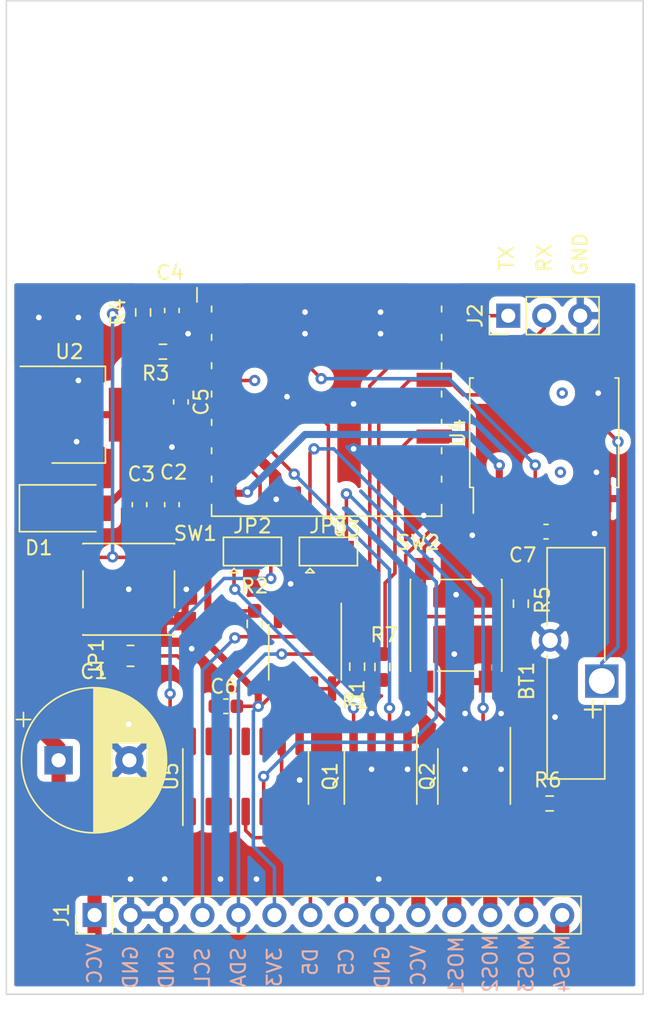
<source format=kicad_pcb>
(kicad_pcb (version 20171130) (host pcbnew "(5.1.10)-1")

  (general
    (thickness 1.6)
    (drawings 21)
    (tracks 319)
    (zones 0)
    (modules 30)
    (nets 35)
  )

  (page A4)
  (layers
    (0 F.Cu signal)
    (31 B.Cu signal)
    (32 B.Adhes user)
    (33 F.Adhes user)
    (34 B.Paste user)
    (35 F.Paste user)
    (36 B.SilkS user)
    (37 F.SilkS user)
    (38 B.Mask user)
    (39 F.Mask user)
    (40 Dwgs.User user)
    (41 Cmts.User user)
    (42 Eco1.User user)
    (43 Eco2.User user)
    (44 Edge.Cuts user)
    (45 Margin user)
    (46 B.CrtYd user)
    (47 F.CrtYd user)
    (48 B.Fab user)
    (49 F.Fab user)
  )

  (setup
    (last_trace_width 0.25)
    (user_trace_width 0.5)
    (user_trace_width 1)
    (trace_clearance 0.2)
    (zone_clearance 0.508)
    (zone_45_only no)
    (trace_min 0.2)
    (via_size 0.8)
    (via_drill 0.4)
    (via_min_size 0.4)
    (via_min_drill 0.3)
    (uvia_size 0.3)
    (uvia_drill 0.1)
    (uvias_allowed no)
    (uvia_min_size 0.2)
    (uvia_min_drill 0.1)
    (edge_width 0.05)
    (segment_width 0.2)
    (pcb_text_width 0.3)
    (pcb_text_size 1.5 1.5)
    (mod_edge_width 0.12)
    (mod_text_size 1 1)
    (mod_text_width 0.15)
    (pad_size 1.524 1.524)
    (pad_drill 0.762)
    (pad_to_mask_clearance 0)
    (aux_axis_origin 0 0)
    (visible_elements 7FFFFFFF)
    (pcbplotparams
      (layerselection 0x010fc_ffffffff)
      (usegerberextensions false)
      (usegerberattributes true)
      (usegerberadvancedattributes true)
      (creategerberjobfile true)
      (excludeedgelayer true)
      (linewidth 0.100000)
      (plotframeref false)
      (viasonmask false)
      (mode 1)
      (useauxorigin false)
      (hpglpennumber 1)
      (hpglpenspeed 20)
      (hpglpendiameter 15.000000)
      (psnegative false)
      (psa4output false)
      (plotreference true)
      (plotvalue true)
      (plotinvisibletext false)
      (padsonsilk false)
      (subtractmaskfromsilk false)
      (outputformat 1)
      (mirror false)
      (drillshape 0)
      (scaleselection 1)
      (outputdirectory "plot/"))
  )

  (net 0 "")
  (net 1 GND)
  (net 2 +3V3)
  (net 3 /SDA)
  (net 4 /SCL)
  (net 5 VCC)
  (net 6 "Net-(Q1-Pad2)")
  (net 7 "Net-(Q2-Pad4)")
  (net 8 "Net-(R5-Pad2)")
  (net 9 "Net-(U1-Pad3)")
  (net 10 "Net-(U3-Pad2)")
  (net 11 /RX)
  (net 12 /TX)
  (net 13 "Net-(C5-Pad1)")
  (net 14 /MOS4)
  (net 15 /MOS3)
  (net 16 /MOS2)
  (net 17 /MOS1)
  (net 18 "Net-(BT1-Pad1)")
  (net 19 /RST)
  (net 20 /C5)
  (net 21 /D5)
  (net 22 "Net-(JP1-Pad2)")
  (net 23 /D3.3)
  (net 24 /C3.3)
  (net 25 "Net-(U4-Pad3)")
  (net 26 "Net-(U4-Pad1)")
  (net 27 "Net-(U5-Pad6)")
  (net 28 "Net-(U5-Pad2)")
  (net 29 /MOS1_G)
  (net 30 /GPIO13)
  (net 31 /MOS4_G)
  (net 32 /GPIO14)
  (net 33 "Net-(R7-Pad2)")
  (net 34 "Net-(U3-Pad4)")

  (net_class Default "This is the default net class."
    (clearance 0.2)
    (trace_width 0.25)
    (via_dia 0.8)
    (via_drill 0.4)
    (uvia_dia 0.3)
    (uvia_drill 0.1)
    (add_net +3V3)
    (add_net /C3.3)
    (add_net /C5)
    (add_net /D3.3)
    (add_net /D5)
    (add_net /GPIO13)
    (add_net /GPIO14)
    (add_net /MOS1)
    (add_net /MOS1_G)
    (add_net /MOS2)
    (add_net /MOS3)
    (add_net /MOS4)
    (add_net /MOS4_G)
    (add_net /RST)
    (add_net /RX)
    (add_net /SCL)
    (add_net /SDA)
    (add_net /TX)
    (add_net GND)
    (add_net "Net-(BT1-Pad1)")
    (add_net "Net-(C5-Pad1)")
    (add_net "Net-(JP1-Pad2)")
    (add_net "Net-(Q1-Pad2)")
    (add_net "Net-(Q2-Pad4)")
    (add_net "Net-(R5-Pad2)")
    (add_net "Net-(R7-Pad2)")
    (add_net "Net-(U1-Pad3)")
    (add_net "Net-(U3-Pad2)")
    (add_net "Net-(U3-Pad4)")
    (add_net "Net-(U4-Pad1)")
    (add_net "Net-(U4-Pad3)")
    (add_net "Net-(U5-Pad2)")
    (add_net "Net-(U5-Pad6)")
    (add_net VCC)
  )

  (module RF_Module:ESP-07 (layer F.Cu) (tedit 5B1D6972) (tstamp 60E1F4AE)
    (at 135.128 114.3)
    (descr "Wi-Fi Module, http://wiki.ai-thinker.com/_media/esp8266/docs/a007ps01a2_esp-07_product_specification_v1.2.pdf")
    (tags "Wi-Fi Module")
    (path /5FEB3F13)
    (attr smd)
    (fp_text reference U3 (at 1.397 11.6) (layer F.SilkS)
      (effects (font (size 1 1) (thickness 0.15)))
    )
    (fp_text value ESP-07 (at 0 9.6) (layer F.Fab)
      (effects (font (size 1 1) (thickness 0.15)))
    )
    (fp_line (start -8 -10.6) (end 8 -10.6) (layer F.Fab) (width 0.1))
    (fp_line (start 8 -10.6) (end 8 10.6) (layer F.Fab) (width 0.1))
    (fp_line (start 8 10.6) (end -8 10.6) (layer F.Fab) (width 0.1))
    (fp_line (start -8 10.6) (end -8 -4.4) (layer F.Fab) (width 0.1))
    (fp_line (start -8 -4.4) (end -7.5 -4.9) (layer F.Fab) (width 0.1))
    (fp_line (start -7.5 -4.9) (end -8 -5.4) (layer F.Fab) (width 0.1))
    (fp_line (start -8 -5.4) (end -8 -10.6) (layer F.Fab) (width 0.1))
    (fp_line (start -9.1 -10.85) (end 9.1 -10.85) (layer F.CrtYd) (width 0.05))
    (fp_line (start 9.1 -10.85) (end 9.1 10.85) (layer F.CrtYd) (width 0.05))
    (fp_line (start 9.1 10.85) (end -9.1 10.85) (layer F.CrtYd) (width 0.05))
    (fp_line (start -9.1 10.85) (end -9.1 -10.85) (layer F.CrtYd) (width 0.05))
    (fp_line (start 8.12 9.9) (end 8.12 10.72) (layer F.SilkS) (width 0.12))
    (fp_line (start 8.12 10.72) (end -8.12 10.72) (layer F.SilkS) (width 0.12))
    (fp_line (start -8.12 10.72) (end -8.12 9.9) (layer F.SilkS) (width 0.12))
    (fp_line (start -9.15 -5.4) (end -9.15 -4.4) (layer F.SilkS) (width 0.12))
    (fp_line (start -23 -25.6) (end 23 -25.6) (layer Dwgs.User) (width 0.12))
    (fp_line (start -23 -25.6) (end -23 -6) (layer Dwgs.User) (width 0.12))
    (fp_line (start 23 -6) (end -23 -6) (layer Dwgs.User) (width 0.12))
    (fp_line (start 23 -6) (end 23 -25.6) (layer Dwgs.User) (width 0.12))
    (fp_line (start -20 -25.6) (end -23 -22.6) (layer Dwgs.User) (width 0.12))
    (fp_line (start -17 -25.6) (end -23 -19.6) (layer Dwgs.User) (width 0.12))
    (fp_line (start -14 -25.6) (end -23 -16.6) (layer Dwgs.User) (width 0.12))
    (fp_line (start -11 -25.6) (end -23 -13.6) (layer Dwgs.User) (width 0.12))
    (fp_line (start -8 -25.6) (end -23 -10.6) (layer Dwgs.User) (width 0.12))
    (fp_line (start -5 -25.6) (end -23 -7.6) (layer Dwgs.User) (width 0.12))
    (fp_line (start -2 -25.6) (end -21.6 -6) (layer Dwgs.User) (width 0.12))
    (fp_line (start 1 -25.6) (end -18.6 -6) (layer Dwgs.User) (width 0.12))
    (fp_line (start -15.6 -6) (end 4 -25.6) (layer Dwgs.User) (width 0.12))
    (fp_line (start -6.6 -6) (end 13 -25.6) (layer Dwgs.User) (width 0.12))
    (fp_line (start 10 -25.6) (end -9.6 -6) (layer Dwgs.User) (width 0.12))
    (fp_line (start 7 -25.6) (end -12.6 -6) (layer Dwgs.User) (width 0.12))
    (fp_line (start 2.4 -6) (end 22 -25.6) (layer Dwgs.User) (width 0.12))
    (fp_line (start 16 -25.6) (end -3.6 -6) (layer Dwgs.User) (width 0.12))
    (fp_line (start 19 -25.6) (end -0.6 -6) (layer Dwgs.User) (width 0.12))
    (fp_line (start 5.4 -6) (end 23 -23.6) (layer Dwgs.User) (width 0.12))
    (fp_line (start 23 -20.6) (end 8.4 -6) (layer Dwgs.User) (width 0.12))
    (fp_line (start 23 -17.6) (end 11.4 -6) (layer Dwgs.User) (width 0.12))
    (fp_line (start 23 -14.6) (end 14.4 -6) (layer Dwgs.User) (width 0.12))
    (fp_line (start 23 -11.6) (end 17.4 -6) (layer Dwgs.User) (width 0.12))
    (fp_line (start 23 -8.6) (end 20.4 -6) (layer Dwgs.User) (width 0.12))
    (fp_line (start -8.12 8.3) (end -8.12 7.9) (layer F.SilkS) (width 0.12))
    (fp_line (start 8.12 8.3) (end 8.12 7.9) (layer F.SilkS) (width 0.12))
    (fp_line (start -8.12 6.3) (end -8.12 5.9) (layer F.SilkS) (width 0.12))
    (fp_line (start 8.12 6.3) (end 8.12 5.9) (layer F.SilkS) (width 0.12))
    (fp_line (start -8.12 4.3) (end -8.12 3.9) (layer F.SilkS) (width 0.12))
    (fp_line (start 8.12 4.3) (end 8.12 3.9) (layer F.SilkS) (width 0.12))
    (fp_line (start -8.12 2.3) (end -8.12 1.9) (layer F.SilkS) (width 0.12))
    (fp_line (start 8.12 2.3) (end 8.12 1.9) (layer F.SilkS) (width 0.12))
    (fp_line (start -8.12 0.3) (end -8.12 -0.1) (layer F.SilkS) (width 0.12))
    (fp_line (start 8.12 0.3) (end 8.12 -0.1) (layer F.SilkS) (width 0.12))
    (fp_line (start -8.12 -1.7) (end -8.12 -2.1) (layer F.SilkS) (width 0.12))
    (fp_line (start 8.12 -1.7) (end 8.12 -2.1) (layer F.SilkS) (width 0.12))
    (fp_line (start -8.12 -3.7) (end -8.12 -4.1) (layer F.SilkS) (width 0.12))
    (fp_line (start 8.12 -3.7) (end 8.12 -4.1) (layer F.SilkS) (width 0.12))
    (fp_text user %R (at 0 0) (layer F.Fab)
      (effects (font (size 1 1) (thickness 0.15)))
    )
    (fp_text user "KEEP-OUT ZONE" (at 0 -17.3 180) (layer Cmts.User)
      (effects (font (size 1 1) (thickness 0.15)))
    )
    (fp_text user "No metal, traces, or components\non any PCB layer if using on-board antenna" (at 0 -14.3 180) (layer Cmts.User)
      (effects (font (size 0.8 0.8) (thickness 0.12)))
    )
    (pad 16 smd rect (at 7.6 -4.9) (size 2.5 1) (layers F.Cu F.Paste F.Mask)
      (net 12 /TX))
    (pad 15 smd rect (at 7.6 -2.9) (size 2.5 1) (layers F.Cu F.Paste F.Mask)
      (net 11 /RX))
    (pad 14 smd rect (at 7.6 -0.9) (size 2.5 1) (layers F.Cu F.Paste F.Mask)
      (net 4 /SCL))
    (pad 13 smd rect (at 7.6 1.1) (size 2.5 1) (layers F.Cu F.Paste F.Mask)
      (net 3 /SDA))
    (pad 12 smd rect (at 7.6 3.1) (size 2.5 1) (layers F.Cu F.Paste F.Mask)
      (net 8 "Net-(R5-Pad2)"))
    (pad 11 smd rect (at 7.6 5.1) (size 2.5 1) (layers F.Cu F.Paste F.Mask)
      (net 33 "Net-(R7-Pad2)"))
    (pad 10 smd rect (at 7.6 7.1) (size 2.5 1) (layers F.Cu F.Paste F.Mask)
      (net 7 "Net-(Q2-Pad4)"))
    (pad 9 smd rect (at 7.6 9.1) (size 2.5 1) (layers F.Cu F.Paste F.Mask)
      (net 1 GND))
    (pad 8 smd rect (at -7.6 9.1) (size 2.5 1) (layers F.Cu F.Paste F.Mask)
      (net 2 +3V3))
    (pad 7 smd rect (at -7.6 7.1) (size 2.5 1) (layers F.Cu F.Paste F.Mask)
      (net 30 /GPIO13))
    (pad 6 smd rect (at -7.6 5.1) (size 2.5 1) (layers F.Cu F.Paste F.Mask)
      (net 6 "Net-(Q1-Pad2)"))
    (pad 5 smd rect (at -7.6 3.1) (size 2.5 1) (layers F.Cu F.Paste F.Mask)
      (net 32 /GPIO14))
    (pad 4 smd rect (at -7.6 1.1) (size 2.5 1) (layers F.Cu F.Paste F.Mask)
      (net 34 "Net-(U3-Pad4)"))
    (pad 3 smd rect (at -7.6 -0.9) (size 2.5 1) (layers F.Cu F.Paste F.Mask)
      (net 13 "Net-(C5-Pad1)"))
    (pad 2 smd rect (at -7.6 -2.9) (size 2.5 1) (layers F.Cu F.Paste F.Mask)
      (net 10 "Net-(U3-Pad2)"))
    (pad 1 smd rect (at -7.6 -4.9) (size 2.5 1) (layers F.Cu F.Paste F.Mask)
      (net 19 /RST))
    (model ${KISYS3DMOD}/RF_Module.3dshapes/ESP-07.wrl
      (at (xyz 0 0 0))
      (scale (xyz 1 1 1))
      (rotate (xyz 0 0 0))
    )
  )

  (module Package_SO:SO-8_3.9x4.9mm_P1.27mm (layer F.Cu) (tedit 5D9F72B1) (tstamp 60E1F44B)
    (at 133.604 134.62 270)
    (descr "SO, 8 Pin (https://www.nxp.com/docs/en/data-sheet/PCF8523.pdf), generated with kicad-footprint-generator ipc_gullwing_generator.py")
    (tags "SO SO")
    (path /60E359C0)
    (attr smd)
    (fp_text reference U1 (at 2.921 -3.683 90) (layer F.SilkS)
      (effects (font (size 1 1) (thickness 0.15)))
    )
    (fp_text value LM75B (at -0.127 -4.826 90) (layer F.Fab)
      (effects (font (size 1 1) (thickness 0.15)))
    )
    (fp_line (start 0 2.56) (end 1.95 2.56) (layer F.SilkS) (width 0.12))
    (fp_line (start 0 2.56) (end -1.95 2.56) (layer F.SilkS) (width 0.12))
    (fp_line (start 0 -2.56) (end 1.95 -2.56) (layer F.SilkS) (width 0.12))
    (fp_line (start 0 -2.56) (end -3.45 -2.56) (layer F.SilkS) (width 0.12))
    (fp_line (start -0.975 -2.45) (end 1.95 -2.45) (layer F.Fab) (width 0.1))
    (fp_line (start 1.95 -2.45) (end 1.95 2.45) (layer F.Fab) (width 0.1))
    (fp_line (start 1.95 2.45) (end -1.95 2.45) (layer F.Fab) (width 0.1))
    (fp_line (start -1.95 2.45) (end -1.95 -1.475) (layer F.Fab) (width 0.1))
    (fp_line (start -1.95 -1.475) (end -0.975 -2.45) (layer F.Fab) (width 0.1))
    (fp_line (start -3.7 -2.7) (end -3.7 2.7) (layer F.CrtYd) (width 0.05))
    (fp_line (start -3.7 2.7) (end 3.7 2.7) (layer F.CrtYd) (width 0.05))
    (fp_line (start 3.7 2.7) (end 3.7 -2.7) (layer F.CrtYd) (width 0.05))
    (fp_line (start 3.7 -2.7) (end -3.7 -2.7) (layer F.CrtYd) (width 0.05))
    (fp_text user %R (at 0 0 90) (layer F.Fab)
      (effects (font (size 0.98 0.98) (thickness 0.15)))
    )
    (pad 8 smd roundrect (at 2.575 -1.905 270) (size 1.75 0.6) (layers F.Cu F.Paste F.Mask) (roundrect_rratio 0.25)
      (net 2 +3V3))
    (pad 7 smd roundrect (at 2.575 -0.635 270) (size 1.75 0.6) (layers F.Cu F.Paste F.Mask) (roundrect_rratio 0.25)
      (net 2 +3V3))
    (pad 6 smd roundrect (at 2.575 0.635 270) (size 1.75 0.6) (layers F.Cu F.Paste F.Mask) (roundrect_rratio 0.25)
      (net 2 +3V3))
    (pad 5 smd roundrect (at 2.575 1.905 270) (size 1.75 0.6) (layers F.Cu F.Paste F.Mask) (roundrect_rratio 0.25)
      (net 2 +3V3))
    (pad 4 smd roundrect (at -2.575 1.905 270) (size 1.75 0.6) (layers F.Cu F.Paste F.Mask) (roundrect_rratio 0.25)
      (net 1 GND))
    (pad 3 smd roundrect (at -2.575 0.635 270) (size 1.75 0.6) (layers F.Cu F.Paste F.Mask) (roundrect_rratio 0.25)
      (net 9 "Net-(U1-Pad3)"))
    (pad 2 smd roundrect (at -2.575 -0.635 270) (size 1.75 0.6) (layers F.Cu F.Paste F.Mask) (roundrect_rratio 0.25)
      (net 4 /SCL))
    (pad 1 smd roundrect (at -2.575 -1.905 270) (size 1.75 0.6) (layers F.Cu F.Paste F.Mask) (roundrect_rratio 0.25)
      (net 3 /SDA))
    (model ${KISYS3DMOD}/Package_SO.3dshapes/SO-8_3.9x4.9mm_P1.27mm.wrl
      (at (xyz 0 0 0))
      (scale (xyz 1 1 1))
      (rotate (xyz 0 0 0))
    )
  )

  (module Jumper:SolderJumper-3_P1.3mm_Open_Pad1.0x1.5mm (layer F.Cu) (tedit 5A3F8BB2) (tstamp 60E86109)
    (at 135.255 127.508)
    (descr "SMD Solder 3-pad Jumper, 1x1.5mm Pads, 0.3mm gap, open")
    (tags "solder jumper open")
    (path /60E9407D)
    (attr virtual)
    (fp_text reference JP3 (at 0 -1.8) (layer F.SilkS)
      (effects (font (size 1 1) (thickness 0.15)))
    )
    (fp_text value SolderJumper_3_Open (at 0 2) (layer F.Fab)
      (effects (font (size 1 1) (thickness 0.15)))
    )
    (fp_line (start -1.3 1.2) (end -1 1.5) (layer F.SilkS) (width 0.12))
    (fp_line (start -1.6 1.5) (end -1 1.5) (layer F.SilkS) (width 0.12))
    (fp_line (start -1.3 1.2) (end -1.6 1.5) (layer F.SilkS) (width 0.12))
    (fp_line (start -2.05 1) (end -2.05 -1) (layer F.SilkS) (width 0.12))
    (fp_line (start 2.05 1) (end -2.05 1) (layer F.SilkS) (width 0.12))
    (fp_line (start 2.05 -1) (end 2.05 1) (layer F.SilkS) (width 0.12))
    (fp_line (start -2.05 -1) (end 2.05 -1) (layer F.SilkS) (width 0.12))
    (fp_line (start -2.3 -1.25) (end 2.3 -1.25) (layer F.CrtYd) (width 0.05))
    (fp_line (start -2.3 -1.25) (end -2.3 1.25) (layer F.CrtYd) (width 0.05))
    (fp_line (start 2.3 1.25) (end 2.3 -1.25) (layer F.CrtYd) (width 0.05))
    (fp_line (start 2.3 1.25) (end -2.3 1.25) (layer F.CrtYd) (width 0.05))
    (pad 1 smd rect (at -1.3 0) (size 1 1.5) (layers F.Cu F.Mask)
      (net 31 /MOS4_G))
    (pad 2 smd rect (at 0 0) (size 1 1.5) (layers F.Cu F.Mask)
      (net 32 /GPIO14))
    (pad 3 smd rect (at 1.3 0) (size 1 1.5) (layers F.Cu F.Mask)
      (net 24 /C3.3))
  )

  (module Jumper:SolderJumper-3_P1.3mm_Open_Pad1.0x1.5mm (layer F.Cu) (tedit 5A3F8BB2) (tstamp 60E860F7)
    (at 129.891 127.508)
    (descr "SMD Solder 3-pad Jumper, 1x1.5mm Pads, 0.3mm gap, open")
    (tags "solder jumper open")
    (path /60E8A0F5)
    (attr virtual)
    (fp_text reference JP2 (at 0 -1.8) (layer F.SilkS)
      (effects (font (size 1 1) (thickness 0.15)))
    )
    (fp_text value SolderJumper_3_Open (at 0 2) (layer F.Fab)
      (effects (font (size 1 1) (thickness 0.15)))
    )
    (fp_line (start -1.3 1.2) (end -1 1.5) (layer F.SilkS) (width 0.12))
    (fp_line (start -1.6 1.5) (end -1 1.5) (layer F.SilkS) (width 0.12))
    (fp_line (start -1.3 1.2) (end -1.6 1.5) (layer F.SilkS) (width 0.12))
    (fp_line (start -2.05 1) (end -2.05 -1) (layer F.SilkS) (width 0.12))
    (fp_line (start 2.05 1) (end -2.05 1) (layer F.SilkS) (width 0.12))
    (fp_line (start 2.05 -1) (end 2.05 1) (layer F.SilkS) (width 0.12))
    (fp_line (start -2.05 -1) (end 2.05 -1) (layer F.SilkS) (width 0.12))
    (fp_line (start -2.3 -1.25) (end 2.3 -1.25) (layer F.CrtYd) (width 0.05))
    (fp_line (start -2.3 -1.25) (end -2.3 1.25) (layer F.CrtYd) (width 0.05))
    (fp_line (start 2.3 1.25) (end 2.3 -1.25) (layer F.CrtYd) (width 0.05))
    (fp_line (start 2.3 1.25) (end -2.3 1.25) (layer F.CrtYd) (width 0.05))
    (pad 1 smd rect (at -1.3 0) (size 1 1.5) (layers F.Cu F.Mask)
      (net 29 /MOS1_G))
    (pad 2 smd rect (at 0 0) (size 1 1.5) (layers F.Cu F.Mask)
      (net 30 /GPIO13))
    (pad 3 smd rect (at 1.3 0) (size 1 1.5) (layers F.Cu F.Mask)
      (net 23 /D3.3))
  )

  (module Connector_PinHeader_2.54mm:PinHeader_1x03_P2.54mm_Vertical (layer F.Cu) (tedit 59FED5CC) (tstamp 60E65A24)
    (at 147.955 110.871 90)
    (descr "Through hole straight pin header, 1x03, 2.54mm pitch, single row")
    (tags "Through hole pin header THT 1x03 2.54mm single row")
    (path /60F970B7)
    (fp_text reference J2 (at 0 -2.33 90) (layer F.SilkS)
      (effects (font (size 1 1) (thickness 0.15)))
    )
    (fp_text value Conn_01x03_Female (at 0 7.41 90) (layer F.Fab)
      (effects (font (size 1 1) (thickness 0.15)))
    )
    (fp_line (start -0.635 -1.27) (end 1.27 -1.27) (layer F.Fab) (width 0.1))
    (fp_line (start 1.27 -1.27) (end 1.27 6.35) (layer F.Fab) (width 0.1))
    (fp_line (start 1.27 6.35) (end -1.27 6.35) (layer F.Fab) (width 0.1))
    (fp_line (start -1.27 6.35) (end -1.27 -0.635) (layer F.Fab) (width 0.1))
    (fp_line (start -1.27 -0.635) (end -0.635 -1.27) (layer F.Fab) (width 0.1))
    (fp_line (start -1.33 6.41) (end 1.33 6.41) (layer F.SilkS) (width 0.12))
    (fp_line (start -1.33 1.27) (end -1.33 6.41) (layer F.SilkS) (width 0.12))
    (fp_line (start 1.33 1.27) (end 1.33 6.41) (layer F.SilkS) (width 0.12))
    (fp_line (start -1.33 1.27) (end 1.33 1.27) (layer F.SilkS) (width 0.12))
    (fp_line (start -1.33 0) (end -1.33 -1.33) (layer F.SilkS) (width 0.12))
    (fp_line (start -1.33 -1.33) (end 0 -1.33) (layer F.SilkS) (width 0.12))
    (fp_line (start -1.8 -1.8) (end -1.8 6.85) (layer F.CrtYd) (width 0.05))
    (fp_line (start -1.8 6.85) (end 1.8 6.85) (layer F.CrtYd) (width 0.05))
    (fp_line (start 1.8 6.85) (end 1.8 -1.8) (layer F.CrtYd) (width 0.05))
    (fp_line (start 1.8 -1.8) (end -1.8 -1.8) (layer F.CrtYd) (width 0.05))
    (fp_text user %R (at 0 2.54) (layer F.Fab)
      (effects (font (size 1 1) (thickness 0.15)))
    )
    (pad 3 thru_hole oval (at 0 5.08 90) (size 1.7 1.7) (drill 1) (layers *.Cu *.Mask)
      (net 1 GND))
    (pad 2 thru_hole oval (at 0 2.54 90) (size 1.7 1.7) (drill 1) (layers *.Cu *.Mask)
      (net 11 /RX))
    (pad 1 thru_hole rect (at 0 0 90) (size 1.7 1.7) (drill 1) (layers *.Cu *.Mask)
      (net 12 /TX))
    (model ${KISYS3DMOD}/Connector_PinHeader_2.54mm.3dshapes/PinHeader_1x03_P2.54mm_Vertical.wrl
      (at (xyz 0 0 0))
      (scale (xyz 1 1 1))
      (rotate (xyz 0 0 0))
    )
  )

  (module Battery:Battery_Panasonic_CR1632-V1AN_Vertical_CircularHoles (layer F.Cu) (tedit 5C857808) (tstamp 60E63C6F)
    (at 154.559 136.652 90)
    (descr "Panasonic CR-1632-V1AN battery, https://industrial.panasonic.com/cdbs/www-data/pdf2/AAA4000/AAA4000D140.pdf")
    (tags "battery CR-1632 coin cell vertical")
    (path /60E902BA)
    (fp_text reference BT1 (at 0 -5.3 90) (layer F.SilkS)
      (effects (font (size 1 1) (thickness 0.15)))
    )
    (fp_text value Battery_Cell (at 1.25 2.2 90) (layer F.Fab)
      (effects (font (size 1 1) (thickness 0.15)))
    )
    (fp_line (start -6.8 0.1) (end 9.3 0.1) (layer F.Fab) (width 0.1))
    (fp_line (start -6.8 -3.75) (end 9.3 -3.75) (layer F.Fab) (width 0.1))
    (fp_line (start -6.8 0.1) (end -6.8 -3.75) (layer F.Fab) (width 0.1))
    (fp_line (start 9.3 0.1) (end 9.3 -3.75) (layer F.Fab) (width 0.1))
    (fp_line (start -7.05 1.3) (end -7.05 -4.58) (layer F.CrtYd) (width 0.05))
    (fp_line (start 9.55 1.3) (end 9.55 -4.58) (layer F.CrtYd) (width 0.05))
    (fp_line (start -7.05 1.3) (end 9.55 1.3) (layer F.CrtYd) (width 0.05))
    (fp_line (start -7.05 -4.58) (end 9.55 -4.58) (layer F.CrtYd) (width 0.05))
    (fp_line (start -6.91 0.21) (end -1.43 0.21) (layer F.SilkS) (width 0.12))
    (fp_line (start 1.44 0.21) (end 9.41 0.21) (layer F.SilkS) (width 0.12))
    (fp_line (start 9.41 0.21) (end 9.41 -3.86) (layer F.SilkS) (width 0.12))
    (fp_line (start -6.91 0.21) (end -6.91 -3.86) (layer F.SilkS) (width 0.12))
    (fp_line (start -6.91 -3.86) (end 1.81 -3.86) (layer F.SilkS) (width 0.12))
    (fp_line (start 3.94 -3.86) (end 9.41 -3.86) (layer F.SilkS) (width 0.12))
    (fp_text user + (at -2.01 -0.75 90) (layer F.SilkS)
      (effects (font (size 1.5 1.5) (thickness 0.15)))
    )
    (fp_text user %R (at 1.25 -1.8 270) (layer F.Fab)
      (effects (font (size 1 1) (thickness 0.15)))
    )
    (pad 2 thru_hole circle (at 2.875 -3.65 90) (size 1.6 1.6) (drill 1.09) (layers *.Cu *.Mask)
      (net 1 GND))
    (pad 1 thru_hole rect (at 0 0 180) (size 2.35 2.35) (drill 1.82) (layers *.Cu *.Mask)
      (net 18 "Net-(BT1-Pad1)"))
    (model ${KISYS3DMOD}/Battery.3dshapes/Battery_Panasonic_CR1632-V1AN_Vertical_CircularHoles.wrl
      (at (xyz 0 0 0))
      (scale (xyz 1 1 1))
      (rotate (xyz 0 0 0))
    )
  )

  (module Package_SO:SOIC-14_3.9x8.7mm_P1.27mm (layer F.Cu) (tedit 5D9F72B1) (tstamp 60E6193D)
    (at 129.413 143.383 90)
    (descr "SOIC, 14 Pin (JEDEC MS-012AB, https://www.analog.com/media/en/package-pcb-resources/package/pkg_pdf/soic_narrow-r/r_14.pdf), generated with kicad-footprint-generator ipc_gullwing_generator.py")
    (tags "SOIC SO")
    (path /60ED8935)
    (attr smd)
    (fp_text reference U5 (at 0 -5.28 90) (layer F.SilkS)
      (effects (font (size 1 1) (thickness 0.15)))
    )
    (fp_text value 74HCT04 (at 0 5.28 90) (layer F.Fab)
      (effects (font (size 1 1) (thickness 0.15)))
    )
    (fp_line (start 0 4.435) (end 1.95 4.435) (layer F.SilkS) (width 0.12))
    (fp_line (start 0 4.435) (end -1.95 4.435) (layer F.SilkS) (width 0.12))
    (fp_line (start 0 -4.435) (end 1.95 -4.435) (layer F.SilkS) (width 0.12))
    (fp_line (start 0 -4.435) (end -3.45 -4.435) (layer F.SilkS) (width 0.12))
    (fp_line (start -0.975 -4.325) (end 1.95 -4.325) (layer F.Fab) (width 0.1))
    (fp_line (start 1.95 -4.325) (end 1.95 4.325) (layer F.Fab) (width 0.1))
    (fp_line (start 1.95 4.325) (end -1.95 4.325) (layer F.Fab) (width 0.1))
    (fp_line (start -1.95 4.325) (end -1.95 -3.35) (layer F.Fab) (width 0.1))
    (fp_line (start -1.95 -3.35) (end -0.975 -4.325) (layer F.Fab) (width 0.1))
    (fp_line (start -3.7 -4.58) (end -3.7 4.58) (layer F.CrtYd) (width 0.05))
    (fp_line (start -3.7 4.58) (end 3.7 4.58) (layer F.CrtYd) (width 0.05))
    (fp_line (start 3.7 4.58) (end 3.7 -4.58) (layer F.CrtYd) (width 0.05))
    (fp_line (start 3.7 -4.58) (end -3.7 -4.58) (layer F.CrtYd) (width 0.05))
    (fp_text user %R (at 0 0 90) (layer F.Fab)
      (effects (font (size 0.98 0.98) (thickness 0.15)))
    )
    (pad 14 smd roundrect (at 2.475 -3.81 90) (size 1.95 0.6) (layers F.Cu F.Paste F.Mask) (roundrect_rratio 0.25)
      (net 22 "Net-(JP1-Pad2)"))
    (pad 13 smd roundrect (at 2.475 -2.54 90) (size 1.95 0.6) (layers F.Cu F.Paste F.Mask) (roundrect_rratio 0.25))
    (pad 12 smd roundrect (at 2.475 -1.27 90) (size 1.95 0.6) (layers F.Cu F.Paste F.Mask) (roundrect_rratio 0.25))
    (pad 11 smd roundrect (at 2.475 0 90) (size 1.95 0.6) (layers F.Cu F.Paste F.Mask) (roundrect_rratio 0.25))
    (pad 10 smd roundrect (at 2.475 1.27 90) (size 1.95 0.6) (layers F.Cu F.Paste F.Mask) (roundrect_rratio 0.25))
    (pad 9 smd roundrect (at 2.475 2.54 90) (size 1.95 0.6) (layers F.Cu F.Paste F.Mask) (roundrect_rratio 0.25)
      (net 27 "Net-(U5-Pad6)"))
    (pad 8 smd roundrect (at 2.475 3.81 90) (size 1.95 0.6) (layers F.Cu F.Paste F.Mask) (roundrect_rratio 0.25)
      (net 20 /C5))
    (pad 7 smd roundrect (at -2.475 3.81 90) (size 1.95 0.6) (layers F.Cu F.Paste F.Mask) (roundrect_rratio 0.25)
      (net 1 GND))
    (pad 6 smd roundrect (at -2.475 2.54 90) (size 1.95 0.6) (layers F.Cu F.Paste F.Mask) (roundrect_rratio 0.25)
      (net 27 "Net-(U5-Pad6)"))
    (pad 5 smd roundrect (at -2.475 1.27 90) (size 1.95 0.6) (layers F.Cu F.Paste F.Mask) (roundrect_rratio 0.25)
      (net 24 /C3.3))
    (pad 4 smd roundrect (at -2.475 0 90) (size 1.95 0.6) (layers F.Cu F.Paste F.Mask) (roundrect_rratio 0.25)
      (net 21 /D5))
    (pad 3 smd roundrect (at -2.475 -1.27 90) (size 1.95 0.6) (layers F.Cu F.Paste F.Mask) (roundrect_rratio 0.25)
      (net 28 "Net-(U5-Pad2)"))
    (pad 2 smd roundrect (at -2.475 -2.54 90) (size 1.95 0.6) (layers F.Cu F.Paste F.Mask) (roundrect_rratio 0.25)
      (net 28 "Net-(U5-Pad2)"))
    (pad 1 smd roundrect (at -2.475 -3.81 90) (size 1.95 0.6) (layers F.Cu F.Paste F.Mask) (roundrect_rratio 0.25)
      (net 23 /D3.3))
    (model ${KISYS3DMOD}/Package_SO.3dshapes/SOIC-14_3.9x8.7mm_P1.27mm.wrl
      (at (xyz 0 0 0))
      (scale (xyz 1 1 1))
      (rotate (xyz 0 0 0))
    )
  )

  (module Package_SO:SOIC-16W_7.5x10.3mm_P1.27mm (layer F.Cu) (tedit 5D9F72B1) (tstamp 60E61854)
    (at 150.495 119.126 90)
    (descr "SOIC, 16 Pin (JEDEC MS-013AA, https://www.analog.com/media/en/package-pcb-resources/package/pkg_pdf/soic_wide-rw/rw_16.pdf), generated with kicad-footprint-generator ipc_gullwing_generator.py")
    (tags "SOIC SO")
    (path /60E5E3D0)
    (attr smd)
    (fp_text reference U4 (at 0 -6.1 90) (layer F.SilkS)
      (effects (font (size 1 1) (thickness 0.15)))
    )
    (fp_text value DS3231M (at 0 6.1 90) (layer F.Fab)
      (effects (font (size 1 1) (thickness 0.15)))
    )
    (fp_line (start 5.93 -5.4) (end -5.93 -5.4) (layer F.CrtYd) (width 0.05))
    (fp_line (start 5.93 5.4) (end 5.93 -5.4) (layer F.CrtYd) (width 0.05))
    (fp_line (start -5.93 5.4) (end 5.93 5.4) (layer F.CrtYd) (width 0.05))
    (fp_line (start -5.93 -5.4) (end -5.93 5.4) (layer F.CrtYd) (width 0.05))
    (fp_line (start -3.75 -4.15) (end -2.75 -5.15) (layer F.Fab) (width 0.1))
    (fp_line (start -3.75 5.15) (end -3.75 -4.15) (layer F.Fab) (width 0.1))
    (fp_line (start 3.75 5.15) (end -3.75 5.15) (layer F.Fab) (width 0.1))
    (fp_line (start 3.75 -5.15) (end 3.75 5.15) (layer F.Fab) (width 0.1))
    (fp_line (start -2.75 -5.15) (end 3.75 -5.15) (layer F.Fab) (width 0.1))
    (fp_line (start -3.86 -5.005) (end -5.675 -5.005) (layer F.SilkS) (width 0.12))
    (fp_line (start -3.86 -5.26) (end -3.86 -5.005) (layer F.SilkS) (width 0.12))
    (fp_line (start 0 -5.26) (end -3.86 -5.26) (layer F.SilkS) (width 0.12))
    (fp_line (start 3.86 -5.26) (end 3.86 -5.005) (layer F.SilkS) (width 0.12))
    (fp_line (start 0 -5.26) (end 3.86 -5.26) (layer F.SilkS) (width 0.12))
    (fp_line (start -3.86 5.26) (end -3.86 5.005) (layer F.SilkS) (width 0.12))
    (fp_line (start 0 5.26) (end -3.86 5.26) (layer F.SilkS) (width 0.12))
    (fp_line (start 3.86 5.26) (end 3.86 5.005) (layer F.SilkS) (width 0.12))
    (fp_line (start 0 5.26) (end 3.86 5.26) (layer F.SilkS) (width 0.12))
    (fp_text user %R (at 0 0 90) (layer F.Fab)
      (effects (font (size 1 1) (thickness 0.15)))
    )
    (pad 1 smd roundrect (at -4.65 -4.445 90) (size 2.05 0.6) (layers F.Cu F.Paste F.Mask) (roundrect_rratio 0.25)
      (net 26 "Net-(U4-Pad1)"))
    (pad 2 smd roundrect (at -4.65 -3.175 90) (size 2.05 0.6) (layers F.Cu F.Paste F.Mask) (roundrect_rratio 0.25)
      (net 2 +3V3))
    (pad 3 smd roundrect (at -4.65 -1.905 90) (size 2.05 0.6) (layers F.Cu F.Paste F.Mask) (roundrect_rratio 0.25)
      (net 25 "Net-(U4-Pad3)"))
    (pad 4 smd roundrect (at -4.65 -0.635 90) (size 2.05 0.6) (layers F.Cu F.Paste F.Mask) (roundrect_rratio 0.25)
      (net 19 /RST))
    (pad 5 smd roundrect (at -4.65 0.635 90) (size 2.05 0.6) (layers F.Cu F.Paste F.Mask) (roundrect_rratio 0.25)
      (net 1 GND))
    (pad 6 smd roundrect (at -4.65 1.905 90) (size 2.05 0.6) (layers F.Cu F.Paste F.Mask) (roundrect_rratio 0.25)
      (net 1 GND))
    (pad 7 smd roundrect (at -4.65 3.175 90) (size 2.05 0.6) (layers F.Cu F.Paste F.Mask) (roundrect_rratio 0.25)
      (net 1 GND))
    (pad 8 smd roundrect (at -4.65 4.445 90) (size 2.05 0.6) (layers F.Cu F.Paste F.Mask) (roundrect_rratio 0.25)
      (net 1 GND))
    (pad 9 smd roundrect (at 4.65 4.445 90) (size 2.05 0.6) (layers F.Cu F.Paste F.Mask) (roundrect_rratio 0.25)
      (net 1 GND))
    (pad 10 smd roundrect (at 4.65 3.175 90) (size 2.05 0.6) (layers F.Cu F.Paste F.Mask) (roundrect_rratio 0.25)
      (net 1 GND))
    (pad 11 smd roundrect (at 4.65 1.905 90) (size 2.05 0.6) (layers F.Cu F.Paste F.Mask) (roundrect_rratio 0.25)
      (net 1 GND))
    (pad 12 smd roundrect (at 4.65 0.635 90) (size 2.05 0.6) (layers F.Cu F.Paste F.Mask) (roundrect_rratio 0.25)
      (net 1 GND))
    (pad 13 smd roundrect (at 4.65 -0.635 90) (size 2.05 0.6) (layers F.Cu F.Paste F.Mask) (roundrect_rratio 0.25)
      (net 1 GND))
    (pad 14 smd roundrect (at 4.65 -1.905 90) (size 2.05 0.6) (layers F.Cu F.Paste F.Mask) (roundrect_rratio 0.25)
      (net 18 "Net-(BT1-Pad1)"))
    (pad 15 smd roundrect (at 4.65 -3.175 90) (size 2.05 0.6) (layers F.Cu F.Paste F.Mask) (roundrect_rratio 0.25)
      (net 3 /SDA))
    (pad 16 smd roundrect (at 4.65 -4.445 90) (size 2.05 0.6) (layers F.Cu F.Paste F.Mask) (roundrect_rratio 0.25)
      (net 4 /SCL))
    (model ${KISYS3DMOD}/Package_SO.3dshapes/SOIC-16W_7.5x10.3mm_P1.27mm.wrl
      (at (xyz 0 0 0))
      (scale (xyz 1 1 1))
      (rotate (xyz 0 0 0))
    )
  )

  (module Resistor_SMD:R_0603_1608Metric_Pad0.98x0.95mm_HandSolder (layer F.Cu) (tedit 5F68FEEE) (tstamp 60E617DE)
    (at 139.065 135.6595 90)
    (descr "Resistor SMD 0603 (1608 Metric), square (rectangular) end terminal, IPC_7351 nominal with elongated pad for handsoldering. (Body size source: IPC-SM-782 page 72, https://www.pcb-3d.com/wordpress/wp-content/uploads/ipc-sm-782a_amendment_1_and_2.pdf), generated with kicad-footprint-generator")
    (tags "resistor handsolder")
    (path /60E5B51D)
    (attr smd)
    (fp_text reference R7 (at 2.2625 0.127) (layer F.SilkS)
      (effects (font (size 1 1) (thickness 0.15)))
    )
    (fp_text value R (at 0 1.43 90) (layer F.Fab)
      (effects (font (size 1 1) (thickness 0.15)))
    )
    (fp_line (start 1.65 0.73) (end -1.65 0.73) (layer F.CrtYd) (width 0.05))
    (fp_line (start 1.65 -0.73) (end 1.65 0.73) (layer F.CrtYd) (width 0.05))
    (fp_line (start -1.65 -0.73) (end 1.65 -0.73) (layer F.CrtYd) (width 0.05))
    (fp_line (start -1.65 0.73) (end -1.65 -0.73) (layer F.CrtYd) (width 0.05))
    (fp_line (start -0.254724 0.5225) (end 0.254724 0.5225) (layer F.SilkS) (width 0.12))
    (fp_line (start -0.254724 -0.5225) (end 0.254724 -0.5225) (layer F.SilkS) (width 0.12))
    (fp_line (start 0.8 0.4125) (end -0.8 0.4125) (layer F.Fab) (width 0.1))
    (fp_line (start 0.8 -0.4125) (end 0.8 0.4125) (layer F.Fab) (width 0.1))
    (fp_line (start -0.8 -0.4125) (end 0.8 -0.4125) (layer F.Fab) (width 0.1))
    (fp_line (start -0.8 0.4125) (end -0.8 -0.4125) (layer F.Fab) (width 0.1))
    (fp_text user %R (at 0 0 90) (layer F.Fab)
      (effects (font (size 0.4 0.4) (thickness 0.06)))
    )
    (pad 1 smd roundrect (at -0.9125 0 90) (size 0.975 0.95) (layers F.Cu F.Paste F.Mask) (roundrect_rratio 0.25)
      (net 2 +3V3))
    (pad 2 smd roundrect (at 0.9125 0 90) (size 0.975 0.95) (layers F.Cu F.Paste F.Mask) (roundrect_rratio 0.25)
      (net 33 "Net-(R7-Pad2)"))
    (model ${KISYS3DMOD}/Resistor_SMD.3dshapes/R_0603_1608Metric.wrl
      (at (xyz 0 0 0))
      (scale (xyz 1 1 1))
      (rotate (xyz 0 0 0))
    )
  )

  (module Resistor_SMD:R_0805_2012Metric (layer F.Cu) (tedit 5F68FEEE) (tstamp 60E6180E)
    (at 121.285 134.874)
    (descr "Resistor SMD 0805 (2012 Metric), square (rectangular) end terminal, IPC_7351 nominal, (Body size source: IPC-SM-782 page 72, https://www.pcb-3d.com/wordpress/wp-content/uploads/ipc-sm-782a_amendment_1_and_2.pdf), generated with kicad-footprint-generator")
    (tags resistor)
    (path /60F3A7B9)
    (attr smd)
    (fp_text reference JP1 (at -2.413 0.127 90) (layer F.SilkS)
      (effects (font (size 1 1) (thickness 0.15)))
    )
    (fp_text value SolderJumper_2_Open (at 0 1.65) (layer F.Fab)
      (effects (font (size 1 1) (thickness 0.15)))
    )
    (fp_line (start -1 0.625) (end -1 -0.625) (layer F.Fab) (width 0.1))
    (fp_line (start -1 -0.625) (end 1 -0.625) (layer F.Fab) (width 0.1))
    (fp_line (start 1 -0.625) (end 1 0.625) (layer F.Fab) (width 0.1))
    (fp_line (start 1 0.625) (end -1 0.625) (layer F.Fab) (width 0.1))
    (fp_line (start -0.227064 -0.735) (end 0.227064 -0.735) (layer F.SilkS) (width 0.12))
    (fp_line (start -0.227064 0.735) (end 0.227064 0.735) (layer F.SilkS) (width 0.12))
    (fp_line (start -1.68 0.95) (end -1.68 -0.95) (layer F.CrtYd) (width 0.05))
    (fp_line (start -1.68 -0.95) (end 1.68 -0.95) (layer F.CrtYd) (width 0.05))
    (fp_line (start 1.68 -0.95) (end 1.68 0.95) (layer F.CrtYd) (width 0.05))
    (fp_line (start 1.68 0.95) (end -1.68 0.95) (layer F.CrtYd) (width 0.05))
    (fp_text user %R (at 0 0) (layer F.Fab)
      (effects (font (size 0.5 0.5) (thickness 0.08)))
    )
    (pad 2 smd roundrect (at 0.9125 0) (size 1.025 1.4) (layers F.Cu F.Paste F.Mask) (roundrect_rratio 0.243902)
      (net 22 "Net-(JP1-Pad2)"))
    (pad 1 smd roundrect (at -0.9125 0) (size 1.025 1.4) (layers F.Cu F.Paste F.Mask) (roundrect_rratio 0.243902)
      (net 5 VCC))
    (model ${KISYS3DMOD}/Resistor_SMD.3dshapes/R_0805_2012Metric.wrl
      (at (xyz 0 0 0))
      (scale (xyz 1 1 1))
      (rotate (xyz 0 0 0))
    )
  )

  (module Connector_PinHeader_2.54mm:PinHeader_1x14_P2.54mm_Vertical (layer F.Cu) (tedit 59FED5CC) (tstamp 60E6175C)
    (at 118.745 153.162 90)
    (descr "Through hole straight pin header, 1x14, 2.54mm pitch, single row")
    (tags "Through hole pin header THT 1x14 2.54mm single row")
    (path /60EAC831)
    (fp_text reference J1 (at 0 -2.33 90) (layer F.SilkS)
      (effects (font (size 1 1) (thickness 0.15)))
    )
    (fp_text value Conn_01x14_Female (at 0 35.35 90) (layer F.Fab)
      (effects (font (size 1 1) (thickness 0.15)))
    )
    (fp_line (start -0.635 -1.27) (end 1.27 -1.27) (layer F.Fab) (width 0.1))
    (fp_line (start 1.27 -1.27) (end 1.27 34.29) (layer F.Fab) (width 0.1))
    (fp_line (start 1.27 34.29) (end -1.27 34.29) (layer F.Fab) (width 0.1))
    (fp_line (start -1.27 34.29) (end -1.27 -0.635) (layer F.Fab) (width 0.1))
    (fp_line (start -1.27 -0.635) (end -0.635 -1.27) (layer F.Fab) (width 0.1))
    (fp_line (start -1.33 34.35) (end 1.33 34.35) (layer F.SilkS) (width 0.12))
    (fp_line (start -1.33 1.27) (end -1.33 34.35) (layer F.SilkS) (width 0.12))
    (fp_line (start 1.33 1.27) (end 1.33 34.35) (layer F.SilkS) (width 0.12))
    (fp_line (start -1.33 1.27) (end 1.33 1.27) (layer F.SilkS) (width 0.12))
    (fp_line (start -1.33 0) (end -1.33 -1.33) (layer F.SilkS) (width 0.12))
    (fp_line (start -1.33 -1.33) (end 0 -1.33) (layer F.SilkS) (width 0.12))
    (fp_line (start -1.8 -1.8) (end -1.8 34.8) (layer F.CrtYd) (width 0.05))
    (fp_line (start -1.8 34.8) (end 1.8 34.8) (layer F.CrtYd) (width 0.05))
    (fp_line (start 1.8 34.8) (end 1.8 -1.8) (layer F.CrtYd) (width 0.05))
    (fp_line (start 1.8 -1.8) (end -1.8 -1.8) (layer F.CrtYd) (width 0.05))
    (fp_text user %R (at 0 16.51) (layer F.Fab)
      (effects (font (size 1 1) (thickness 0.15)))
    )
    (pad 14 thru_hole oval (at 0 33.02 90) (size 1.7 1.7) (drill 1) (layers *.Cu *.Mask)
      (net 5 VCC))
    (pad 13 thru_hole oval (at 0 30.48 90) (size 1.7 1.7) (drill 1) (layers *.Cu *.Mask)
      (net 14 /MOS4))
    (pad 12 thru_hole oval (at 0 27.94 90) (size 1.7 1.7) (drill 1) (layers *.Cu *.Mask)
      (net 15 /MOS3))
    (pad 11 thru_hole oval (at 0 25.4 90) (size 1.7 1.7) (drill 1) (layers *.Cu *.Mask)
      (net 16 /MOS2))
    (pad 10 thru_hole oval (at 0 22.86 90) (size 1.7 1.7) (drill 1) (layers *.Cu *.Mask)
      (net 17 /MOS1))
    (pad 9 thru_hole oval (at 0 20.32 90) (size 1.7 1.7) (drill 1) (layers *.Cu *.Mask)
      (net 1 GND))
    (pad 8 thru_hole oval (at 0 17.78 90) (size 1.7 1.7) (drill 1) (layers *.Cu *.Mask)
      (net 20 /C5))
    (pad 7 thru_hole oval (at 0 15.24 90) (size 1.7 1.7) (drill 1) (layers *.Cu *.Mask)
      (net 21 /D5))
    (pad 6 thru_hole oval (at 0 12.7 90) (size 1.7 1.7) (drill 1) (layers *.Cu *.Mask)
      (net 2 +3V3))
    (pad 5 thru_hole oval (at 0 10.16 90) (size 1.7 1.7) (drill 1) (layers *.Cu *.Mask)
      (net 3 /SDA))
    (pad 4 thru_hole oval (at 0 7.62 90) (size 1.7 1.7) (drill 1) (layers *.Cu *.Mask)
      (net 4 /SCL))
    (pad 3 thru_hole oval (at 0 5.08 90) (size 1.7 1.7) (drill 1) (layers *.Cu *.Mask)
      (net 1 GND))
    (pad 2 thru_hole oval (at 0 2.54 90) (size 1.7 1.7) (drill 1) (layers *.Cu *.Mask)
      (net 1 GND))
    (pad 1 thru_hole rect (at 0 0 90) (size 1.7 1.7) (drill 1) (layers *.Cu *.Mask)
      (net 5 VCC))
    (model ${KISYS3DMOD}/Connector_PinHeader_2.54mm.3dshapes/PinHeader_1x14_P2.54mm_Vertical.wrl
      (at (xyz 0 0 0))
      (scale (xyz 1 1 1))
      (rotate (xyz 0 0 0))
    )
  )

  (module Capacitor_SMD:C_0603_1608Metric (layer F.Cu) (tedit 5F68FEEE) (tstamp 60E617AE)
    (at 150.622 126.111)
    (descr "Capacitor SMD 0603 (1608 Metric), square (rectangular) end terminal, IPC_7351 nominal, (Body size source: IPC-SM-782 page 76, https://www.pcb-3d.com/wordpress/wp-content/uploads/ipc-sm-782a_amendment_1_and_2.pdf), generated with kicad-footprint-generator")
    (tags capacitor)
    (path /60E62170)
    (attr smd)
    (fp_text reference C7 (at -1.651 1.651) (layer F.SilkS)
      (effects (font (size 1 1) (thickness 0.15)))
    )
    (fp_text value C (at 0 1.43) (layer F.Fab)
      (effects (font (size 1 1) (thickness 0.15)))
    )
    (fp_line (start -0.8 0.4) (end -0.8 -0.4) (layer F.Fab) (width 0.1))
    (fp_line (start -0.8 -0.4) (end 0.8 -0.4) (layer F.Fab) (width 0.1))
    (fp_line (start 0.8 -0.4) (end 0.8 0.4) (layer F.Fab) (width 0.1))
    (fp_line (start 0.8 0.4) (end -0.8 0.4) (layer F.Fab) (width 0.1))
    (fp_line (start -0.14058 -0.51) (end 0.14058 -0.51) (layer F.SilkS) (width 0.12))
    (fp_line (start -0.14058 0.51) (end 0.14058 0.51) (layer F.SilkS) (width 0.12))
    (fp_line (start -1.48 0.73) (end -1.48 -0.73) (layer F.CrtYd) (width 0.05))
    (fp_line (start -1.48 -0.73) (end 1.48 -0.73) (layer F.CrtYd) (width 0.05))
    (fp_line (start 1.48 -0.73) (end 1.48 0.73) (layer F.CrtYd) (width 0.05))
    (fp_line (start 1.48 0.73) (end -1.48 0.73) (layer F.CrtYd) (width 0.05))
    (fp_text user %R (at 0 0) (layer F.Fab)
      (effects (font (size 0.4 0.4) (thickness 0.06)))
    )
    (pad 2 smd roundrect (at 0.775 0) (size 0.9 0.95) (layers F.Cu F.Paste F.Mask) (roundrect_rratio 0.25)
      (net 1 GND))
    (pad 1 smd roundrect (at -0.775 0) (size 0.9 0.95) (layers F.Cu F.Paste F.Mask) (roundrect_rratio 0.25)
      (net 2 +3V3))
    (model ${KISYS3DMOD}/Capacitor_SMD.3dshapes/C_0603_1608Metric.wrl
      (at (xyz 0 0 0))
      (scale (xyz 1 1 1))
      (rotate (xyz 0 0 0))
    )
  )

  (module Button_Switch_SMD:SW_Push_1P1T_NO_6x6mm_H9.5mm (layer F.Cu) (tedit 5CA1CA7F) (tstamp 60E1F417)
    (at 121.158 130.175 180)
    (descr "tactile push button, 6x6mm e.g. PTS645xx series, height=9.5mm")
    (tags "tact sw push 6mm smd")
    (path /60E36B77)
    (attr smd)
    (fp_text reference SW1 (at -4.699 3.937) (layer F.SilkS)
      (effects (font (size 1 1) (thickness 0.15)))
    )
    (fp_text value SW_Push (at -0.127 1.016) (layer F.Fab)
      (effects (font (size 1 1) (thickness 0.15)))
    )
    (fp_line (start -3 -3) (end -3 3) (layer F.Fab) (width 0.1))
    (fp_line (start -3 3) (end 3 3) (layer F.Fab) (width 0.1))
    (fp_line (start 3 3) (end 3 -3) (layer F.Fab) (width 0.1))
    (fp_line (start 3 -3) (end -3 -3) (layer F.Fab) (width 0.1))
    (fp_line (start 5 3.25) (end 5 -3.25) (layer F.CrtYd) (width 0.05))
    (fp_line (start -5 -3.25) (end -5 3.25) (layer F.CrtYd) (width 0.05))
    (fp_line (start -5 3.25) (end 5 3.25) (layer F.CrtYd) (width 0.05))
    (fp_line (start -5 -3.25) (end 5 -3.25) (layer F.CrtYd) (width 0.05))
    (fp_line (start 3.23 -3.23) (end 3.23 -3.2) (layer F.SilkS) (width 0.12))
    (fp_line (start 3.23 3.23) (end 3.23 3.2) (layer F.SilkS) (width 0.12))
    (fp_line (start -3.23 3.23) (end -3.23 3.2) (layer F.SilkS) (width 0.12))
    (fp_line (start -3.23 -3.2) (end -3.23 -3.23) (layer F.SilkS) (width 0.12))
    (fp_line (start 3.23 -1.3) (end 3.23 1.3) (layer F.SilkS) (width 0.12))
    (fp_line (start -3.23 -3.23) (end 3.23 -3.23) (layer F.SilkS) (width 0.12))
    (fp_line (start -3.23 -1.3) (end -3.23 1.3) (layer F.SilkS) (width 0.12))
    (fp_line (start -3.23 3.23) (end 3.23 3.23) (layer F.SilkS) (width 0.12))
    (fp_circle (center 0 0) (end 1.75 -0.05) (layer F.Fab) (width 0.1))
    (fp_text user %R (at 0 -4.05) (layer F.Fab)
      (effects (font (size 1 1) (thickness 0.15)))
    )
    (pad 2 smd rect (at 3.975 2.25 180) (size 1.55 1.3) (layers F.Cu F.Paste F.Mask)
      (net 19 /RST))
    (pad 1 smd rect (at 3.975 -2.25 180) (size 1.55 1.3) (layers F.Cu F.Paste F.Mask)
      (net 1 GND))
    (pad 1 smd rect (at -3.975 -2.25 180) (size 1.55 1.3) (layers F.Cu F.Paste F.Mask)
      (net 1 GND))
    (pad 2 smd rect (at -3.975 2.25 180) (size 1.55 1.3) (layers F.Cu F.Paste F.Mask)
      (net 19 /RST))
    (model ${KISYS3DMOD}/Button_Switch_SMD.3dshapes/SW_PUSH_6mm_H9.5mm.wrl
      (at (xyz 0 0 0))
      (scale (xyz 1 1 1))
      (rotate (xyz 0 0 0))
    )
  )

  (module Capacitor_SMD:C_0603_1608Metric (layer F.Cu) (tedit 5F68FEEE) (tstamp 60E2213E)
    (at 128.016 138.43 180)
    (descr "Capacitor SMD 0603 (1608 Metric), square (rectangular) end terminal, IPC_7351 nominal, (Body size source: IPC-SM-782 page 76, https://www.pcb-3d.com/wordpress/wp-content/uploads/ipc-sm-782a_amendment_1_and_2.pdf), generated with kicad-footprint-generator")
    (tags capacitor)
    (path /60F1414D)
    (attr smd)
    (fp_text reference C6 (at 0.127 1.397) (layer F.SilkS)
      (effects (font (size 1 1) (thickness 0.15)))
    )
    (fp_text value C (at 0 1.43) (layer F.Fab)
      (effects (font (size 1 1) (thickness 0.15)))
    )
    (fp_line (start -0.8 0.4) (end -0.8 -0.4) (layer F.Fab) (width 0.1))
    (fp_line (start -0.8 -0.4) (end 0.8 -0.4) (layer F.Fab) (width 0.1))
    (fp_line (start 0.8 -0.4) (end 0.8 0.4) (layer F.Fab) (width 0.1))
    (fp_line (start 0.8 0.4) (end -0.8 0.4) (layer F.Fab) (width 0.1))
    (fp_line (start -0.14058 -0.51) (end 0.14058 -0.51) (layer F.SilkS) (width 0.12))
    (fp_line (start -0.14058 0.51) (end 0.14058 0.51) (layer F.SilkS) (width 0.12))
    (fp_line (start -1.48 0.73) (end -1.48 -0.73) (layer F.CrtYd) (width 0.05))
    (fp_line (start -1.48 -0.73) (end 1.48 -0.73) (layer F.CrtYd) (width 0.05))
    (fp_line (start 1.48 -0.73) (end 1.48 0.73) (layer F.CrtYd) (width 0.05))
    (fp_line (start 1.48 0.73) (end -1.48 0.73) (layer F.CrtYd) (width 0.05))
    (fp_text user %R (at 0 0) (layer F.Fab)
      (effects (font (size 0.4 0.4) (thickness 0.06)))
    )
    (pad 2 smd roundrect (at 0.775 0 180) (size 0.9 0.95) (layers F.Cu F.Paste F.Mask) (roundrect_rratio 0.25)
      (net 1 GND))
    (pad 1 smd roundrect (at -0.775 0 180) (size 0.9 0.95) (layers F.Cu F.Paste F.Mask) (roundrect_rratio 0.25)
      (net 2 +3V3))
    (model ${KISYS3DMOD}/Capacitor_SMD.3dshapes/C_0603_1608Metric.wrl
      (at (xyz 0 0 0))
      (scale (xyz 1 1 1))
      (rotate (xyz 0 0 0))
    )
  )

  (module Capacitor_SMD:C_0603_1608Metric (layer F.Cu) (tedit 5F68FEEE) (tstamp 60E212A4)
    (at 124.841 116.954 270)
    (descr "Capacitor SMD 0603 (1608 Metric), square (rectangular) end terminal, IPC_7351 nominal, (Body size source: IPC-SM-782 page 76, https://www.pcb-3d.com/wordpress/wp-content/uploads/ipc-sm-782a_amendment_1_and_2.pdf), generated with kicad-footprint-generator")
    (tags capacitor)
    (path /60EFE053)
    (attr smd)
    (fp_text reference C5 (at 0 -1.43 90) (layer F.SilkS)
      (effects (font (size 1 1) (thickness 0.15)))
    )
    (fp_text value C (at 0 1.43 90) (layer F.Fab)
      (effects (font (size 1 1) (thickness 0.15)))
    )
    (fp_line (start -0.8 0.4) (end -0.8 -0.4) (layer F.Fab) (width 0.1))
    (fp_line (start -0.8 -0.4) (end 0.8 -0.4) (layer F.Fab) (width 0.1))
    (fp_line (start 0.8 -0.4) (end 0.8 0.4) (layer F.Fab) (width 0.1))
    (fp_line (start 0.8 0.4) (end -0.8 0.4) (layer F.Fab) (width 0.1))
    (fp_line (start -0.14058 -0.51) (end 0.14058 -0.51) (layer F.SilkS) (width 0.12))
    (fp_line (start -0.14058 0.51) (end 0.14058 0.51) (layer F.SilkS) (width 0.12))
    (fp_line (start -1.48 0.73) (end -1.48 -0.73) (layer F.CrtYd) (width 0.05))
    (fp_line (start -1.48 -0.73) (end 1.48 -0.73) (layer F.CrtYd) (width 0.05))
    (fp_line (start 1.48 -0.73) (end 1.48 0.73) (layer F.CrtYd) (width 0.05))
    (fp_line (start 1.48 0.73) (end -1.48 0.73) (layer F.CrtYd) (width 0.05))
    (fp_text user %R (at 0 0 90) (layer F.Fab)
      (effects (font (size 0.4 0.4) (thickness 0.06)))
    )
    (pad 2 smd roundrect (at 0.775 0 270) (size 0.9 0.95) (layers F.Cu F.Paste F.Mask) (roundrect_rratio 0.25)
      (net 1 GND))
    (pad 1 smd roundrect (at -0.775 0 270) (size 0.9 0.95) (layers F.Cu F.Paste F.Mask) (roundrect_rratio 0.25)
      (net 13 "Net-(C5-Pad1)"))
    (model ${KISYS3DMOD}/Capacitor_SMD.3dshapes/C_0603_1608Metric.wrl
      (at (xyz 0 0 0))
      (scale (xyz 1 1 1))
      (rotate (xyz 0 0 0))
    )
  )

  (module Capacitor_SMD:C_0603_1608Metric (layer F.Cu) (tedit 5F68FEEE) (tstamp 60E21293)
    (at 124.206 110.503 270)
    (descr "Capacitor SMD 0603 (1608 Metric), square (rectangular) end terminal, IPC_7351 nominal, (Body size source: IPC-SM-782 page 76, https://www.pcb-3d.com/wordpress/wp-content/uploads/ipc-sm-782a_amendment_1_and_2.pdf), generated with kicad-footprint-generator")
    (tags capacitor)
    (path /60EE6984)
    (attr smd)
    (fp_text reference C4 (at -2.68 0.127 180) (layer F.SilkS)
      (effects (font (size 1 1) (thickness 0.15)))
    )
    (fp_text value C (at 0 1.43 90) (layer F.Fab)
      (effects (font (size 1 1) (thickness 0.15)))
    )
    (fp_line (start -0.8 0.4) (end -0.8 -0.4) (layer F.Fab) (width 0.1))
    (fp_line (start -0.8 -0.4) (end 0.8 -0.4) (layer F.Fab) (width 0.1))
    (fp_line (start 0.8 -0.4) (end 0.8 0.4) (layer F.Fab) (width 0.1))
    (fp_line (start 0.8 0.4) (end -0.8 0.4) (layer F.Fab) (width 0.1))
    (fp_line (start -0.14058 -0.51) (end 0.14058 -0.51) (layer F.SilkS) (width 0.12))
    (fp_line (start -0.14058 0.51) (end 0.14058 0.51) (layer F.SilkS) (width 0.12))
    (fp_line (start -1.48 0.73) (end -1.48 -0.73) (layer F.CrtYd) (width 0.05))
    (fp_line (start -1.48 -0.73) (end 1.48 -0.73) (layer F.CrtYd) (width 0.05))
    (fp_line (start 1.48 -0.73) (end 1.48 0.73) (layer F.CrtYd) (width 0.05))
    (fp_line (start 1.48 0.73) (end -1.48 0.73) (layer F.CrtYd) (width 0.05))
    (fp_text user %R (at 0 0 90) (layer F.Fab)
      (effects (font (size 0.4 0.4) (thickness 0.06)))
    )
    (pad 2 smd roundrect (at 0.775 0 270) (size 0.9 0.95) (layers F.Cu F.Paste F.Mask) (roundrect_rratio 0.25)
      (net 1 GND))
    (pad 1 smd roundrect (at -0.775 0 270) (size 0.9 0.95) (layers F.Cu F.Paste F.Mask) (roundrect_rratio 0.25)
      (net 19 /RST))
    (model ${KISYS3DMOD}/Capacitor_SMD.3dshapes/C_0603_1608Metric.wrl
      (at (xyz 0 0 0))
      (scale (xyz 1 1 1))
      (rotate (xyz 0 0 0))
    )
  )

  (module Package_TO_SOT_SMD:SOT-223-3_TabPin2 (layer F.Cu) (tedit 5A02FF57) (tstamp 60E1F461)
    (at 117.602 117.856)
    (descr "module CMS SOT223 4 pins")
    (tags "CMS SOT")
    (path /60E19A3B)
    (attr smd)
    (fp_text reference U2 (at -0.635 -4.445) (layer F.SilkS)
      (effects (font (size 1 1) (thickness 0.15)))
    )
    (fp_text value AP1117-33 (at 0.254 -4.318 180) (layer F.Fab)
      (effects (font (size 1 1) (thickness 0.15)))
    )
    (fp_line (start 1.91 3.41) (end 1.91 2.15) (layer F.SilkS) (width 0.12))
    (fp_line (start 1.91 -3.41) (end 1.91 -2.15) (layer F.SilkS) (width 0.12))
    (fp_line (start 4.4 -3.6) (end -4.4 -3.6) (layer F.CrtYd) (width 0.05))
    (fp_line (start 4.4 3.6) (end 4.4 -3.6) (layer F.CrtYd) (width 0.05))
    (fp_line (start -4.4 3.6) (end 4.4 3.6) (layer F.CrtYd) (width 0.05))
    (fp_line (start -4.4 -3.6) (end -4.4 3.6) (layer F.CrtYd) (width 0.05))
    (fp_line (start -1.85 -2.35) (end -0.85 -3.35) (layer F.Fab) (width 0.1))
    (fp_line (start -1.85 -2.35) (end -1.85 3.35) (layer F.Fab) (width 0.1))
    (fp_line (start -1.85 3.41) (end 1.91 3.41) (layer F.SilkS) (width 0.12))
    (fp_line (start -0.85 -3.35) (end 1.85 -3.35) (layer F.Fab) (width 0.1))
    (fp_line (start -4.1 -3.41) (end 1.91 -3.41) (layer F.SilkS) (width 0.12))
    (fp_line (start -1.85 3.35) (end 1.85 3.35) (layer F.Fab) (width 0.1))
    (fp_line (start 1.85 -3.35) (end 1.85 3.35) (layer F.Fab) (width 0.1))
    (fp_text user %R (at 0 0 90) (layer F.Fab)
      (effects (font (size 0.8 0.8) (thickness 0.12)))
    )
    (pad 1 smd rect (at -3.15 -2.3) (size 2 1.5) (layers F.Cu F.Paste F.Mask)
      (net 1 GND))
    (pad 3 smd rect (at -3.15 2.3) (size 2 1.5) (layers F.Cu F.Paste F.Mask)
      (net 5 VCC))
    (pad 2 smd rect (at -3.15 0) (size 2 1.5) (layers F.Cu F.Paste F.Mask)
      (net 2 +3V3))
    (pad 2 smd rect (at 3.15 0) (size 2 3.8) (layers F.Cu F.Paste F.Mask)
      (net 2 +3V3))
    (model ${KISYS3DMOD}/Package_TO_SOT_SMD.3dshapes/SOT-223.wrl
      (at (xyz 0 0 0))
      (scale (xyz 1 1 1))
      (rotate (xyz 0 0 0))
    )
  )

  (module Button_Switch_SMD:SW_Push_1P1T_NO_6x6mm_H9.5mm (layer F.Cu) (tedit 5CA1CA7F) (tstamp 60E1F431)
    (at 144.272 132.715 270)
    (descr "tactile push button, 6x6mm e.g. PTS645xx series, height=9.5mm")
    (tags "tact sw push 6mm smd")
    (path /60E3F3F6)
    (attr smd)
    (fp_text reference SW2 (at -5.842 2.667 180) (layer F.SilkS)
      (effects (font (size 1 1) (thickness 0.15)))
    )
    (fp_text value SW_Push (at 1.524 -0.127 180) (layer F.Fab)
      (effects (font (size 1 1) (thickness 0.15)))
    )
    (fp_line (start -3 -3) (end -3 3) (layer F.Fab) (width 0.1))
    (fp_line (start -3 3) (end 3 3) (layer F.Fab) (width 0.1))
    (fp_line (start 3 3) (end 3 -3) (layer F.Fab) (width 0.1))
    (fp_line (start 3 -3) (end -3 -3) (layer F.Fab) (width 0.1))
    (fp_line (start 5 3.25) (end 5 -3.25) (layer F.CrtYd) (width 0.05))
    (fp_line (start -5 -3.25) (end -5 3.25) (layer F.CrtYd) (width 0.05))
    (fp_line (start -5 3.25) (end 5 3.25) (layer F.CrtYd) (width 0.05))
    (fp_line (start -5 -3.25) (end 5 -3.25) (layer F.CrtYd) (width 0.05))
    (fp_line (start 3.23 -3.23) (end 3.23 -3.2) (layer F.SilkS) (width 0.12))
    (fp_line (start 3.23 3.23) (end 3.23 3.2) (layer F.SilkS) (width 0.12))
    (fp_line (start -3.23 3.23) (end -3.23 3.2) (layer F.SilkS) (width 0.12))
    (fp_line (start -3.23 -3.2) (end -3.23 -3.23) (layer F.SilkS) (width 0.12))
    (fp_line (start 3.23 -1.3) (end 3.23 1.3) (layer F.SilkS) (width 0.12))
    (fp_line (start -3.23 -3.23) (end 3.23 -3.23) (layer F.SilkS) (width 0.12))
    (fp_line (start -3.23 -1.3) (end -3.23 1.3) (layer F.SilkS) (width 0.12))
    (fp_line (start -3.23 3.23) (end 3.23 3.23) (layer F.SilkS) (width 0.12))
    (fp_circle (center 0 0) (end 1.75 -0.05) (layer F.Fab) (width 0.1))
    (fp_text user %R (at 0 -4.05 90) (layer F.Fab)
      (effects (font (size 1 1) (thickness 0.15)))
    )
    (pad 2 smd rect (at 3.975 2.25 270) (size 1.55 1.3) (layers F.Cu F.Paste F.Mask)
      (net 8 "Net-(R5-Pad2)"))
    (pad 1 smd rect (at 3.975 -2.25 270) (size 1.55 1.3) (layers F.Cu F.Paste F.Mask)
      (net 1 GND))
    (pad 1 smd rect (at -3.975 -2.25 270) (size 1.55 1.3) (layers F.Cu F.Paste F.Mask)
      (net 1 GND))
    (pad 2 smd rect (at -3.975 2.25 270) (size 1.55 1.3) (layers F.Cu F.Paste F.Mask)
      (net 8 "Net-(R5-Pad2)"))
    (model ${KISYS3DMOD}/Button_Switch_SMD.3dshapes/SW_PUSH_6mm_H9.5mm.wrl
      (at (xyz 0 0 0))
      (scale (xyz 1 1 1))
      (rotate (xyz 0 0 0))
    )
  )

  (module Resistor_SMD:R_0603_1608Metric_Pad0.98x0.95mm_HandSolder (layer F.Cu) (tedit 5F68FEEE) (tstamp 60E887D0)
    (at 150.876 145.288)
    (descr "Resistor SMD 0603 (1608 Metric), square (rectangular) end terminal, IPC_7351 nominal with elongated pad for handsoldering. (Body size source: IPC-SM-782 page 72, https://www.pcb-3d.com/wordpress/wp-content/uploads/ipc-sm-782a_amendment_1_and_2.pdf), generated with kicad-footprint-generator")
    (tags "resistor handsolder")
    (path /60E47CC0)
    (attr smd)
    (fp_text reference R6 (at -0.127 -1.651) (layer F.SilkS)
      (effects (font (size 1 1) (thickness 0.15)))
    )
    (fp_text value R (at 0 1.43) (layer F.Fab)
      (effects (font (size 1 1) (thickness 0.15)))
    )
    (fp_line (start 1.65 0.73) (end -1.65 0.73) (layer F.CrtYd) (width 0.05))
    (fp_line (start 1.65 -0.73) (end 1.65 0.73) (layer F.CrtYd) (width 0.05))
    (fp_line (start -1.65 -0.73) (end 1.65 -0.73) (layer F.CrtYd) (width 0.05))
    (fp_line (start -1.65 0.73) (end -1.65 -0.73) (layer F.CrtYd) (width 0.05))
    (fp_line (start -0.254724 0.5225) (end 0.254724 0.5225) (layer F.SilkS) (width 0.12))
    (fp_line (start -0.254724 -0.5225) (end 0.254724 -0.5225) (layer F.SilkS) (width 0.12))
    (fp_line (start 0.8 0.4125) (end -0.8 0.4125) (layer F.Fab) (width 0.1))
    (fp_line (start 0.8 -0.4125) (end 0.8 0.4125) (layer F.Fab) (width 0.1))
    (fp_line (start -0.8 -0.4125) (end 0.8 -0.4125) (layer F.Fab) (width 0.1))
    (fp_line (start -0.8 0.4125) (end -0.8 -0.4125) (layer F.Fab) (width 0.1))
    (fp_text user %R (at 0 0) (layer F.Fab)
      (effects (font (size 0.4 0.4) (thickness 0.06)))
    )
    (pad 1 smd roundrect (at -0.9125 0) (size 0.975 0.95) (layers F.Cu F.Paste F.Mask) (roundrect_rratio 0.25)
      (net 7 "Net-(Q2-Pad4)"))
    (pad 2 smd roundrect (at 0.9125 0) (size 0.975 0.95) (layers F.Cu F.Paste F.Mask) (roundrect_rratio 0.25)
      (net 1 GND))
    (model ${KISYS3DMOD}/Resistor_SMD.3dshapes/R_0603_1608Metric.wrl
      (at (xyz 0 0 0))
      (scale (xyz 1 1 1))
      (rotate (xyz 0 0 0))
    )
  )

  (module Resistor_SMD:R_0603_1608Metric_Pad0.98x0.95mm_HandSolder (layer F.Cu) (tedit 5F68FEEE) (tstamp 60E1F3EC)
    (at 148.844 131.191 270)
    (descr "Resistor SMD 0603 (1608 Metric), square (rectangular) end terminal, IPC_7351 nominal with elongated pad for handsoldering. (Body size source: IPC-SM-782 page 72, https://www.pcb-3d.com/wordpress/wp-content/uploads/ipc-sm-782a_amendment_1_and_2.pdf), generated with kicad-footprint-generator")
    (tags "resistor handsolder")
    (path /60E401D7)
    (attr smd)
    (fp_text reference R5 (at -0.254 -1.524 90) (layer F.SilkS)
      (effects (font (size 1 1) (thickness 0.15)))
    )
    (fp_text value R (at 2.1355 0 90) (layer F.Fab)
      (effects (font (size 1 1) (thickness 0.15)))
    )
    (fp_line (start -0.8 0.4125) (end -0.8 -0.4125) (layer F.Fab) (width 0.1))
    (fp_line (start -0.8 -0.4125) (end 0.8 -0.4125) (layer F.Fab) (width 0.1))
    (fp_line (start 0.8 -0.4125) (end 0.8 0.4125) (layer F.Fab) (width 0.1))
    (fp_line (start 0.8 0.4125) (end -0.8 0.4125) (layer F.Fab) (width 0.1))
    (fp_line (start -0.254724 -0.5225) (end 0.254724 -0.5225) (layer F.SilkS) (width 0.12))
    (fp_line (start -0.254724 0.5225) (end 0.254724 0.5225) (layer F.SilkS) (width 0.12))
    (fp_line (start -1.65 0.73) (end -1.65 -0.73) (layer F.CrtYd) (width 0.05))
    (fp_line (start -1.65 -0.73) (end 1.65 -0.73) (layer F.CrtYd) (width 0.05))
    (fp_line (start 1.65 -0.73) (end 1.65 0.73) (layer F.CrtYd) (width 0.05))
    (fp_line (start 1.65 0.73) (end -1.65 0.73) (layer F.CrtYd) (width 0.05))
    (fp_text user %R (at 0 0 90) (layer F.Fab)
      (effects (font (size 0.4 0.4) (thickness 0.06)))
    )
    (pad 2 smd roundrect (at 0.9125 0 270) (size 0.975 0.95) (layers F.Cu F.Paste F.Mask) (roundrect_rratio 0.25)
      (net 8 "Net-(R5-Pad2)"))
    (pad 1 smd roundrect (at -0.9125 0 270) (size 0.975 0.95) (layers F.Cu F.Paste F.Mask) (roundrect_rratio 0.25)
      (net 2 +3V3))
    (model ${KISYS3DMOD}/Resistor_SMD.3dshapes/R_0603_1608Metric.wrl
      (at (xyz 0 0 0))
      (scale (xyz 1 1 1))
      (rotate (xyz 0 0 0))
    )
  )

  (module Resistor_SMD:R_0603_1608Metric_Pad0.98x0.95mm_HandSolder (layer F.Cu) (tedit 5F68FEEE) (tstamp 60E1F3DB)
    (at 122.174 110.6405 90)
    (descr "Resistor SMD 0603 (1608 Metric), square (rectangular) end terminal, IPC_7351 nominal with elongated pad for handsoldering. (Body size source: IPC-SM-782 page 72, https://www.pcb-3d.com/wordpress/wp-content/uploads/ipc-sm-782a_amendment_1_and_2.pdf), generated with kicad-footprint-generator")
    (tags "resistor handsolder")
    (path /60E37620)
    (attr smd)
    (fp_text reference R4 (at 0.0235 -1.778 90) (layer F.SilkS)
      (effects (font (size 1 1) (thickness 0.15)))
    )
    (fp_text value R (at 0 1.43 90) (layer F.Fab)
      (effects (font (size 1 1) (thickness 0.15)))
    )
    (fp_line (start -0.8 0.4125) (end -0.8 -0.4125) (layer F.Fab) (width 0.1))
    (fp_line (start -0.8 -0.4125) (end 0.8 -0.4125) (layer F.Fab) (width 0.1))
    (fp_line (start 0.8 -0.4125) (end 0.8 0.4125) (layer F.Fab) (width 0.1))
    (fp_line (start 0.8 0.4125) (end -0.8 0.4125) (layer F.Fab) (width 0.1))
    (fp_line (start -0.254724 -0.5225) (end 0.254724 -0.5225) (layer F.SilkS) (width 0.12))
    (fp_line (start -0.254724 0.5225) (end 0.254724 0.5225) (layer F.SilkS) (width 0.12))
    (fp_line (start -1.65 0.73) (end -1.65 -0.73) (layer F.CrtYd) (width 0.05))
    (fp_line (start -1.65 -0.73) (end 1.65 -0.73) (layer F.CrtYd) (width 0.05))
    (fp_line (start 1.65 -0.73) (end 1.65 0.73) (layer F.CrtYd) (width 0.05))
    (fp_line (start 1.65 0.73) (end -1.65 0.73) (layer F.CrtYd) (width 0.05))
    (fp_text user %R (at 0 0 90) (layer F.Fab)
      (effects (font (size 0.4 0.4) (thickness 0.06)))
    )
    (pad 2 smd roundrect (at 0.9125 0 90) (size 0.975 0.95) (layers F.Cu F.Paste F.Mask) (roundrect_rratio 0.25)
      (net 19 /RST))
    (pad 1 smd roundrect (at -0.9125 0 90) (size 0.975 0.95) (layers F.Cu F.Paste F.Mask) (roundrect_rratio 0.25)
      (net 2 +3V3))
    (model ${KISYS3DMOD}/Resistor_SMD.3dshapes/R_0603_1608Metric.wrl
      (at (xyz 0 0 0))
      (scale (xyz 1 1 1))
      (rotate (xyz 0 0 0))
    )
  )

  (module Resistor_SMD:R_0603_1608Metric_Pad0.98x0.95mm_HandSolder (layer F.Cu) (tedit 5F68FEEE) (tstamp 60E1F3CA)
    (at 123.571 113.411)
    (descr "Resistor SMD 0603 (1608 Metric), square (rectangular) end terminal, IPC_7351 nominal with elongated pad for handsoldering. (Body size source: IPC-SM-782 page 72, https://www.pcb-3d.com/wordpress/wp-content/uploads/ipc-sm-782a_amendment_1_and_2.pdf), generated with kicad-footprint-generator")
    (tags "resistor handsolder")
    (path /60E38410)
    (attr smd)
    (fp_text reference R3 (at -0.508 1.524) (layer F.SilkS)
      (effects (font (size 1 1) (thickness 0.15)))
    )
    (fp_text value R (at 0 1.43) (layer F.Fab)
      (effects (font (size 1 1) (thickness 0.15)))
    )
    (fp_line (start -0.8 0.4125) (end -0.8 -0.4125) (layer F.Fab) (width 0.1))
    (fp_line (start -0.8 -0.4125) (end 0.8 -0.4125) (layer F.Fab) (width 0.1))
    (fp_line (start 0.8 -0.4125) (end 0.8 0.4125) (layer F.Fab) (width 0.1))
    (fp_line (start 0.8 0.4125) (end -0.8 0.4125) (layer F.Fab) (width 0.1))
    (fp_line (start -0.254724 -0.5225) (end 0.254724 -0.5225) (layer F.SilkS) (width 0.12))
    (fp_line (start -0.254724 0.5225) (end 0.254724 0.5225) (layer F.SilkS) (width 0.12))
    (fp_line (start -1.65 0.73) (end -1.65 -0.73) (layer F.CrtYd) (width 0.05))
    (fp_line (start -1.65 -0.73) (end 1.65 -0.73) (layer F.CrtYd) (width 0.05))
    (fp_line (start 1.65 -0.73) (end 1.65 0.73) (layer F.CrtYd) (width 0.05))
    (fp_line (start 1.65 0.73) (end -1.65 0.73) (layer F.CrtYd) (width 0.05))
    (fp_text user %R (at 0 0) (layer F.Fab)
      (effects (font (size 0.4 0.4) (thickness 0.06)))
    )
    (pad 2 smd roundrect (at 0.9125 0) (size 0.975 0.95) (layers F.Cu F.Paste F.Mask) (roundrect_rratio 0.25)
      (net 13 "Net-(C5-Pad1)"))
    (pad 1 smd roundrect (at -0.9125 0) (size 0.975 0.95) (layers F.Cu F.Paste F.Mask) (roundrect_rratio 0.25)
      (net 2 +3V3))
    (model ${KISYS3DMOD}/Resistor_SMD.3dshapes/R_0603_1608Metric.wrl
      (at (xyz 0 0 0))
      (scale (xyz 1 1 1))
      (rotate (xyz 0 0 0))
    )
  )

  (module Resistor_SMD:R_0603_1608Metric_Pad0.98x0.95mm_HandSolder (layer F.Cu) (tedit 5F68FEEE) (tstamp 60E1F3B9)
    (at 130.048 132.6115 270)
    (descr "Resistor SMD 0603 (1608 Metric), square (rectangular) end terminal, IPC_7351 nominal with elongated pad for handsoldering. (Body size source: IPC-SM-782 page 72, https://www.pcb-3d.com/wordpress/wp-content/uploads/ipc-sm-782a_amendment_1_and_2.pdf), generated with kicad-footprint-generator")
    (tags "resistor handsolder")
    (path /60E62654)
    (attr smd)
    (fp_text reference R2 (at -2.667 0) (layer F.SilkS)
      (effects (font (size 1 1) (thickness 0.15)))
    )
    (fp_text value R (at 0 1.43 90) (layer F.Fab)
      (effects (font (size 1 1) (thickness 0.15)))
    )
    (fp_line (start -0.8 0.4125) (end -0.8 -0.4125) (layer F.Fab) (width 0.1))
    (fp_line (start -0.8 -0.4125) (end 0.8 -0.4125) (layer F.Fab) (width 0.1))
    (fp_line (start 0.8 -0.4125) (end 0.8 0.4125) (layer F.Fab) (width 0.1))
    (fp_line (start 0.8 0.4125) (end -0.8 0.4125) (layer F.Fab) (width 0.1))
    (fp_line (start -0.254724 -0.5225) (end 0.254724 -0.5225) (layer F.SilkS) (width 0.12))
    (fp_line (start -0.254724 0.5225) (end 0.254724 0.5225) (layer F.SilkS) (width 0.12))
    (fp_line (start -1.65 0.73) (end -1.65 -0.73) (layer F.CrtYd) (width 0.05))
    (fp_line (start -1.65 -0.73) (end 1.65 -0.73) (layer F.CrtYd) (width 0.05))
    (fp_line (start 1.65 -0.73) (end 1.65 0.73) (layer F.CrtYd) (width 0.05))
    (fp_line (start 1.65 0.73) (end -1.65 0.73) (layer F.CrtYd) (width 0.05))
    (fp_text user %R (at 0 0 90) (layer F.Fab)
      (effects (font (size 0.4 0.4) (thickness 0.06)))
    )
    (pad 2 smd roundrect (at 0.9125 0 270) (size 0.975 0.95) (layers F.Cu F.Paste F.Mask) (roundrect_rratio 0.25)
      (net 4 /SCL))
    (pad 1 smd roundrect (at -0.9125 0 270) (size 0.975 0.95) (layers F.Cu F.Paste F.Mask) (roundrect_rratio 0.25)
      (net 2 +3V3))
    (model ${KISYS3DMOD}/Resistor_SMD.3dshapes/R_0603_1608Metric.wrl
      (at (xyz 0 0 0))
      (scale (xyz 1 1 1))
      (rotate (xyz 0 0 0))
    )
  )

  (module Resistor_SMD:R_0603_1608Metric_Pad0.98x0.95mm_HandSolder (layer F.Cu) (tedit 5F68FEEE) (tstamp 60E1F3A8)
    (at 137.287 135.636 90)
    (descr "Resistor SMD 0603 (1608 Metric), square (rectangular) end terminal, IPC_7351 nominal with elongated pad for handsoldering. (Body size source: IPC-SM-782 page 72, https://www.pcb-3d.com/wordpress/wp-content/uploads/ipc-sm-782a_amendment_1_and_2.pdf), generated with kicad-footprint-generator")
    (tags "resistor handsolder")
    (path /60E6265A)
    (attr smd)
    (fp_text reference R1 (at -2.4365 -0.127 180) (layer F.SilkS)
      (effects (font (size 1 1) (thickness 0.15)))
    )
    (fp_text value R (at 0.254 1.905 90) (layer F.Fab)
      (effects (font (size 1 1) (thickness 0.15)))
    )
    (fp_line (start -0.8 0.4125) (end -0.8 -0.4125) (layer F.Fab) (width 0.1))
    (fp_line (start -0.8 -0.4125) (end 0.8 -0.4125) (layer F.Fab) (width 0.1))
    (fp_line (start 0.8 -0.4125) (end 0.8 0.4125) (layer F.Fab) (width 0.1))
    (fp_line (start 0.8 0.4125) (end -0.8 0.4125) (layer F.Fab) (width 0.1))
    (fp_line (start -0.254724 -0.5225) (end 0.254724 -0.5225) (layer F.SilkS) (width 0.12))
    (fp_line (start -0.254724 0.5225) (end 0.254724 0.5225) (layer F.SilkS) (width 0.12))
    (fp_line (start -1.65 0.73) (end -1.65 -0.73) (layer F.CrtYd) (width 0.05))
    (fp_line (start -1.65 -0.73) (end 1.65 -0.73) (layer F.CrtYd) (width 0.05))
    (fp_line (start 1.65 -0.73) (end 1.65 0.73) (layer F.CrtYd) (width 0.05))
    (fp_line (start 1.65 0.73) (end -1.65 0.73) (layer F.CrtYd) (width 0.05))
    (fp_text user %R (at 0.635 0.254 90) (layer F.Fab)
      (effects (font (size 0.4 0.4) (thickness 0.06)))
    )
    (pad 2 smd roundrect (at 0.9125 0 90) (size 0.975 0.95) (layers F.Cu F.Paste F.Mask) (roundrect_rratio 0.25)
      (net 3 /SDA))
    (pad 1 smd roundrect (at -0.9125 0 90) (size 0.975 0.95) (layers F.Cu F.Paste F.Mask) (roundrect_rratio 0.25)
      (net 2 +3V3))
    (model ${KISYS3DMOD}/Resistor_SMD.3dshapes/R_0603_1608Metric.wrl
      (at (xyz 0 0 0))
      (scale (xyz 1 1 1))
      (rotate (xyz 0 0 0))
    )
  )

  (module Package_SO:SO-8_3.9x4.9mm_P1.27mm (layer F.Cu) (tedit 5D9F72B1) (tstamp 60E1F397)
    (at 145.542 143.383 270)
    (descr "SO, 8 Pin (https://www.nxp.com/docs/en/data-sheet/PCF8523.pdf), generated with kicad-footprint-generator ipc_gullwing_generator.py")
    (tags "SO SO")
    (path /60E29102)
    (attr smd)
    (fp_text reference Q2 (at 0 3.302 90) (layer F.SilkS)
      (effects (font (size 1 1) (thickness 0.15)))
    )
    (fp_text value Q_DUAL_PMOS_S1G1S2G2D2D2D1D1 (at 0.635 0.127 180) (layer F.Fab)
      (effects (font (size 1 1) (thickness 0.15)))
    )
    (fp_line (start 0 2.56) (end 1.95 2.56) (layer F.SilkS) (width 0.12))
    (fp_line (start 0 2.56) (end -1.95 2.56) (layer F.SilkS) (width 0.12))
    (fp_line (start 0 -2.56) (end 1.95 -2.56) (layer F.SilkS) (width 0.12))
    (fp_line (start 0 -2.56) (end -3.45 -2.56) (layer F.SilkS) (width 0.12))
    (fp_line (start -0.975 -2.45) (end 1.95 -2.45) (layer F.Fab) (width 0.1))
    (fp_line (start 1.95 -2.45) (end 1.95 2.45) (layer F.Fab) (width 0.1))
    (fp_line (start 1.95 2.45) (end -1.95 2.45) (layer F.Fab) (width 0.1))
    (fp_line (start -1.95 2.45) (end -1.95 -1.475) (layer F.Fab) (width 0.1))
    (fp_line (start -1.95 -1.475) (end -0.975 -2.45) (layer F.Fab) (width 0.1))
    (fp_line (start -3.7 -2.7) (end -3.7 2.7) (layer F.CrtYd) (width 0.05))
    (fp_line (start -3.7 2.7) (end 3.7 2.7) (layer F.CrtYd) (width 0.05))
    (fp_line (start 3.7 2.7) (end 3.7 -2.7) (layer F.CrtYd) (width 0.05))
    (fp_line (start 3.7 -2.7) (end -3.7 -2.7) (layer F.CrtYd) (width 0.05))
    (pad 8 smd roundrect (at 2.575 -1.905 270) (size 1.75 0.6) (layers F.Cu F.Paste F.Mask) (roundrect_rratio 0.25)
      (net 14 /MOS4))
    (pad 7 smd roundrect (at 2.575 -0.635 270) (size 1.75 0.6) (layers F.Cu F.Paste F.Mask) (roundrect_rratio 0.25)
      (net 14 /MOS4))
    (pad 6 smd roundrect (at 2.575 0.635 270) (size 1.75 0.6) (layers F.Cu F.Paste F.Mask) (roundrect_rratio 0.25)
      (net 15 /MOS3))
    (pad 5 smd roundrect (at 2.575 1.905 270) (size 1.75 0.6) (layers F.Cu F.Paste F.Mask) (roundrect_rratio 0.25)
      (net 15 /MOS3))
    (pad 4 smd roundrect (at -2.575 1.905 270) (size 1.75 0.6) (layers F.Cu F.Paste F.Mask) (roundrect_rratio 0.25)
      (net 7 "Net-(Q2-Pad4)"))
    (pad 3 smd roundrect (at -2.575 0.635 270) (size 1.75 0.6) (layers F.Cu F.Paste F.Mask) (roundrect_rratio 0.25)
      (net 1 GND))
    (pad 2 smd roundrect (at -2.575 -0.635 270) (size 1.75 0.6) (layers F.Cu F.Paste F.Mask) (roundrect_rratio 0.25)
      (net 31 /MOS4_G))
    (pad 1 smd roundrect (at -2.575 -1.905 270) (size 1.75 0.6) (layers F.Cu F.Paste F.Mask) (roundrect_rratio 0.25)
      (net 1 GND))
    (model ${KISYS3DMOD}/Package_SO.3dshapes/SO-8_3.9x4.9mm_P1.27mm.wrl
      (at (xyz 0 0 0))
      (scale (xyz 1 1 1))
      (rotate (xyz 0 0 0))
    )
  )

  (module Package_SO:SO-8_3.9x4.9mm_P1.27mm (layer F.Cu) (tedit 5D9F72B1) (tstamp 60E1F37D)
    (at 138.938 143.383 270)
    (descr "SO, 8 Pin (https://www.nxp.com/docs/en/data-sheet/PCF8523.pdf), generated with kicad-footprint-generator ipc_gullwing_generator.py")
    (tags "SO SO")
    (path /60E26FAB)
    (attr smd)
    (fp_text reference Q1 (at 0 3.556 90) (layer F.SilkS)
      (effects (font (size 1 1) (thickness 0.15)))
    )
    (fp_text value Q_DUAL_PMOS_S1G1S2G2D2D2D1D1 (at 0.635 0) (layer F.Fab)
      (effects (font (size 1 1) (thickness 0.15)))
    )
    (fp_line (start 0 2.56) (end 1.95 2.56) (layer F.SilkS) (width 0.12))
    (fp_line (start 0 2.56) (end -1.95 2.56) (layer F.SilkS) (width 0.12))
    (fp_line (start 0 -2.56) (end 1.95 -2.56) (layer F.SilkS) (width 0.12))
    (fp_line (start 0 -2.56) (end -3.45 -2.56) (layer F.SilkS) (width 0.12))
    (fp_line (start -0.975 -2.45) (end 1.95 -2.45) (layer F.Fab) (width 0.1))
    (fp_line (start 1.95 -2.45) (end 1.95 2.45) (layer F.Fab) (width 0.1))
    (fp_line (start 1.95 2.45) (end -1.95 2.45) (layer F.Fab) (width 0.1))
    (fp_line (start -1.95 2.45) (end -1.95 -1.475) (layer F.Fab) (width 0.1))
    (fp_line (start -1.95 -1.475) (end -0.975 -2.45) (layer F.Fab) (width 0.1))
    (fp_line (start -3.7 -2.7) (end -3.7 2.7) (layer F.CrtYd) (width 0.05))
    (fp_line (start -3.7 2.7) (end 3.7 2.7) (layer F.CrtYd) (width 0.05))
    (fp_line (start 3.7 2.7) (end 3.7 -2.7) (layer F.CrtYd) (width 0.05))
    (fp_line (start 3.7 -2.7) (end -3.7 -2.7) (layer F.CrtYd) (width 0.05))
    (pad 8 smd roundrect (at 2.575 -1.905 270) (size 1.75 0.6) (layers F.Cu F.Paste F.Mask) (roundrect_rratio 0.25)
      (net 16 /MOS2))
    (pad 7 smd roundrect (at 2.575 -0.635 270) (size 1.75 0.6) (layers F.Cu F.Paste F.Mask) (roundrect_rratio 0.25)
      (net 16 /MOS2))
    (pad 6 smd roundrect (at 2.575 0.635 270) (size 1.75 0.6) (layers F.Cu F.Paste F.Mask) (roundrect_rratio 0.25)
      (net 17 /MOS1))
    (pad 5 smd roundrect (at 2.575 1.905 270) (size 1.75 0.6) (layers F.Cu F.Paste F.Mask) (roundrect_rratio 0.25)
      (net 17 /MOS1))
    (pad 4 smd roundrect (at -2.575 1.905 270) (size 1.75 0.6) (layers F.Cu F.Paste F.Mask) (roundrect_rratio 0.25)
      (net 29 /MOS1_G))
    (pad 3 smd roundrect (at -2.575 0.635 270) (size 1.75 0.6) (layers F.Cu F.Paste F.Mask) (roundrect_rratio 0.25)
      (net 1 GND))
    (pad 2 smd roundrect (at -2.575 -0.635 270) (size 1.75 0.6) (layers F.Cu F.Paste F.Mask) (roundrect_rratio 0.25)
      (net 6 "Net-(Q1-Pad2)"))
    (pad 1 smd roundrect (at -2.575 -1.905 270) (size 1.75 0.6) (layers F.Cu F.Paste F.Mask) (roundrect_rratio 0.25)
      (net 1 GND))
    (model ${KISYS3DMOD}/Package_SO.3dshapes/SO-8_3.9x4.9mm_P1.27mm.wrl
      (at (xyz 0 0 0))
      (scale (xyz 1 1 1))
      (rotate (xyz 0 0 0))
    )
  )

  (module Diode_SMD:D_SMA (layer F.Cu) (tedit 586432E5) (tstamp 60E1F306)
    (at 116.84 124.46)
    (descr "Diode SMA (DO-214AC)")
    (tags "Diode SMA (DO-214AC)")
    (path /60E1C2C9)
    (attr smd)
    (fp_text reference D1 (at -2.032 2.794) (layer F.SilkS)
      (effects (font (size 1 1) (thickness 0.15)))
    )
    (fp_text value D (at 0 2.6) (layer F.Fab)
      (effects (font (size 1 1) (thickness 0.15)))
    )
    (fp_line (start -3.4 -1.65) (end -3.4 1.65) (layer F.SilkS) (width 0.12))
    (fp_line (start 2.3 1.5) (end -2.3 1.5) (layer F.Fab) (width 0.1))
    (fp_line (start -2.3 1.5) (end -2.3 -1.5) (layer F.Fab) (width 0.1))
    (fp_line (start 2.3 -1.5) (end 2.3 1.5) (layer F.Fab) (width 0.1))
    (fp_line (start 2.3 -1.5) (end -2.3 -1.5) (layer F.Fab) (width 0.1))
    (fp_line (start -3.5 -1.75) (end 3.5 -1.75) (layer F.CrtYd) (width 0.05))
    (fp_line (start 3.5 -1.75) (end 3.5 1.75) (layer F.CrtYd) (width 0.05))
    (fp_line (start 3.5 1.75) (end -3.5 1.75) (layer F.CrtYd) (width 0.05))
    (fp_line (start -3.5 1.75) (end -3.5 -1.75) (layer F.CrtYd) (width 0.05))
    (fp_line (start -0.64944 0.00102) (end -1.55114 0.00102) (layer F.Fab) (width 0.1))
    (fp_line (start 0.50118 0.00102) (end 1.4994 0.00102) (layer F.Fab) (width 0.1))
    (fp_line (start -0.64944 -0.79908) (end -0.64944 0.80112) (layer F.Fab) (width 0.1))
    (fp_line (start 0.50118 0.75032) (end 0.50118 -0.79908) (layer F.Fab) (width 0.1))
    (fp_line (start -0.64944 0.00102) (end 0.50118 0.75032) (layer F.Fab) (width 0.1))
    (fp_line (start -0.64944 0.00102) (end 0.50118 -0.79908) (layer F.Fab) (width 0.1))
    (fp_line (start -3.4 1.65) (end 2 1.65) (layer F.SilkS) (width 0.12))
    (fp_line (start -3.4 -1.65) (end 2 -1.65) (layer F.SilkS) (width 0.12))
    (fp_text user %R (at 0 -2.5) (layer F.Fab)
      (effects (font (size 1 1) (thickness 0.15)))
    )
    (pad 2 smd rect (at 2 0) (size 2.5 1.8) (layers F.Cu F.Paste F.Mask)
      (net 2 +3V3))
    (pad 1 smd rect (at -2 0) (size 2.5 1.8) (layers F.Cu F.Paste F.Mask)
      (net 5 VCC))
    (model ${KISYS3DMOD}/Diode_SMD.3dshapes/D_SMA.wrl
      (at (xyz 0 0 0))
      (scale (xyz 1 1 1))
      (rotate (xyz 0 0 0))
    )
  )

  (module Capacitor_SMD:C_0603_1608Metric (layer F.Cu) (tedit 5F68FEEE) (tstamp 60E1F2EE)
    (at 121.92 124.206 270)
    (descr "Capacitor SMD 0603 (1608 Metric), square (rectangular) end terminal, IPC_7351 nominal, (Body size source: IPC-SM-782 page 76, https://www.pcb-3d.com/wordpress/wp-content/uploads/ipc-sm-782a_amendment_1_and_2.pdf), generated with kicad-footprint-generator")
    (tags capacitor)
    (path /60E214CB)
    (attr smd)
    (fp_text reference C3 (at -2.159 -0.127 180) (layer F.SilkS)
      (effects (font (size 1 1) (thickness 0.15)))
    )
    (fp_text value C (at 0 1.43 90) (layer F.Fab)
      (effects (font (size 1 1) (thickness 0.15)))
    )
    (fp_line (start -0.8 0.4) (end -0.8 -0.4) (layer F.Fab) (width 0.1))
    (fp_line (start -0.8 -0.4) (end 0.8 -0.4) (layer F.Fab) (width 0.1))
    (fp_line (start 0.8 -0.4) (end 0.8 0.4) (layer F.Fab) (width 0.1))
    (fp_line (start 0.8 0.4) (end -0.8 0.4) (layer F.Fab) (width 0.1))
    (fp_line (start -0.14058 -0.51) (end 0.14058 -0.51) (layer F.SilkS) (width 0.12))
    (fp_line (start -0.14058 0.51) (end 0.14058 0.51) (layer F.SilkS) (width 0.12))
    (fp_line (start -1.48 0.73) (end -1.48 -0.73) (layer F.CrtYd) (width 0.05))
    (fp_line (start -1.48 -0.73) (end 1.48 -0.73) (layer F.CrtYd) (width 0.05))
    (fp_line (start 1.48 -0.73) (end 1.48 0.73) (layer F.CrtYd) (width 0.05))
    (fp_line (start 1.48 0.73) (end -1.48 0.73) (layer F.CrtYd) (width 0.05))
    (fp_text user %R (at 0 0 90) (layer F.Fab)
      (effects (font (size 0.4 0.4) (thickness 0.06)))
    )
    (pad 2 smd roundrect (at 0.775 0 270) (size 0.9 0.95) (layers F.Cu F.Paste F.Mask) (roundrect_rratio 0.25)
      (net 1 GND))
    (pad 1 smd roundrect (at -0.775 0 270) (size 0.9 0.95) (layers F.Cu F.Paste F.Mask) (roundrect_rratio 0.25)
      (net 2 +3V3))
    (model ${KISYS3DMOD}/Capacitor_SMD.3dshapes/C_0603_1608Metric.wrl
      (at (xyz 0 0 0))
      (scale (xyz 1 1 1))
      (rotate (xyz 0 0 0))
    )
  )

  (module Capacitor_SMD:C_0603_1608Metric (layer F.Cu) (tedit 5F68FEEE) (tstamp 60E1F2DD)
    (at 124.206 124.206 270)
    (descr "Capacitor SMD 0603 (1608 Metric), square (rectangular) end terminal, IPC_7351 nominal, (Body size source: IPC-SM-782 page 76, https://www.pcb-3d.com/wordpress/wp-content/uploads/ipc-sm-782a_amendment_1_and_2.pdf), generated with kicad-footprint-generator")
    (tags capacitor)
    (path /60E21251)
    (attr smd)
    (fp_text reference C2 (at -2.286 -0.127 180) (layer F.SilkS)
      (effects (font (size 1 1) (thickness 0.15)))
    )
    (fp_text value C (at 0 1.43 90) (layer F.Fab)
      (effects (font (size 1 1) (thickness 0.15)))
    )
    (fp_line (start -0.8 0.4) (end -0.8 -0.4) (layer F.Fab) (width 0.1))
    (fp_line (start -0.8 -0.4) (end 0.8 -0.4) (layer F.Fab) (width 0.1))
    (fp_line (start 0.8 -0.4) (end 0.8 0.4) (layer F.Fab) (width 0.1))
    (fp_line (start 0.8 0.4) (end -0.8 0.4) (layer F.Fab) (width 0.1))
    (fp_line (start -0.14058 -0.51) (end 0.14058 -0.51) (layer F.SilkS) (width 0.12))
    (fp_line (start -0.14058 0.51) (end 0.14058 0.51) (layer F.SilkS) (width 0.12))
    (fp_line (start -1.48 0.73) (end -1.48 -0.73) (layer F.CrtYd) (width 0.05))
    (fp_line (start -1.48 -0.73) (end 1.48 -0.73) (layer F.CrtYd) (width 0.05))
    (fp_line (start 1.48 -0.73) (end 1.48 0.73) (layer F.CrtYd) (width 0.05))
    (fp_line (start 1.48 0.73) (end -1.48 0.73) (layer F.CrtYd) (width 0.05))
    (fp_text user %R (at 0 0 90) (layer F.Fab)
      (effects (font (size 0.4 0.4) (thickness 0.06)))
    )
    (pad 2 smd roundrect (at 0.775 0 270) (size 0.9 0.95) (layers F.Cu F.Paste F.Mask) (roundrect_rratio 0.25)
      (net 1 GND))
    (pad 1 smd roundrect (at -0.775 0 270) (size 0.9 0.95) (layers F.Cu F.Paste F.Mask) (roundrect_rratio 0.25)
      (net 2 +3V3))
    (model ${KISYS3DMOD}/Capacitor_SMD.3dshapes/C_0603_1608Metric.wrl
      (at (xyz 0 0 0))
      (scale (xyz 1 1 1))
      (rotate (xyz 0 0 0))
    )
  )

  (module Capacitor_THT:CP_Radial_D10.0mm_P5.00mm (layer F.Cu) (tedit 5AE50EF1) (tstamp 60E1F2CC)
    (at 116.205 142.24)
    (descr "CP, Radial series, Radial, pin pitch=5.00mm, , diameter=10mm, Electrolytic Capacitor")
    (tags "CP Radial series Radial pin pitch 5.00mm  diameter 10mm Electrolytic Capacitor")
    (path /5FEB50E9)
    (fp_text reference C1 (at 2.5 -6.25) (layer F.SilkS)
      (effects (font (size 1 1) (thickness 0.15)))
    )
    (fp_text value C (at 2.5 6.25) (layer F.Fab)
      (effects (font (size 1 1) (thickness 0.15)))
    )
    (fp_circle (center 2.5 0) (end 7.5 0) (layer F.Fab) (width 0.1))
    (fp_circle (center 2.5 0) (end 7.62 0) (layer F.SilkS) (width 0.12))
    (fp_circle (center 2.5 0) (end 7.75 0) (layer F.CrtYd) (width 0.05))
    (fp_line (start -1.788861 -2.1875) (end -0.788861 -2.1875) (layer F.Fab) (width 0.1))
    (fp_line (start -1.288861 -2.6875) (end -1.288861 -1.6875) (layer F.Fab) (width 0.1))
    (fp_line (start 2.5 -5.08) (end 2.5 5.08) (layer F.SilkS) (width 0.12))
    (fp_line (start 2.54 -5.08) (end 2.54 5.08) (layer F.SilkS) (width 0.12))
    (fp_line (start 2.58 -5.08) (end 2.58 5.08) (layer F.SilkS) (width 0.12))
    (fp_line (start 2.62 -5.079) (end 2.62 5.079) (layer F.SilkS) (width 0.12))
    (fp_line (start 2.66 -5.078) (end 2.66 5.078) (layer F.SilkS) (width 0.12))
    (fp_line (start 2.7 -5.077) (end 2.7 5.077) (layer F.SilkS) (width 0.12))
    (fp_line (start 2.74 -5.075) (end 2.74 5.075) (layer F.SilkS) (width 0.12))
    (fp_line (start 2.78 -5.073) (end 2.78 5.073) (layer F.SilkS) (width 0.12))
    (fp_line (start 2.82 -5.07) (end 2.82 5.07) (layer F.SilkS) (width 0.12))
    (fp_line (start 2.86 -5.068) (end 2.86 5.068) (layer F.SilkS) (width 0.12))
    (fp_line (start 2.9 -5.065) (end 2.9 5.065) (layer F.SilkS) (width 0.12))
    (fp_line (start 2.94 -5.062) (end 2.94 5.062) (layer F.SilkS) (width 0.12))
    (fp_line (start 2.98 -5.058) (end 2.98 5.058) (layer F.SilkS) (width 0.12))
    (fp_line (start 3.02 -5.054) (end 3.02 5.054) (layer F.SilkS) (width 0.12))
    (fp_line (start 3.06 -5.05) (end 3.06 5.05) (layer F.SilkS) (width 0.12))
    (fp_line (start 3.1 -5.045) (end 3.1 5.045) (layer F.SilkS) (width 0.12))
    (fp_line (start 3.14 -5.04) (end 3.14 5.04) (layer F.SilkS) (width 0.12))
    (fp_line (start 3.18 -5.035) (end 3.18 5.035) (layer F.SilkS) (width 0.12))
    (fp_line (start 3.221 -5.03) (end 3.221 5.03) (layer F.SilkS) (width 0.12))
    (fp_line (start 3.261 -5.024) (end 3.261 5.024) (layer F.SilkS) (width 0.12))
    (fp_line (start 3.301 -5.018) (end 3.301 5.018) (layer F.SilkS) (width 0.12))
    (fp_line (start 3.341 -5.011) (end 3.341 5.011) (layer F.SilkS) (width 0.12))
    (fp_line (start 3.381 -5.004) (end 3.381 5.004) (layer F.SilkS) (width 0.12))
    (fp_line (start 3.421 -4.997) (end 3.421 4.997) (layer F.SilkS) (width 0.12))
    (fp_line (start 3.461 -4.99) (end 3.461 4.99) (layer F.SilkS) (width 0.12))
    (fp_line (start 3.501 -4.982) (end 3.501 4.982) (layer F.SilkS) (width 0.12))
    (fp_line (start 3.541 -4.974) (end 3.541 4.974) (layer F.SilkS) (width 0.12))
    (fp_line (start 3.581 -4.965) (end 3.581 4.965) (layer F.SilkS) (width 0.12))
    (fp_line (start 3.621 -4.956) (end 3.621 4.956) (layer F.SilkS) (width 0.12))
    (fp_line (start 3.661 -4.947) (end 3.661 4.947) (layer F.SilkS) (width 0.12))
    (fp_line (start 3.701 -4.938) (end 3.701 4.938) (layer F.SilkS) (width 0.12))
    (fp_line (start 3.741 -4.928) (end 3.741 4.928) (layer F.SilkS) (width 0.12))
    (fp_line (start 3.781 -4.918) (end 3.781 -1.241) (layer F.SilkS) (width 0.12))
    (fp_line (start 3.781 1.241) (end 3.781 4.918) (layer F.SilkS) (width 0.12))
    (fp_line (start 3.821 -4.907) (end 3.821 -1.241) (layer F.SilkS) (width 0.12))
    (fp_line (start 3.821 1.241) (end 3.821 4.907) (layer F.SilkS) (width 0.12))
    (fp_line (start 3.861 -4.897) (end 3.861 -1.241) (layer F.SilkS) (width 0.12))
    (fp_line (start 3.861 1.241) (end 3.861 4.897) (layer F.SilkS) (width 0.12))
    (fp_line (start 3.901 -4.885) (end 3.901 -1.241) (layer F.SilkS) (width 0.12))
    (fp_line (start 3.901 1.241) (end 3.901 4.885) (layer F.SilkS) (width 0.12))
    (fp_line (start 3.941 -4.874) (end 3.941 -1.241) (layer F.SilkS) (width 0.12))
    (fp_line (start 3.941 1.241) (end 3.941 4.874) (layer F.SilkS) (width 0.12))
    (fp_line (start 3.981 -4.862) (end 3.981 -1.241) (layer F.SilkS) (width 0.12))
    (fp_line (start 3.981 1.241) (end 3.981 4.862) (layer F.SilkS) (width 0.12))
    (fp_line (start 4.021 -4.85) (end 4.021 -1.241) (layer F.SilkS) (width 0.12))
    (fp_line (start 4.021 1.241) (end 4.021 4.85) (layer F.SilkS) (width 0.12))
    (fp_line (start 4.061 -4.837) (end 4.061 -1.241) (layer F.SilkS) (width 0.12))
    (fp_line (start 4.061 1.241) (end 4.061 4.837) (layer F.SilkS) (width 0.12))
    (fp_line (start 4.101 -4.824) (end 4.101 -1.241) (layer F.SilkS) (width 0.12))
    (fp_line (start 4.101 1.241) (end 4.101 4.824) (layer F.SilkS) (width 0.12))
    (fp_line (start 4.141 -4.811) (end 4.141 -1.241) (layer F.SilkS) (width 0.12))
    (fp_line (start 4.141 1.241) (end 4.141 4.811) (layer F.SilkS) (width 0.12))
    (fp_line (start 4.181 -4.797) (end 4.181 -1.241) (layer F.SilkS) (width 0.12))
    (fp_line (start 4.181 1.241) (end 4.181 4.797) (layer F.SilkS) (width 0.12))
    (fp_line (start 4.221 -4.783) (end 4.221 -1.241) (layer F.SilkS) (width 0.12))
    (fp_line (start 4.221 1.241) (end 4.221 4.783) (layer F.SilkS) (width 0.12))
    (fp_line (start 4.261 -4.768) (end 4.261 -1.241) (layer F.SilkS) (width 0.12))
    (fp_line (start 4.261 1.241) (end 4.261 4.768) (layer F.SilkS) (width 0.12))
    (fp_line (start 4.301 -4.754) (end 4.301 -1.241) (layer F.SilkS) (width 0.12))
    (fp_line (start 4.301 1.241) (end 4.301 4.754) (layer F.SilkS) (width 0.12))
    (fp_line (start 4.341 -4.738) (end 4.341 -1.241) (layer F.SilkS) (width 0.12))
    (fp_line (start 4.341 1.241) (end 4.341 4.738) (layer F.SilkS) (width 0.12))
    (fp_line (start 4.381 -4.723) (end 4.381 -1.241) (layer F.SilkS) (width 0.12))
    (fp_line (start 4.381 1.241) (end 4.381 4.723) (layer F.SilkS) (width 0.12))
    (fp_line (start 4.421 -4.707) (end 4.421 -1.241) (layer F.SilkS) (width 0.12))
    (fp_line (start 4.421 1.241) (end 4.421 4.707) (layer F.SilkS) (width 0.12))
    (fp_line (start 4.461 -4.69) (end 4.461 -1.241) (layer F.SilkS) (width 0.12))
    (fp_line (start 4.461 1.241) (end 4.461 4.69) (layer F.SilkS) (width 0.12))
    (fp_line (start 4.501 -4.674) (end 4.501 -1.241) (layer F.SilkS) (width 0.12))
    (fp_line (start 4.501 1.241) (end 4.501 4.674) (layer F.SilkS) (width 0.12))
    (fp_line (start 4.541 -4.657) (end 4.541 -1.241) (layer F.SilkS) (width 0.12))
    (fp_line (start 4.541 1.241) (end 4.541 4.657) (layer F.SilkS) (width 0.12))
    (fp_line (start 4.581 -4.639) (end 4.581 -1.241) (layer F.SilkS) (width 0.12))
    (fp_line (start 4.581 1.241) (end 4.581 4.639) (layer F.SilkS) (width 0.12))
    (fp_line (start 4.621 -4.621) (end 4.621 -1.241) (layer F.SilkS) (width 0.12))
    (fp_line (start 4.621 1.241) (end 4.621 4.621) (layer F.SilkS) (width 0.12))
    (fp_line (start 4.661 -4.603) (end 4.661 -1.241) (layer F.SilkS) (width 0.12))
    (fp_line (start 4.661 1.241) (end 4.661 4.603) (layer F.SilkS) (width 0.12))
    (fp_line (start 4.701 -4.584) (end 4.701 -1.241) (layer F.SilkS) (width 0.12))
    (fp_line (start 4.701 1.241) (end 4.701 4.584) (layer F.SilkS) (width 0.12))
    (fp_line (start 4.741 -4.564) (end 4.741 -1.241) (layer F.SilkS) (width 0.12))
    (fp_line (start 4.741 1.241) (end 4.741 4.564) (layer F.SilkS) (width 0.12))
    (fp_line (start 4.781 -4.545) (end 4.781 -1.241) (layer F.SilkS) (width 0.12))
    (fp_line (start 4.781 1.241) (end 4.781 4.545) (layer F.SilkS) (width 0.12))
    (fp_line (start 4.821 -4.525) (end 4.821 -1.241) (layer F.SilkS) (width 0.12))
    (fp_line (start 4.821 1.241) (end 4.821 4.525) (layer F.SilkS) (width 0.12))
    (fp_line (start 4.861 -4.504) (end 4.861 -1.241) (layer F.SilkS) (width 0.12))
    (fp_line (start 4.861 1.241) (end 4.861 4.504) (layer F.SilkS) (width 0.12))
    (fp_line (start 4.901 -4.483) (end 4.901 -1.241) (layer F.SilkS) (width 0.12))
    (fp_line (start 4.901 1.241) (end 4.901 4.483) (layer F.SilkS) (width 0.12))
    (fp_line (start 4.941 -4.462) (end 4.941 -1.241) (layer F.SilkS) (width 0.12))
    (fp_line (start 4.941 1.241) (end 4.941 4.462) (layer F.SilkS) (width 0.12))
    (fp_line (start 4.981 -4.44) (end 4.981 -1.241) (layer F.SilkS) (width 0.12))
    (fp_line (start 4.981 1.241) (end 4.981 4.44) (layer F.SilkS) (width 0.12))
    (fp_line (start 5.021 -4.417) (end 5.021 -1.241) (layer F.SilkS) (width 0.12))
    (fp_line (start 5.021 1.241) (end 5.021 4.417) (layer F.SilkS) (width 0.12))
    (fp_line (start 5.061 -4.395) (end 5.061 -1.241) (layer F.SilkS) (width 0.12))
    (fp_line (start 5.061 1.241) (end 5.061 4.395) (layer F.SilkS) (width 0.12))
    (fp_line (start 5.101 -4.371) (end 5.101 -1.241) (layer F.SilkS) (width 0.12))
    (fp_line (start 5.101 1.241) (end 5.101 4.371) (layer F.SilkS) (width 0.12))
    (fp_line (start 5.141 -4.347) (end 5.141 -1.241) (layer F.SilkS) (width 0.12))
    (fp_line (start 5.141 1.241) (end 5.141 4.347) (layer F.SilkS) (width 0.12))
    (fp_line (start 5.181 -4.323) (end 5.181 -1.241) (layer F.SilkS) (width 0.12))
    (fp_line (start 5.181 1.241) (end 5.181 4.323) (layer F.SilkS) (width 0.12))
    (fp_line (start 5.221 -4.298) (end 5.221 -1.241) (layer F.SilkS) (width 0.12))
    (fp_line (start 5.221 1.241) (end 5.221 4.298) (layer F.SilkS) (width 0.12))
    (fp_line (start 5.261 -4.273) (end 5.261 -1.241) (layer F.SilkS) (width 0.12))
    (fp_line (start 5.261 1.241) (end 5.261 4.273) (layer F.SilkS) (width 0.12))
    (fp_line (start 5.301 -4.247) (end 5.301 -1.241) (layer F.SilkS) (width 0.12))
    (fp_line (start 5.301 1.241) (end 5.301 4.247) (layer F.SilkS) (width 0.12))
    (fp_line (start 5.341 -4.221) (end 5.341 -1.241) (layer F.SilkS) (width 0.12))
    (fp_line (start 5.341 1.241) (end 5.341 4.221) (layer F.SilkS) (width 0.12))
    (fp_line (start 5.381 -4.194) (end 5.381 -1.241) (layer F.SilkS) (width 0.12))
    (fp_line (start 5.381 1.241) (end 5.381 4.194) (layer F.SilkS) (width 0.12))
    (fp_line (start 5.421 -4.166) (end 5.421 -1.241) (layer F.SilkS) (width 0.12))
    (fp_line (start 5.421 1.241) (end 5.421 4.166) (layer F.SilkS) (width 0.12))
    (fp_line (start 5.461 -4.138) (end 5.461 -1.241) (layer F.SilkS) (width 0.12))
    (fp_line (start 5.461 1.241) (end 5.461 4.138) (layer F.SilkS) (width 0.12))
    (fp_line (start 5.501 -4.11) (end 5.501 -1.241) (layer F.SilkS) (width 0.12))
    (fp_line (start 5.501 1.241) (end 5.501 4.11) (layer F.SilkS) (width 0.12))
    (fp_line (start 5.541 -4.08) (end 5.541 -1.241) (layer F.SilkS) (width 0.12))
    (fp_line (start 5.541 1.241) (end 5.541 4.08) (layer F.SilkS) (width 0.12))
    (fp_line (start 5.581 -4.05) (end 5.581 -1.241) (layer F.SilkS) (width 0.12))
    (fp_line (start 5.581 1.241) (end 5.581 4.05) (layer F.SilkS) (width 0.12))
    (fp_line (start 5.621 -4.02) (end 5.621 -1.241) (layer F.SilkS) (width 0.12))
    (fp_line (start 5.621 1.241) (end 5.621 4.02) (layer F.SilkS) (width 0.12))
    (fp_line (start 5.661 -3.989) (end 5.661 -1.241) (layer F.SilkS) (width 0.12))
    (fp_line (start 5.661 1.241) (end 5.661 3.989) (layer F.SilkS) (width 0.12))
    (fp_line (start 5.701 -3.957) (end 5.701 -1.241) (layer F.SilkS) (width 0.12))
    (fp_line (start 5.701 1.241) (end 5.701 3.957) (layer F.SilkS) (width 0.12))
    (fp_line (start 5.741 -3.925) (end 5.741 -1.241) (layer F.SilkS) (width 0.12))
    (fp_line (start 5.741 1.241) (end 5.741 3.925) (layer F.SilkS) (width 0.12))
    (fp_line (start 5.781 -3.892) (end 5.781 -1.241) (layer F.SilkS) (width 0.12))
    (fp_line (start 5.781 1.241) (end 5.781 3.892) (layer F.SilkS) (width 0.12))
    (fp_line (start 5.821 -3.858) (end 5.821 -1.241) (layer F.SilkS) (width 0.12))
    (fp_line (start 5.821 1.241) (end 5.821 3.858) (layer F.SilkS) (width 0.12))
    (fp_line (start 5.861 -3.824) (end 5.861 -1.241) (layer F.SilkS) (width 0.12))
    (fp_line (start 5.861 1.241) (end 5.861 3.824) (layer F.SilkS) (width 0.12))
    (fp_line (start 5.901 -3.789) (end 5.901 -1.241) (layer F.SilkS) (width 0.12))
    (fp_line (start 5.901 1.241) (end 5.901 3.789) (layer F.SilkS) (width 0.12))
    (fp_line (start 5.941 -3.753) (end 5.941 -1.241) (layer F.SilkS) (width 0.12))
    (fp_line (start 5.941 1.241) (end 5.941 3.753) (layer F.SilkS) (width 0.12))
    (fp_line (start 5.981 -3.716) (end 5.981 -1.241) (layer F.SilkS) (width 0.12))
    (fp_line (start 5.981 1.241) (end 5.981 3.716) (layer F.SilkS) (width 0.12))
    (fp_line (start 6.021 -3.679) (end 6.021 -1.241) (layer F.SilkS) (width 0.12))
    (fp_line (start 6.021 1.241) (end 6.021 3.679) (layer F.SilkS) (width 0.12))
    (fp_line (start 6.061 -3.64) (end 6.061 -1.241) (layer F.SilkS) (width 0.12))
    (fp_line (start 6.061 1.241) (end 6.061 3.64) (layer F.SilkS) (width 0.12))
    (fp_line (start 6.101 -3.601) (end 6.101 -1.241) (layer F.SilkS) (width 0.12))
    (fp_line (start 6.101 1.241) (end 6.101 3.601) (layer F.SilkS) (width 0.12))
    (fp_line (start 6.141 -3.561) (end 6.141 -1.241) (layer F.SilkS) (width 0.12))
    (fp_line (start 6.141 1.241) (end 6.141 3.561) (layer F.SilkS) (width 0.12))
    (fp_line (start 6.181 -3.52) (end 6.181 -1.241) (layer F.SilkS) (width 0.12))
    (fp_line (start 6.181 1.241) (end 6.181 3.52) (layer F.SilkS) (width 0.12))
    (fp_line (start 6.221 -3.478) (end 6.221 -1.241) (layer F.SilkS) (width 0.12))
    (fp_line (start 6.221 1.241) (end 6.221 3.478) (layer F.SilkS) (width 0.12))
    (fp_line (start 6.261 -3.436) (end 6.261 3.436) (layer F.SilkS) (width 0.12))
    (fp_line (start 6.301 -3.392) (end 6.301 3.392) (layer F.SilkS) (width 0.12))
    (fp_line (start 6.341 -3.347) (end 6.341 3.347) (layer F.SilkS) (width 0.12))
    (fp_line (start 6.381 -3.301) (end 6.381 3.301) (layer F.SilkS) (width 0.12))
    (fp_line (start 6.421 -3.254) (end 6.421 3.254) (layer F.SilkS) (width 0.12))
    (fp_line (start 6.461 -3.206) (end 6.461 3.206) (layer F.SilkS) (width 0.12))
    (fp_line (start 6.501 -3.156) (end 6.501 3.156) (layer F.SilkS) (width 0.12))
    (fp_line (start 6.541 -3.106) (end 6.541 3.106) (layer F.SilkS) (width 0.12))
    (fp_line (start 6.581 -3.054) (end 6.581 3.054) (layer F.SilkS) (width 0.12))
    (fp_line (start 6.621 -3) (end 6.621 3) (layer F.SilkS) (width 0.12))
    (fp_line (start 6.661 -2.945) (end 6.661 2.945) (layer F.SilkS) (width 0.12))
    (fp_line (start 6.701 -2.889) (end 6.701 2.889) (layer F.SilkS) (width 0.12))
    (fp_line (start 6.741 -2.83) (end 6.741 2.83) (layer F.SilkS) (width 0.12))
    (fp_line (start 6.781 -2.77) (end 6.781 2.77) (layer F.SilkS) (width 0.12))
    (fp_line (start 6.821 -2.709) (end 6.821 2.709) (layer F.SilkS) (width 0.12))
    (fp_line (start 6.861 -2.645) (end 6.861 2.645) (layer F.SilkS) (width 0.12))
    (fp_line (start 6.901 -2.579) (end 6.901 2.579) (layer F.SilkS) (width 0.12))
    (fp_line (start 6.941 -2.51) (end 6.941 2.51) (layer F.SilkS) (width 0.12))
    (fp_line (start 6.981 -2.439) (end 6.981 2.439) (layer F.SilkS) (width 0.12))
    (fp_line (start 7.021 -2.365) (end 7.021 2.365) (layer F.SilkS) (width 0.12))
    (fp_line (start 7.061 -2.289) (end 7.061 2.289) (layer F.SilkS) (width 0.12))
    (fp_line (start 7.101 -2.209) (end 7.101 2.209) (layer F.SilkS) (width 0.12))
    (fp_line (start 7.141 -2.125) (end 7.141 2.125) (layer F.SilkS) (width 0.12))
    (fp_line (start 7.181 -2.037) (end 7.181 2.037) (layer F.SilkS) (width 0.12))
    (fp_line (start 7.221 -1.944) (end 7.221 1.944) (layer F.SilkS) (width 0.12))
    (fp_line (start 7.261 -1.846) (end 7.261 1.846) (layer F.SilkS) (width 0.12))
    (fp_line (start 7.301 -1.742) (end 7.301 1.742) (layer F.SilkS) (width 0.12))
    (fp_line (start 7.341 -1.63) (end 7.341 1.63) (layer F.SilkS) (width 0.12))
    (fp_line (start 7.381 -1.51) (end 7.381 1.51) (layer F.SilkS) (width 0.12))
    (fp_line (start 7.421 -1.378) (end 7.421 1.378) (layer F.SilkS) (width 0.12))
    (fp_line (start 7.461 -1.23) (end 7.461 1.23) (layer F.SilkS) (width 0.12))
    (fp_line (start 7.501 -1.062) (end 7.501 1.062) (layer F.SilkS) (width 0.12))
    (fp_line (start 7.541 -0.862) (end 7.541 0.862) (layer F.SilkS) (width 0.12))
    (fp_line (start 7.581 -0.599) (end 7.581 0.599) (layer F.SilkS) (width 0.12))
    (fp_line (start -2.979646 -2.875) (end -1.979646 -2.875) (layer F.SilkS) (width 0.12))
    (fp_line (start -2.479646 -3.375) (end -2.479646 -2.375) (layer F.SilkS) (width 0.12))
    (fp_text user %R (at 2.5 0) (layer F.Fab)
      (effects (font (size 1 1) (thickness 0.15)))
    )
    (pad 2 thru_hole circle (at 5 0) (size 2 2) (drill 1) (layers *.Cu *.Mask)
      (net 1 GND))
    (pad 1 thru_hole rect (at 0 0) (size 2 2) (drill 1) (layers *.Cu *.Mask)
      (net 5 VCC))
    (model ${KISYS3DMOD}/Capacitor_THT.3dshapes/CP_Radial_D10.0mm_P5.00mm.wrl
      (at (xyz 0 0 0))
      (scale (xyz 1 1 1))
      (rotate (xyz 0 0 0))
    )
  )

  (gr_text MOS4 (at 151.765 156.591 90) (layer B.SilkS)
    (effects (font (size 1 1) (thickness 0.15)) (justify mirror))
  )
  (gr_text MOS3 (at 149.225 156.591 90) (layer B.SilkS)
    (effects (font (size 1 1) (thickness 0.15)) (justify mirror))
  )
  (gr_text MOS2 (at 146.685 156.591 90) (layer B.SilkS)
    (effects (font (size 1 1) (thickness 0.15)) (justify mirror))
  )
  (gr_text MOS1 (at 144.272 156.718 90) (layer B.SilkS)
    (effects (font (size 1 1) (thickness 0.15)) (justify mirror))
  )
  (gr_text VCC (at 141.605 156.718 90) (layer B.SilkS)
    (effects (font (size 1 1) (thickness 0.15)) (justify mirror))
  )
  (gr_text GND (at 139.065 156.845 90) (layer B.SilkS)
    (effects (font (size 1 1) (thickness 0.15)) (justify mirror))
  )
  (gr_text C5 (at 136.525 156.464 90) (layer B.SilkS)
    (effects (font (size 1 1) (thickness 0.15)) (justify mirror))
  )
  (gr_text D5 (at 133.985 156.464 90) (layer B.SilkS)
    (effects (font (size 1 1) (thickness 0.15)) (justify mirror))
  )
  (gr_text 3V3 (at 131.445 156.845 90) (layer B.SilkS)
    (effects (font (size 1 1) (thickness 0.15)) (justify mirror))
  )
  (gr_text SDA (at 128.905 156.845 90) (layer B.SilkS)
    (effects (font (size 1 1) (thickness 0.15)) (justify mirror))
  )
  (gr_text SCL (at 126.365 156.845 90) (layer B.SilkS)
    (effects (font (size 1 1) (thickness 0.15)) (justify mirror))
  )
  (gr_text GND (at 123.825 156.845 90) (layer B.SilkS)
    (effects (font (size 1 1) (thickness 0.15)) (justify mirror))
  )
  (gr_text GND (at 121.285 156.845 90) (layer B.SilkS)
    (effects (font (size 1 1) (thickness 0.15)) (justify mirror))
  )
  (gr_text VCC (at 118.745 156.591 90) (layer B.SilkS)
    (effects (font (size 1 1) (thickness 0.15)) (justify mirror))
  )
  (gr_text RX (at 150.495 106.807 90) (layer F.SilkS)
    (effects (font (size 1 1) (thickness 0.15)))
  )
  (gr_text TX (at 147.828 106.807 90) (layer F.SilkS)
    (effects (font (size 1 1) (thickness 0.15)))
  )
  (gr_text GND (at 153.035 106.553 90) (layer F.SilkS)
    (effects (font (size 1 1) (thickness 0.15)))
  )
  (gr_line (start 157.48 88.646) (end 157.48 158.75) (layer Edge.Cuts) (width 0.1))
  (gr_line (start 112.522 88.646) (end 157.48 88.646) (layer Edge.Cuts) (width 0.1))
  (gr_line (start 112.522 158.75) (end 112.522 88.646) (layer Edge.Cuts) (width 0.1))
  (gr_line (start 157.48 158.75) (end 112.522 158.75) (layer Edge.Cuts) (width 0.1))

  (via (at 151.765 116.332) (size 0.8) (drill 0.4) (layers F.Cu B.Cu) (net 0))
  (via (at 151.638 121.92) (size 0.8) (drill 0.4) (layers F.Cu B.Cu) (net 0))
  (via (at 121.158 139.7) (size 0.8) (drill 0.4) (layers F.Cu B.Cu) (net 1))
  (via (at 125.222 130.175) (size 0.8) (drill 0.4) (layers F.Cu B.Cu) (net 1))
  (via (at 123.698 150.622) (size 0.8) (drill 0.4) (layers F.Cu B.Cu) (net 1))
  (via (at 121.285 150.622) (size 0.8) (drill 0.4) (layers F.Cu B.Cu) (net 1))
  (via (at 124.206 120.142) (size 0.8) (drill 0.4) (layers F.Cu B.Cu) (net 1))
  (via (at 114.808 110.998) (size 0.8) (drill 0.4) (layers F.Cu B.Cu) (net 1))
  (via (at 117.602 110.998) (size 0.8) (drill 0.4) (layers F.Cu B.Cu) (net 1))
  (via (at 121.158 130.175) (size 0.8) (drill 0.4) (layers F.Cu B.Cu) (net 1))
  (via (at 154.051 126.238) (size 0.8) (drill 0.4) (layers F.Cu B.Cu) (net 1))
  (via (at 138.938 110.617) (size 0.8) (drill 0.4) (layers F.Cu B.Cu) (net 1))
  (via (at 138.938 112.141) (size 0.8) (drill 0.4) (layers F.Cu B.Cu) (net 1))
  (via (at 133.604 110.617) (size 0.8) (drill 0.4) (layers F.Cu B.Cu) (net 1))
  (via (at 133.604 112.141) (size 0.8) (drill 0.4) (layers F.Cu B.Cu) (net 1))
  (via (at 132.334 116.586) (size 0.8) (drill 0.4) (layers F.Cu B.Cu) (net 1))
  (via (at 138.811 150.622) (size 0.8) (drill 0.4) (layers F.Cu B.Cu) (net 1))
  (via (at 138.303 142.875) (size 0.8) (drill 0.4) (layers F.Cu B.Cu) (net 1))
  (via (at 140.843 142.875) (size 0.8) (drill 0.4) (layers F.Cu B.Cu) (net 1))
  (via (at 144.907 142.875) (size 0.8) (drill 0.4) (layers F.Cu B.Cu) (net 1))
  (via (at 147.447 142.875) (size 0.8) (drill 0.4) (layers F.Cu B.Cu) (net 1))
  (via (at 151.257 139.192) (size 0.8) (drill 0.4) (layers F.Cu B.Cu) (net 1))
  (via (at 147.447 138.938) (size 0.8) (drill 0.4) (layers F.Cu B.Cu) (net 1))
  (via (at 144.907 138.938) (size 0.8) (drill 0.4) (layers F.Cu B.Cu) (net 1))
  (via (at 117.602 115.443) (size 0.8) (drill 0.4) (layers F.Cu B.Cu) (net 1))
  (via (at 117.475 119.761) (size 0.8) (drill 0.4) (layers F.Cu B.Cu) (net 1))
  (via (at 137.033 117.094) (size 0.8) (drill 0.4) (layers F.Cu B.Cu) (net 1))
  (via (at 137.033 120.269) (size 0.8) (drill 0.4) (layers F.Cu B.Cu) (net 1))
  (via (at 125.603 134.366) (size 0.8) (drill 0.4) (layers F.Cu B.Cu) (net 1))
  (via (at 154.305 116.332) (size 0.8) (drill 0.4) (layers F.Cu B.Cu) (net 1))
  (via (at 154.178 121.92) (size 0.8) (drill 0.4) (layers F.Cu B.Cu) (net 1))
  (via (at 144.272 130.556) (size 0.8) (drill 0.4) (layers F.Cu B.Cu) (net 1))
  (via (at 144.145 134.747) (size 0.8) (drill 0.4) (layers F.Cu B.Cu) (net 1))
  (via (at 133.223 143.637) (size 0.8) (drill 0.4) (layers F.Cu B.Cu) (net 1))
  (via (at 125.349 112.141) (size 0.8) (drill 0.4) (layers F.Cu B.Cu) (net 1))
  (via (at 130.175 150.622) (size 0.8) (drill 0.4) (layers F.Cu B.Cu) (net 1))
  (via (at 127.635 150.622) (size 0.8) (drill 0.4) (layers F.Cu B.Cu) (net 1))
  (via (at 140.843 138.938) (size 0.8) (drill 0.4) (layers F.Cu B.Cu) (net 1))
  (via (at 138.303 138.938) (size 0.8) (drill 0.4) (layers F.Cu B.Cu) (net 1))
  (via (at 141.986 124.968) (size 0.8) (drill 0.4) (layers F.Cu B.Cu) (net 1))
  (via (at 145.415 126.365) (size 0.8) (drill 0.4) (layers F.Cu B.Cu) (net 1))
  (via (at 131.572 123.825) (size 0.8) (drill 0.4) (layers F.Cu B.Cu) (net 1))
  (via (at 132.588 129.794) (size 0.8) (drill 0.4) (layers F.Cu B.Cu) (net 1))
  (segment (start 131.699 137.195) (end 132.969 137.195) (width 0.25) (layer F.Cu) (net 2))
  (segment (start 132.969 137.195) (end 134.239 137.195) (width 0.25) (layer F.Cu) (net 2))
  (segment (start 134.239 137.195) (end 135.509 137.195) (width 0.25) (layer F.Cu) (net 2))
  (segment (start 121.92 123.431) (end 124.206 123.431) (width 0.5) (layer F.Cu) (net 2))
  (segment (start 127.497 123.431) (end 127.528 123.4) (width 0.5) (layer F.Cu) (net 2))
  (segment (start 124.206 123.431) (end 127.497 123.431) (width 0.5) (layer F.Cu) (net 2))
  (segment (start 118.84 124.46) (end 119.507 124.46) (width 0.5) (layer F.Cu) (net 2))
  (segment (start 120.536 123.431) (end 121.92 123.431) (width 0.5) (layer F.Cu) (net 2))
  (segment (start 119.507 124.46) (end 120.536 123.431) (width 0.5) (layer F.Cu) (net 2))
  (segment (start 120.752 123.215) (end 120.536 123.431) (width 0.5) (layer F.Cu) (net 2))
  (segment (start 120.752 117.856) (end 120.752 123.215) (width 0.5) (layer F.Cu) (net 2))
  (segment (start 114.452 117.856) (end 120.752 117.856) (width 0.5) (layer F.Cu) (net 2))
  (segment (start 121.92 113.411) (end 122.6585 113.411) (width 0.25) (layer F.Cu) (net 2))
  (segment (start 120.752 114.579) (end 121.92 113.411) (width 0.25) (layer F.Cu) (net 2))
  (segment (start 120.752 117.856) (end 120.752 114.579) (width 0.25) (layer F.Cu) (net 2))
  (segment (start 122.174 113.157) (end 121.92 113.411) (width 0.25) (layer F.Cu) (net 2))
  (segment (start 122.174 111.553) (end 122.174 113.157) (width 0.25) (layer F.Cu) (net 2))
  (segment (start 147.307 123.789) (end 147.32 123.776) (width 0.25) (layer F.Cu) (net 2))
  (via (at 130.302 138.43) (size 0.8) (drill 0.4) (layers F.Cu B.Cu) (net 2))
  (segment (start 131.445 153.162) (end 131.445 149.802998) (width 0.25) (layer B.Cu) (net 2))
  (segment (start 127.528 123.4) (end 128.433 123.4) (width 0.5) (layer F.Cu) (net 2))
  (via (at 147.32 121.412) (size 0.8) (drill 0.4) (layers F.Cu B.Cu) (net 2))
  (segment (start 145.161 119.253) (end 147.32 121.412) (width 0.5) (layer B.Cu) (net 2))
  (segment (start 147.32 123.776) (end 147.32 121.412) (width 0.5) (layer F.Cu) (net 2))
  (segment (start 147.32 125.603) (end 147.828 126.111) (width 0.25) (layer F.Cu) (net 2))
  (segment (start 147.32 123.776) (end 147.32 125.603) (width 0.25) (layer F.Cu) (net 2))
  (segment (start 148.844 130.2785) (end 148.844 126.111) (width 0.25) (layer F.Cu) (net 2))
  (segment (start 148.844 126.111) (end 147.828 126.111) (width 0.25) (layer F.Cu) (net 2))
  (segment (start 149.847 126.111) (end 148.844 126.111) (width 0.25) (layer F.Cu) (net 2))
  (via (at 129.54 123.317) (size 0.8) (drill 0.4) (layers F.Cu B.Cu) (net 2))
  (segment (start 129.457 123.4) (end 129.54 123.317) (width 0.5) (layer F.Cu) (net 2))
  (segment (start 127.528 123.4) (end 129.457 123.4) (width 0.5) (layer F.Cu) (net 2))
  (segment (start 133.604 119.253) (end 133.731 119.253) (width 0.5) (layer B.Cu) (net 2))
  (segment (start 129.54 123.317) (end 133.604 119.253) (width 0.5) (layer B.Cu) (net 2))
  (segment (start 133.731 119.253) (end 145.161 119.253) (width 0.5) (layer B.Cu) (net 2))
  (segment (start 136.1555 136.5485) (end 135.509 137.195) (width 0.25) (layer F.Cu) (net 2))
  (segment (start 137.287 136.5485) (end 136.1555 136.5485) (width 0.25) (layer F.Cu) (net 2))
  (segment (start 139.0415 136.5485) (end 139.065 136.572) (width 0.25) (layer F.Cu) (net 2))
  (segment (start 137.287 136.5485) (end 139.0415 136.5485) (width 0.25) (layer F.Cu) (net 2))
  (segment (start 129.957999 138.774001) (end 130.302 138.43) (width 0.25) (layer B.Cu) (net 2))
  (segment (start 129.957999 148.315997) (end 129.957999 138.774001) (width 0.25) (layer B.Cu) (net 2))
  (segment (start 131.445 149.802998) (end 129.957999 148.315997) (width 0.25) (layer B.Cu) (net 2))
  (segment (start 128.791 138.43) (end 130.302 138.43) (width 0.25) (layer F.Cu) (net 2))
  (segment (start 130.464 138.43) (end 131.699 137.195) (width 0.25) (layer F.Cu) (net 2))
  (segment (start 130.302 138.43) (end 130.464 138.43) (width 0.25) (layer F.Cu) (net 2))
  (segment (start 126.746 124.182) (end 127.528 123.4) (width 0.5) (layer F.Cu) (net 2))
  (segment (start 130.302 137.541) (end 126.746 133.985) (width 0.5) (layer F.Cu) (net 2))
  (segment (start 130.302 138.43) (end 130.302 137.541) (width 0.5) (layer F.Cu) (net 2))
  (segment (start 126.873 131.699) (end 126.746 131.572) (width 0.25) (layer F.Cu) (net 2))
  (segment (start 130.048 131.699) (end 126.873 131.699) (width 0.25) (layer F.Cu) (net 2))
  (segment (start 126.746 131.572) (end 126.746 124.182) (width 0.5) (layer F.Cu) (net 2))
  (segment (start 126.746 133.985) (end 126.746 131.572) (width 0.5) (layer F.Cu) (net 2))
  (segment (start 142.728 115.4) (end 143.721 115.4) (width 0.25) (layer F.Cu) (net 3))
  (segment (start 143.721 115.4) (end 144.78 116.459) (width 0.25) (layer F.Cu) (net 3))
  (segment (start 147.32 115.501) (end 147.32 114.476) (width 0.25) (layer F.Cu) (net 3))
  (segment (start 146.362 116.459) (end 147.32 115.501) (width 0.25) (layer F.Cu) (net 3))
  (segment (start 144.78 116.459) (end 146.362 116.459) (width 0.25) (layer F.Cu) (net 3))
  (segment (start 128.905 154.305) (end 128.905 137.033) (width 0.25) (layer B.Cu) (net 3))
  (segment (start 128.905 137.033) (end 128.905 136.652) (width 0.25) (layer B.Cu) (net 3))
  (segment (start 135.509 132.045) (end 135.509 133.35) (width 0.25) (layer F.Cu) (net 3))
  (via (at 131.953 134.747) (size 0.8) (drill 0.4) (layers F.Cu B.Cu) (net 3))
  (segment (start 134.112 134.747) (end 131.953 134.747) (width 0.25) (layer F.Cu) (net 3))
  (segment (start 135.509 133.35) (end 134.112 134.747) (width 0.25) (layer F.Cu) (net 3))
  (segment (start 130.81 134.747) (end 128.905 136.652) (width 0.25) (layer B.Cu) (net 3))
  (segment (start 131.953 134.747) (end 130.81 134.747) (width 0.25) (layer B.Cu) (net 3))
  (segment (start 134.1355 134.7235) (end 134.112 134.747) (width 0.25) (layer F.Cu) (net 3))
  (segment (start 137.287 134.7235) (end 134.1355 134.7235) (width 0.25) (layer F.Cu) (net 3))
  (segment (start 141.013 115.4) (end 142.728 115.4) (width 0.25) (layer F.Cu) (net 3))
  (segment (start 138.811 117.602) (end 141.013 115.4) (width 0.25) (layer F.Cu) (net 3))
  (segment (start 138.811 129.159) (end 138.811 117.602) (width 0.25) (layer F.Cu) (net 3))
  (segment (start 137.287 130.683) (end 138.811 129.159) (width 0.25) (layer F.Cu) (net 3))
  (segment (start 137.287 134.7235) (end 137.287 130.683) (width 0.25) (layer F.Cu) (net 3))
  (segment (start 144.974 113.4) (end 146.05 114.476) (width 0.25) (layer F.Cu) (net 4))
  (segment (start 142.728 113.4) (end 144.974 113.4) (width 0.25) (layer F.Cu) (net 4))
  (segment (start 126.365 153.162) (end 126.365 136.398) (width 0.25) (layer B.Cu) (net 4))
  (segment (start 134.239 132.045) (end 134.239 133.223) (width 0.25) (layer F.Cu) (net 4))
  (segment (start 133.938 133.524) (end 130.048 133.524) (width 0.25) (layer F.Cu) (net 4))
  (segment (start 134.239 133.223) (end 133.938 133.524) (width 0.25) (layer F.Cu) (net 4))
  (via (at 128.651 133.604) (size 0.8) (drill 0.4) (layers F.Cu B.Cu) (net 4))
  (segment (start 128.731 133.524) (end 128.651 133.604) (width 0.25) (layer F.Cu) (net 4))
  (segment (start 130.048 133.524) (end 128.731 133.524) (width 0.25) (layer F.Cu) (net 4))
  (segment (start 126.365 135.89) (end 126.365 136.398) (width 0.25) (layer B.Cu) (net 4))
  (segment (start 128.651 133.604) (end 126.365 135.89) (width 0.25) (layer B.Cu) (net 4))
  (segment (start 140.6 113.4) (end 141.362 113.4) (width 0.25) (layer F.Cu) (net 4))
  (segment (start 138.176 115.824) (end 140.6 113.4) (width 0.25) (layer F.Cu) (net 4))
  (segment (start 138.176 128.905) (end 138.176 115.824) (width 0.25) (layer F.Cu) (net 4))
  (segment (start 135.001 129.667) (end 137.414 129.667) (width 0.25) (layer F.Cu) (net 4))
  (segment (start 141.362 113.4) (end 142.728 113.4) (width 0.25) (layer F.Cu) (net 4))
  (segment (start 137.414 129.667) (end 138.176 128.905) (width 0.25) (layer F.Cu) (net 4))
  (segment (start 134.239 130.429) (end 135.001 129.667) (width 0.25) (layer F.Cu) (net 4))
  (segment (start 134.239 132.045) (end 134.239 130.429) (width 0.25) (layer F.Cu) (net 4))
  (segment (start 118.745 153.162) (end 118.745 151.384) (width 1) (layer F.Cu) (net 5))
  (segment (start 114.872 135.763) (end 114.84 135.795) (width 0.25) (layer F.Cu) (net 5))
  (segment (start 114.84 139.986) (end 114.84 135.795) (width 1) (layer F.Cu) (net 5))
  (segment (start 114.452 124.072) (end 114.84 124.46) (width 1) (layer F.Cu) (net 5))
  (segment (start 114.452 120.156) (end 114.452 124.072) (width 1) (layer F.Cu) (net 5))
  (segment (start 151.765 155.067) (end 151.765 153.162) (width 1) (layer F.Cu) (net 5))
  (segment (start 150.368 156.464) (end 151.765 155.067) (width 1) (layer F.Cu) (net 5))
  (segment (start 120.396 156.464) (end 150.368 156.464) (width 1) (layer F.Cu) (net 5))
  (segment (start 118.745 154.813) (end 120.396 156.464) (width 1) (layer F.Cu) (net 5))
  (segment (start 118.745 153.162) (end 118.745 154.813) (width 1) (layer F.Cu) (net 5))
  (segment (start 114.999 134.874) (end 114.84 134.715) (width 0.25) (layer F.Cu) (net 5))
  (segment (start 120.3725 134.874) (end 114.999 134.874) (width 0.25) (layer F.Cu) (net 5))
  (segment (start 114.84 134.715) (end 114.84 124.46) (width 1) (layer F.Cu) (net 5))
  (segment (start 114.84 135.795) (end 114.84 134.715) (width 1) (layer F.Cu) (net 5))
  (segment (start 116.205 141.351) (end 114.84 139.986) (width 1) (layer F.Cu) (net 5))
  (segment (start 116.205 142.24) (end 116.205 141.351) (width 1) (layer F.Cu) (net 5))
  (segment (start 116.205 148.844) (end 118.745 151.384) (width 1) (layer F.Cu) (net 5))
  (segment (start 116.205 142.24) (end 116.205 148.844) (width 1) (layer F.Cu) (net 5))
  (via (at 137.033 138.557) (size 0.8) (drill 0.4) (layers F.Cu B.Cu) (net 29))
  (segment (start 137.033 138.557) (end 137.033 140.808) (width 0.25) (layer F.Cu) (net 29))
  (via (at 139.573 138.557) (size 0.8) (drill 0.4) (layers F.Cu B.Cu) (net 6))
  (segment (start 139.573 138.557) (end 139.573 140.808) (width 0.25) (layer F.Cu) (net 6))
  (via (at 132.842 122.047) (size 0.8) (drill 0.4) (layers F.Cu B.Cu) (net 6))
  (segment (start 130.195 119.4) (end 132.842 122.047) (width 0.25) (layer F.Cu) (net 6))
  (segment (start 127.528 119.4) (end 130.195 119.4) (width 0.25) (layer F.Cu) (net 6))
  (segment (start 139.573 128.778) (end 132.842 122.047) (width 0.25) (layer B.Cu) (net 6))
  (segment (start 139.573 138.557) (end 139.573 128.778) (width 0.25) (layer B.Cu) (net 6))
  (segment (start 143.637 139.573) (end 143.637 140.808) (width 0.25) (layer F.Cu) (net 7))
  (segment (start 142.113 138.049) (end 143.637 139.573) (width 0.25) (layer F.Cu) (net 7))
  (segment (start 142.113 138.049) (end 140.97 138.049) (width 0.25) (layer F.Cu) (net 7))
  (segment (start 140.97 138.049) (end 140.716 137.795) (width 0.25) (layer F.Cu) (net 7))
  (segment (start 140.716 137.795) (end 140.716 127.762) (width 0.25) (layer F.Cu) (net 7))
  (segment (start 140.716 127.762) (end 144.399 124.079) (width 0.25) (layer F.Cu) (net 7))
  (segment (start 144.228 121.4) (end 142.728 121.4) (width 0.25) (layer F.Cu) (net 7))
  (segment (start 144.399 121.571) (end 144.228 121.4) (width 0.25) (layer F.Cu) (net 7))
  (segment (start 144.399 124.079) (end 144.399 121.571) (width 0.25) (layer F.Cu) (net 7))
  (segment (start 143.637 140.808) (end 143.637 143.002) (width 0.25) (layer F.Cu) (net 7))
  (segment (start 143.637 143.002) (end 144.78 144.145) (width 0.25) (layer F.Cu) (net 7))
  (segment (start 148.8205 144.145) (end 149.9635 145.288) (width 0.25) (layer F.Cu) (net 7))
  (segment (start 144.78 144.145) (end 148.8205 144.145) (width 0.25) (layer F.Cu) (net 7))
  (via (at 146.177 138.557) (size 0.8) (drill 0.4) (layers F.Cu B.Cu) (net 31))
  (segment (start 146.177 133.35) (end 146.177 138.557) (width 0.25) (layer B.Cu) (net 31))
  (segment (start 146.177 138.557) (end 146.177 140.808) (width 0.25) (layer F.Cu) (net 31))
  (segment (start 142.022 136.69) (end 142.022 133.314) (width 0.25) (layer F.Cu) (net 8))
  (segment (start 142.0095 133.3265) (end 142.022 133.314) (width 0.25) (layer F.Cu) (net 8))
  (segment (start 142.022 130.774) (end 142.022 128.74) (width 0.25) (layer F.Cu) (net 8))
  (segment (start 142.022 128.74) (end 142.462002 128.74) (width 0.25) (layer F.Cu) (net 8))
  (segment (start 142.0345 132.1035) (end 142.022 132.116) (width 0.25) (layer F.Cu) (net 8))
  (segment (start 148.844 132.1035) (end 142.0345 132.1035) (width 0.25) (layer F.Cu) (net 8))
  (segment (start 142.022 132.116) (end 142.022 130.774) (width 0.25) (layer F.Cu) (net 8))
  (segment (start 142.022 133.314) (end 142.022 132.116) (width 0.25) (layer F.Cu) (net 8))
  (segment (start 142.022 127.218) (end 142.022 128.74) (width 0.25) (layer F.Cu) (net 8))
  (segment (start 145.034 124.206) (end 142.022 127.218) (width 0.25) (layer F.Cu) (net 8))
  (segment (start 145.034 117.983) (end 145.034 124.206) (width 0.25) (layer F.Cu) (net 8))
  (segment (start 144.451 117.4) (end 145.034 117.983) (width 0.25) (layer F.Cu) (net 8))
  (segment (start 142.728 117.4) (end 144.451 117.4) (width 0.25) (layer F.Cu) (net 8))
  (segment (start 142.728 111.4) (end 144.293 111.4) (width 0.25) (layer F.Cu) (net 11))
  (segment (start 144.293 111.4) (end 145.415 112.522) (width 0.25) (layer F.Cu) (net 11))
  (segment (start 145.415 112.522) (end 149.733 112.522) (width 0.25) (layer F.Cu) (net 11))
  (segment (start 150.495 111.76) (end 150.495 110.871) (width 0.25) (layer F.Cu) (net 11))
  (segment (start 149.733 112.522) (end 150.495 111.76) (width 0.25) (layer F.Cu) (net 11))
  (segment (start 142.728 109.4) (end 143.436 109.4) (width 0.25) (layer F.Cu) (net 12))
  (segment (start 142.728 109.4) (end 144.071 109.4) (width 0.25) (layer F.Cu) (net 12))
  (segment (start 145.542 110.871) (end 147.955 110.871) (width 0.25) (layer F.Cu) (net 12))
  (segment (start 144.071 109.4) (end 145.542 110.871) (width 0.25) (layer F.Cu) (net 12))
  (segment (start 127.403 113.525) (end 127.528 113.4) (width 0.25) (layer F.Cu) (net 13))
  (segment (start 127.528 113.4) (end 128.266 113.4) (width 0.25) (layer F.Cu) (net 13))
  (segment (start 127.517 113.411) (end 127.528 113.4) (width 0.25) (layer F.Cu) (net 13))
  (segment (start 124.4835 113.411) (end 127.517 113.411) (width 0.25) (layer F.Cu) (net 13))
  (segment (start 124.841 113.7685) (end 124.4835 113.411) (width 0.25) (layer F.Cu) (net 13))
  (segment (start 124.841 116.179) (end 124.841 113.7685) (width 0.25) (layer F.Cu) (net 13))
  (segment (start 146.177 145.958) (end 147.447 145.958) (width 0.5) (layer F.Cu) (net 14))
  (segment (start 149.225 153.162) (end 149.225 149.987) (width 1) (layer F.Cu) (net 14))
  (segment (start 149.225 149.987) (end 146.812 147.574) (width 1) (layer F.Cu) (net 14))
  (segment (start 146.812 147.574) (end 146.812 146.177) (width 1) (layer F.Cu) (net 14))
  (segment (start 144.237 145.958) (end 144.907 145.958) (width 0.5) (layer F.Cu) (net 15))
  (segment (start 143.637 145.958) (end 144.237 145.958) (width 0.5) (layer F.Cu) (net 15))
  (segment (start 146.685 152.781) (end 146.685 153.162) (width 1) (layer F.Cu) (net 15))
  (segment (start 146.685 153.162) (end 146.685 150.241) (width 1) (layer F.Cu) (net 15))
  (segment (start 146.685 150.241) (end 144.272 147.828) (width 1) (layer F.Cu) (net 15))
  (segment (start 144.272 147.828) (end 144.272 146.177) (width 1) (layer F.Cu) (net 15))
  (segment (start 139.573 145.958) (end 140.843 145.958) (width 0.5) (layer F.Cu) (net 16))
  (segment (start 144.145 153.162) (end 144.145 151.384) (width 1) (layer F.Cu) (net 16))
  (segment (start 144.145 151.384) (end 140.208 147.447) (width 1) (layer F.Cu) (net 16))
  (segment (start 140.208 147.447) (end 140.208 146.177) (width 1) (layer F.Cu) (net 16))
  (segment (start 137.033 145.958) (end 137.887 145.958) (width 0.5) (layer F.Cu) (net 17))
  (segment (start 137.887 145.958) (end 138.303 145.958) (width 0.5) (layer F.Cu) (net 17))
  (segment (start 141.605 151.406998) (end 137.668 147.469998) (width 1) (layer F.Cu) (net 17))
  (segment (start 141.605 153.162) (end 141.605 151.406998) (width 1) (layer F.Cu) (net 17))
  (segment (start 137.668 147.469998) (end 137.668 146.177) (width 1) (layer F.Cu) (net 17))
  (segment (start 148.59 114.476) (end 148.59 117.221) (width 0.25) (layer F.Cu) (net 18))
  (segment (start 148.59 117.221) (end 150.241 118.872) (width 0.25) (layer F.Cu) (net 18))
  (segment (start 150.241 118.872) (end 154.813 118.872) (width 0.25) (layer F.Cu) (net 18))
  (via (at 155.702 119.761) (size 0.8) (drill 0.4) (layers F.Cu B.Cu) (net 18))
  (segment (start 154.813 118.872) (end 155.702 119.761) (width 0.25) (layer F.Cu) (net 18))
  (segment (start 155.702 119.761) (end 155.702 134.239) (width 0.25) (layer B.Cu) (net 18))
  (segment (start 154.559 135.382) (end 154.559 136.652) (width 0.25) (layer B.Cu) (net 18))
  (segment (start 155.702 134.239) (end 154.559 135.382) (width 0.25) (layer B.Cu) (net 18))
  (segment (start 124.206 109.728) (end 125.222 109.728) (width 0.25) (layer F.Cu) (net 19))
  (segment (start 125.55 109.4) (end 127.528 109.4) (width 0.25) (layer F.Cu) (net 19))
  (segment (start 125.222 109.728) (end 125.55 109.4) (width 0.25) (layer F.Cu) (net 19))
  (segment (start 122.174 109.728) (end 124.206 109.728) (width 0.25) (layer F.Cu) (net 19))
  (via (at 120.015 127.889) (size 0.8) (drill 0.4) (layers F.Cu B.Cu) (net 19))
  (segment (start 125.133 127.925) (end 121.702 127.925) (width 0.25) (layer F.Cu) (net 19))
  (segment (start 121.702 127.925) (end 117.183 127.925) (width 0.25) (layer F.Cu) (net 19))
  (via (at 120.015 110.744) (size 0.8) (drill 0.4) (layers F.Cu B.Cu) (net 19))
  (segment (start 121.031 109.728) (end 122.174 109.728) (width 0.25) (layer F.Cu) (net 19))
  (segment (start 120.015 110.744) (end 121.031 109.728) (width 0.25) (layer F.Cu) (net 19))
  (via (at 134.747 115.316) (size 0.8) (drill 0.4) (layers F.Cu B.Cu) (net 19))
  (via (at 149.86 121.412) (size 0.8) (drill 0.4) (layers F.Cu B.Cu) (net 19))
  (segment (start 143.764 115.316) (end 149.86 121.412) (width 0.25) (layer B.Cu) (net 19))
  (segment (start 134.747 115.316) (end 143.764 115.316) (width 0.25) (layer B.Cu) (net 19))
  (segment (start 149.86 121.412) (end 149.86 123.776) (width 0.25) (layer F.Cu) (net 19))
  (segment (start 120.015 110.744) (end 120.015 127.889) (width 0.25) (layer B.Cu) (net 19))
  (segment (start 128.831 109.4) (end 127.528 109.4) (width 0.25) (layer F.Cu) (net 19))
  (segment (start 134.747 115.316) (end 128.831 109.4) (width 0.25) (layer F.Cu) (net 19))
  (segment (start 133.223 140.908) (end 133.223 142.113) (width 0.25) (layer F.Cu) (net 20))
  (segment (start 133.223 142.113) (end 135.255 144.145) (width 0.25) (layer F.Cu) (net 20))
  (segment (start 135.255 144.145) (end 135.255 149.352) (width 0.25) (layer F.Cu) (net 20))
  (segment (start 136.525 150.622) (end 136.525 153.162) (width 0.25) (layer F.Cu) (net 20))
  (segment (start 135.255 149.352) (end 136.525 150.622) (width 0.25) (layer F.Cu) (net 20))
  (segment (start 129.413 145.858) (end 129.413 147.193) (width 0.25) (layer F.Cu) (net 21))
  (segment (start 129.413 147.193) (end 129.921 147.701) (width 0.25) (layer F.Cu) (net 21))
  (segment (start 129.921 147.701) (end 133.477 147.701) (width 0.25) (layer F.Cu) (net 21))
  (segment (start 133.985 148.209) (end 133.985 153.162) (width 0.25) (layer F.Cu) (net 21))
  (segment (start 133.477 147.701) (end 133.985 148.209) (width 0.25) (layer F.Cu) (net 21))
  (segment (start 122.1975 134.874) (end 124.587 134.874) (width 0.25) (layer F.Cu) (net 22))
  (segment (start 125.603 135.89) (end 125.603 140.908) (width 0.25) (layer F.Cu) (net 22))
  (segment (start 124.587 134.874) (end 125.603 135.89) (width 0.25) (layer F.Cu) (net 22))
  (segment (start 125.603 145.858) (end 125.603 143.891) (width 0.25) (layer F.Cu) (net 23))
  (via (at 124.079 137.541) (size 0.8) (drill 0.4) (layers F.Cu B.Cu) (net 23))
  (segment (start 124.079 142.367) (end 124.079 137.541) (width 0.25) (layer F.Cu) (net 23))
  (segment (start 125.603 143.891) (end 124.079 142.367) (width 0.25) (layer F.Cu) (net 23))
  (segment (start 124.079 137.541) (end 124.079 133.223) (width 0.25) (layer B.Cu) (net 23))
  (via (at 131.191 129.413) (size 0.8) (drill 0.4) (layers F.Cu B.Cu) (net 23))
  (segment (start 127.889 129.413) (end 131.191 129.413) (width 0.25) (layer B.Cu) (net 23))
  (segment (start 124.079 133.223) (end 127.889 129.413) (width 0.25) (layer B.Cu) (net 23))
  (segment (start 131.191 129.413) (end 131.191 127.508) (width 0.25) (layer F.Cu) (net 23))
  (via (at 130.048 115.443) (size 0.8) (drill 0.4) (layers F.Cu B.Cu) (net 34))
  (segment (start 130.048 115.57) (end 130.048 115.443) (width 0.25) (layer B.Cu) (net 34))
  (segment (start 127.571 115.443) (end 127.528 115.4) (width 0.25) (layer F.Cu) (net 34))
  (segment (start 130.048 115.443) (end 127.571 115.443) (width 0.25) (layer F.Cu) (net 34))
  (segment (start 130.683 144.272) (end 130.683 145.858) (width 0.25) (layer F.Cu) (net 24))
  (via (at 130.683 143.383) (size 0.8) (drill 0.4) (layers F.Cu B.Cu) (net 24))
  (segment (start 130.683 143.383) (end 130.683 144.272) (width 0.25) (layer F.Cu) (net 24))
  (segment (start 130.683 143.383) (end 131.826 142.24) (width 0.25) (layer B.Cu) (net 24))
  (segment (start 131.826 142.24) (end 133.096 140.97) (width 0.25) (layer B.Cu) (net 24))
  (segment (start 133.096 140.97) (end 141.097 140.97) (width 0.25) (layer B.Cu) (net 24))
  (segment (start 141.097 140.97) (end 142.875 139.192) (width 0.25) (layer B.Cu) (net 24))
  (segment (start 142.875 139.192) (end 142.875 129.667) (width 0.25) (layer B.Cu) (net 24))
  (via (at 136.525 123.444) (size 0.8) (drill 0.4) (layers F.Cu B.Cu) (net 24))
  (segment (start 136.652 123.444) (end 136.525 123.444) (width 0.25) (layer B.Cu) (net 24))
  (segment (start 142.875 129.667) (end 136.652 123.444) (width 0.25) (layer B.Cu) (net 24))
  (segment (start 136.525 127.478) (end 136.555 127.508) (width 0.25) (layer F.Cu) (net 24))
  (segment (start 136.525 123.444) (end 136.525 127.478) (width 0.25) (layer F.Cu) (net 24))
  (segment (start 131.953 140.908) (end 131.953 145.858) (width 0.25) (layer F.Cu) (net 27))
  (segment (start 126.873 145.858) (end 128.143 145.858) (width 0.25) (layer F.Cu) (net 28))
  (segment (start 128.591 127.508) (end 128.591 128.508) (width 0.25) (layer F.Cu) (net 29))
  (segment (start 130.105002 131.629002) (end 137.033 138.557) (width 0.25) (layer B.Cu) (net 29))
  (via (at 128.651 130.175) (size 0.8) (drill 0.4) (layers F.Cu B.Cu) (net 29))
  (segment (start 128.591 130.115) (end 128.651 130.175) (width 0.25) (layer F.Cu) (net 29))
  (segment (start 128.591 128.508) (end 128.591 130.115) (width 0.25) (layer F.Cu) (net 29))
  (segment (start 128.651 130.175) (end 130.105002 131.629002) (width 0.25) (layer B.Cu) (net 29))
  (segment (start 129.401 121.4) (end 127.528 121.4) (width 0.25) (layer F.Cu) (net 30))
  (segment (start 130.429 122.428) (end 129.401 121.4) (width 0.25) (layer F.Cu) (net 30))
  (segment (start 130.429 124.206) (end 130.429 122.428) (width 0.25) (layer F.Cu) (net 30))
  (segment (start 129.891 124.744) (end 130.429 124.206) (width 0.25) (layer F.Cu) (net 30))
  (segment (start 129.891 127.508) (end 129.891 124.744) (width 0.25) (layer F.Cu) (net 30))
  (segment (start 133.955 127.508) (end 133.955 121.188) (width 0.25) (layer F.Cu) (net 31))
  (via (at 134.239 120.269) (size 0.8) (drill 0.4) (layers F.Cu B.Cu) (net 31))
  (segment (start 133.955 120.553) (end 134.239 120.269) (width 0.25) (layer F.Cu) (net 31))
  (segment (start 133.955 121.188) (end 133.955 120.553) (width 0.25) (layer F.Cu) (net 31))
  (segment (start 134.239 120.269) (end 135.636 120.269) (width 0.25) (layer B.Cu) (net 31))
  (segment (start 135.636 120.269) (end 146.177 130.81) (width 0.25) (layer B.Cu) (net 31))
  (segment (start 146.177 130.81) (end 146.177 133.35) (width 0.25) (layer B.Cu) (net 31))
  (segment (start 130.735 117.4) (end 127.528 117.4) (width 0.25) (layer F.Cu) (net 32))
  (segment (start 134.037 117.4) (end 130.735 117.4) (width 0.25) (layer F.Cu) (net 32))
  (segment (start 135.255 118.618) (end 134.037 117.4) (width 0.25) (layer F.Cu) (net 32))
  (segment (start 135.255 127.508) (end 135.255 118.618) (width 0.25) (layer F.Cu) (net 32))
  (segment (start 139.26101 134.55099) (end 139.26101 129.72499) (width 0.25) (layer F.Cu) (net 33))
  (segment (start 139.065 134.747) (end 139.26101 134.55099) (width 0.25) (layer F.Cu) (net 33))
  (segment (start 139.26101 129.72499) (end 139.954 129.032) (width 0.25) (layer F.Cu) (net 33))
  (segment (start 139.954 129.032) (end 139.954 120.65) (width 0.25) (layer F.Cu) (net 33))
  (segment (start 141.204 119.4) (end 142.728 119.4) (width 0.25) (layer F.Cu) (net 33))
  (segment (start 139.954 120.65) (end 141.204 119.4) (width 0.25) (layer F.Cu) (net 33))

  (zone (net 1) (net_name GND) (layer F.Cu) (tstamp 60E642E3) (hatch edge 0.508)
    (connect_pads (clearance 0.508))
    (min_thickness 0.254)
    (fill yes (arc_segments 32) (thermal_gap 0.508) (thermal_bridge_width 0.508))
    (polygon
      (pts
        (xy 157.226 158.369) (xy 112.649 158.369) (xy 112.649 108.585) (xy 157.226 108.585)
      )
    )
    (filled_polygon
      (pts
        (xy 156.795001 158.065) (xy 113.207 158.065) (xy 113.207 125.867143) (xy 113.235506 125.890537) (xy 113.34582 125.949502)
        (xy 113.465518 125.985812) (xy 113.59 125.998072) (xy 113.705001 125.998072) (xy 113.705 134.659248) (xy 113.705 135.850751)
        (xy 113.705001 135.850761) (xy 113.705 139.930248) (xy 113.699509 139.986) (xy 113.705 140.041751) (xy 113.721423 140.208498)
        (xy 113.786324 140.422446) (xy 113.891716 140.619623) (xy 114.033551 140.792449) (xy 114.076864 140.827995) (xy 114.566928 141.31806)
        (xy 114.566928 143.24) (xy 114.579188 143.364482) (xy 114.615498 143.48418) (xy 114.674463 143.594494) (xy 114.753815 143.691185)
        (xy 114.850506 143.770537) (xy 114.96082 143.829502) (xy 115.07 143.862621) (xy 115.070001 148.788239) (xy 115.064509 148.844)
        (xy 115.086423 149.066498) (xy 115.151324 149.280446) (xy 115.190306 149.353376) (xy 115.256717 149.477623) (xy 115.398552 149.650449)
        (xy 115.44186 149.685991) (xy 117.538762 151.782894) (xy 117.443815 151.860815) (xy 117.364463 151.957506) (xy 117.305498 152.06782)
        (xy 117.269188 152.187518) (xy 117.256928 152.312) (xy 117.256928 154.012) (xy 117.269188 154.136482) (xy 117.305498 154.25618)
        (xy 117.364463 154.366494) (xy 117.443815 154.463185) (xy 117.540506 154.542537) (xy 117.61 154.579683) (xy 117.61 154.757249)
        (xy 117.604509 154.813) (xy 117.626423 155.035498) (xy 117.691324 155.249446) (xy 117.733847 155.329) (xy 117.796717 155.446623)
        (xy 117.938552 155.619449) (xy 117.98186 155.654991) (xy 119.554013 157.227146) (xy 119.589551 157.270449) (xy 119.632854 157.305987)
        (xy 119.632856 157.305989) (xy 119.762377 157.412284) (xy 119.959553 157.517676) (xy 120.173501 157.582577) (xy 120.396 157.604491)
        (xy 120.451752 157.599) (xy 150.312249 157.599) (xy 150.368 157.604491) (xy 150.423751 157.599) (xy 150.423752 157.599)
        (xy 150.590499 157.582577) (xy 150.804447 157.517676) (xy 151.001623 157.412284) (xy 151.174449 157.270449) (xy 151.209996 157.227135)
        (xy 152.52814 155.908992) (xy 152.571449 155.873449) (xy 152.713284 155.700623) (xy 152.818676 155.503447) (xy 152.883577 155.289499)
        (xy 152.9 155.122752) (xy 152.9 155.122743) (xy 152.90549 155.067001) (xy 152.9 155.011259) (xy 152.9 154.127107)
        (xy 152.918475 154.108632) (xy 153.08099 153.865411) (xy 153.192932 153.595158) (xy 153.25 153.30826) (xy 153.25 153.01574)
        (xy 153.192932 152.728842) (xy 153.08099 152.458589) (xy 152.918475 152.215368) (xy 152.711632 152.008525) (xy 152.468411 151.84601)
        (xy 152.198158 151.734068) (xy 151.91126 151.677) (xy 151.61874 151.677) (xy 151.331842 151.734068) (xy 151.061589 151.84601)
        (xy 150.818368 152.008525) (xy 150.611525 152.215368) (xy 150.495 152.38976) (xy 150.378475 152.215368) (xy 150.36 152.196893)
        (xy 150.36 150.042741) (xy 150.36549 149.986999) (xy 150.36 149.931257) (xy 150.36 149.931248) (xy 150.343577 149.764501)
        (xy 150.278676 149.550553) (xy 150.173284 149.353377) (xy 150.031449 149.180551) (xy 149.988141 149.145009) (xy 148.115327 147.272195)
        (xy 148.154251 147.240251) (xy 148.252258 147.120829) (xy 148.325084 146.984582) (xy 148.369929 146.836745) (xy 148.385072 146.683)
        (xy 148.385072 145.233) (xy 148.369929 145.079255) (xy 148.325084 144.931418) (xy 148.310963 144.905) (xy 148.505699 144.905)
        (xy 148.837928 145.237229) (xy 148.837928 145.5255) (xy 148.854752 145.696316) (xy 148.904577 145.860567) (xy 148.985488 146.011942)
        (xy 149.094377 146.144623) (xy 149.227058 146.253512) (xy 149.378433 146.334423) (xy 149.542684 146.384248) (xy 149.7135 146.401072)
        (xy 150.2135 146.401072) (xy 150.384316 146.384248) (xy 150.548567 146.334423) (xy 150.699942 146.253512) (xy 150.808783 146.164188)
        (xy 150.849815 146.214185) (xy 150.946506 146.293537) (xy 151.05682 146.352502) (xy 151.176518 146.388812) (xy 151.301 146.401072)
        (xy 151.50275 146.398) (xy 151.6615 146.23925) (xy 151.6615 145.415) (xy 151.9155 145.415) (xy 151.9155 146.23925)
        (xy 152.07425 146.398) (xy 152.276 146.401072) (xy 152.400482 146.388812) (xy 152.52018 146.352502) (xy 152.630494 146.293537)
        (xy 152.727185 146.214185) (xy 152.806537 146.117494) (xy 152.865502 146.00718) (xy 152.901812 145.887482) (xy 152.914072 145.763)
        (xy 152.911 145.57375) (xy 152.75225 145.415) (xy 151.9155 145.415) (xy 151.6615 145.415) (xy 151.6415 145.415)
        (xy 151.6415 145.161) (xy 151.6615 145.161) (xy 151.6615 144.33675) (xy 151.9155 144.33675) (xy 151.9155 145.161)
        (xy 152.75225 145.161) (xy 152.911 145.00225) (xy 152.914072 144.813) (xy 152.901812 144.688518) (xy 152.865502 144.56882)
        (xy 152.806537 144.458506) (xy 152.727185 144.361815) (xy 152.630494 144.282463) (xy 152.52018 144.223498) (xy 152.400482 144.187188)
        (xy 152.276 144.174928) (xy 152.07425 144.178) (xy 151.9155 144.33675) (xy 151.6615 144.33675) (xy 151.50275 144.178)
        (xy 151.301 144.174928) (xy 151.176518 144.187188) (xy 151.05682 144.223498) (xy 150.946506 144.282463) (xy 150.849815 144.361815)
        (xy 150.808783 144.411812) (xy 150.699942 144.322488) (xy 150.548567 144.241577) (xy 150.384316 144.191752) (xy 150.2135 144.174928)
        (xy 149.925229 144.174928) (xy 149.384304 143.634002) (xy 149.360501 143.604999) (xy 149.244776 143.510026) (xy 149.112747 143.439454)
        (xy 148.969486 143.395997) (xy 148.857833 143.385) (xy 148.857822 143.385) (xy 148.8205 143.381324) (xy 148.783178 143.385)
        (xy 145.094802 143.385) (xy 144.397 142.687199) (xy 144.397 142.28287) (xy 144.482518 142.308812) (xy 144.607 142.321072)
        (xy 144.62125 142.318) (xy 144.78 142.15925) (xy 144.78 140.935) (xy 144.76 140.935) (xy 144.76 140.681)
        (xy 144.78 140.681) (xy 144.78 139.45675) (xy 145.034 139.45675) (xy 145.034 140.681) (xy 145.054 140.681)
        (xy 145.054 140.935) (xy 145.034 140.935) (xy 145.034 142.15925) (xy 145.19275 142.318) (xy 145.207 142.321072)
        (xy 145.331482 142.308812) (xy 145.45118 142.272502) (xy 145.561494 142.213537) (xy 145.591064 142.18927) (xy 145.725418 142.261084)
        (xy 145.873255 142.305929) (xy 146.027 142.321072) (xy 146.327 142.321072) (xy 146.480745 142.305929) (xy 146.628582 142.261084)
        (xy 146.762936 142.18927) (xy 146.792506 142.213537) (xy 146.90282 142.272502) (xy 147.022518 142.308812) (xy 147.147 142.321072)
        (xy 147.16125 142.318) (xy 147.32 142.15925) (xy 147.32 140.935) (xy 147.574 140.935) (xy 147.574 142.15925)
        (xy 147.73275 142.318) (xy 147.747 142.321072) (xy 147.871482 142.308812) (xy 147.99118 142.272502) (xy 148.101494 142.213537)
        (xy 148.198185 142.134185) (xy 148.277537 142.037494) (xy 148.336502 141.92718) (xy 148.372812 141.807482) (xy 148.385072 141.683)
        (xy 148.382 141.09375) (xy 148.22325 140.935) (xy 147.574 140.935) (xy 147.32 140.935) (xy 147.3 140.935)
        (xy 147.3 140.681) (xy 147.32 140.681) (xy 147.32 139.45675) (xy 147.574 139.45675) (xy 147.574 140.681)
        (xy 148.22325 140.681) (xy 148.382 140.52225) (xy 148.385072 139.933) (xy 148.372812 139.808518) (xy 148.336502 139.68882)
        (xy 148.277537 139.578506) (xy 148.198185 139.481815) (xy 148.101494 139.402463) (xy 147.99118 139.343498) (xy 147.871482 139.307188)
        (xy 147.747 139.294928) (xy 147.73275 139.298) (xy 147.574 139.45675) (xy 147.32 139.45675) (xy 147.16125 139.298)
        (xy 147.147 139.294928) (xy 147.022518 139.307188) (xy 146.937 139.33313) (xy 146.937 139.260711) (xy 146.980937 139.216774)
        (xy 147.094205 139.047256) (xy 147.172226 138.858898) (xy 147.212 138.658939) (xy 147.212 138.455061) (xy 147.172226 138.255102)
        (xy 147.109033 138.102541) (xy 147.172 138.103072) (xy 147.296482 138.090812) (xy 147.41618 138.054502) (xy 147.526494 137.995537)
        (xy 147.623185 137.916185) (xy 147.702537 137.819494) (xy 147.761502 137.70918) (xy 147.797812 137.589482) (xy 147.810072 137.465)
        (xy 147.807 136.97575) (xy 147.64825 136.817) (xy 146.649 136.817) (xy 146.649 136.837) (xy 146.395 136.837)
        (xy 146.395 136.817) (xy 145.39575 136.817) (xy 145.237 136.97575) (xy 145.233928 137.465) (xy 145.246188 137.589482)
        (xy 145.282498 137.70918) (xy 145.341463 137.819494) (xy 145.390745 137.879544) (xy 145.373063 137.897226) (xy 145.259795 138.066744)
        (xy 145.181774 138.255102) (xy 145.142 138.455061) (xy 145.142 138.658939) (xy 145.181774 138.858898) (xy 145.259795 139.047256)
        (xy 145.373063 139.216774) (xy 145.417 139.260711) (xy 145.417 139.33313) (xy 145.331482 139.307188) (xy 145.207 139.294928)
        (xy 145.19275 139.298) (xy 145.034 139.45675) (xy 144.78 139.45675) (xy 144.62125 139.298) (xy 144.607 139.294928)
        (xy 144.482518 139.307188) (xy 144.36282 139.343498) (xy 144.361752 139.344069) (xy 144.342546 139.280753) (xy 144.271974 139.148724)
        (xy 144.223595 139.089774) (xy 144.200799 139.061996) (xy 144.200795 139.061992) (xy 144.177001 139.032999) (xy 144.148009 139.009206)
        (xy 143.085727 137.946926) (xy 143.123185 137.916185) (xy 143.202537 137.819494) (xy 143.261502 137.70918) (xy 143.297812 137.589482)
        (xy 143.310072 137.465) (xy 143.310072 135.915) (xy 145.233928 135.915) (xy 145.237 136.40425) (xy 145.39575 136.563)
        (xy 146.395 136.563) (xy 146.395 135.43875) (xy 146.649 135.43875) (xy 146.649 136.563) (xy 147.64825 136.563)
        (xy 147.807 136.40425) (xy 147.810072 135.915) (xy 147.797812 135.790518) (xy 147.761502 135.67082) (xy 147.702537 135.560506)
        (xy 147.634006 135.477) (xy 152.745928 135.477) (xy 152.745928 137.827) (xy 152.758188 137.951482) (xy 152.794498 138.07118)
        (xy 152.853463 138.181494) (xy 152.932815 138.278185) (xy 153.029506 138.357537) (xy 153.13982 138.416502) (xy 153.259518 138.452812)
        (xy 153.384 138.465072) (xy 155.734 138.465072) (xy 155.858482 138.452812) (xy 155.97818 138.416502) (xy 156.088494 138.357537)
        (xy 156.185185 138.278185) (xy 156.264537 138.181494) (xy 156.323502 138.07118) (xy 156.359812 137.951482) (xy 156.372072 137.827)
        (xy 156.372072 135.477) (xy 156.359812 135.352518) (xy 156.323502 135.23282) (xy 156.264537 135.122506) (xy 156.185185 135.025815)
        (xy 156.088494 134.946463) (xy 155.97818 134.887498) (xy 155.858482 134.851188) (xy 155.734 134.838928) (xy 153.384 134.838928)
        (xy 153.259518 134.851188) (xy 153.13982 134.887498) (xy 153.029506 134.946463) (xy 152.932815 135.025815) (xy 152.853463 135.122506)
        (xy 152.794498 135.23282) (xy 152.758188 135.352518) (xy 152.745928 135.477) (xy 147.634006 135.477) (xy 147.623185 135.463815)
        (xy 147.526494 135.384463) (xy 147.41618 135.325498) (xy 147.296482 135.289188) (xy 147.172 135.276928) (xy 146.80775 135.28)
        (xy 146.649 135.43875) (xy 146.395 135.43875) (xy 146.23625 135.28) (xy 145.872 135.276928) (xy 145.747518 135.289188)
        (xy 145.62782 135.325498) (xy 145.517506 135.384463) (xy 145.420815 135.463815) (xy 145.341463 135.560506) (xy 145.282498 135.67082)
        (xy 145.246188 135.790518) (xy 145.233928 135.915) (xy 143.310072 135.915) (xy 143.297812 135.790518) (xy 143.261502 135.67082)
        (xy 143.202537 135.560506) (xy 143.123185 135.463815) (xy 143.026494 135.384463) (xy 142.91618 135.325498) (xy 142.796482 135.289188)
        (xy 142.782 135.287762) (xy 142.782 134.769702) (xy 150.095903 134.769702) (xy 150.167486 135.013671) (xy 150.422996 135.134571)
        (xy 150.697184 135.2033) (xy 150.979512 135.217217) (xy 151.25913 135.175787) (xy 151.525292 135.080603) (xy 151.650514 135.013671)
        (xy 151.722097 134.769702) (xy 150.909 133.956605) (xy 150.095903 134.769702) (xy 142.782 134.769702) (xy 142.782 133.847512)
        (xy 149.468783 133.847512) (xy 149.510213 134.12713) (xy 149.605397 134.393292) (xy 149.672329 134.518514) (xy 149.916298 134.590097)
        (xy 150.729395 133.777) (xy 151.088605 133.777) (xy 151.901702 134.590097) (xy 152.145671 134.518514) (xy 152.266571 134.263004)
        (xy 152.3353 133.988816) (xy 152.349217 133.706488) (xy 152.307787 133.42687) (xy 152.212603 133.160708) (xy 152.145671 133.035486)
        (xy 151.901702 132.963903) (xy 151.088605 133.777) (xy 150.729395 133.777) (xy 149.916298 132.963903) (xy 149.672329 133.035486)
        (xy 149.551429 133.290996) (xy 149.4827 133.565184) (xy 149.468783 133.847512) (xy 142.782 133.847512) (xy 142.782 133.351325)
        (xy 142.785676 133.314) (xy 142.782 133.276675) (xy 142.782 132.8635) (xy 147.897822 132.8635) (xy 147.987377 132.972623)
        (xy 148.120058 133.081512) (xy 148.271433 133.162423) (xy 148.435684 133.212248) (xy 148.6065 133.229072) (xy 149.0815 133.229072)
        (xy 149.252316 133.212248) (xy 149.416567 133.162423) (xy 149.567942 133.081512) (xy 149.700623 132.972623) (xy 149.809512 132.839942)
        (xy 149.839254 132.784298) (xy 150.095903 132.784298) (xy 150.909 133.597395) (xy 151.722097 132.784298) (xy 151.650514 132.540329)
        (xy 151.395004 132.419429) (xy 151.120816 132.3507) (xy 150.838488 132.336783) (xy 150.55887 132.378213) (xy 150.292708 132.473397)
        (xy 150.167486 132.540329) (xy 150.095903 132.784298) (xy 149.839254 132.784298) (xy 149.890423 132.688567) (xy 149.940248 132.524316)
        (xy 149.957072 132.3535) (xy 149.957072 131.8535) (xy 149.940248 131.682684) (xy 149.890423 131.518433) (xy 149.809512 131.367058)
        (xy 149.700623 131.234377) (xy 149.647768 131.191) (xy 149.700623 131.147623) (xy 149.809512 131.014942) (xy 149.890423 130.863567)
        (xy 149.940248 130.699316) (xy 149.957072 130.5285) (xy 149.957072 130.0285) (xy 149.940248 129.857684) (xy 149.890423 129.693433)
        (xy 149.809512 129.542058) (xy 149.700623 129.409377) (xy 149.604 129.33008) (xy 149.604 127.222299) (xy 149.622 127.224072)
        (xy 150.072 127.224072) (xy 150.240377 127.207488) (xy 150.402283 127.158375) (xy 150.548351 127.0803) (xy 150.592506 127.116537)
        (xy 150.70282 127.175502) (xy 150.822518 127.211812) (xy 150.947 127.224072) (xy 151.11125 127.221) (xy 151.27 127.06225)
        (xy 151.27 126.238) (xy 151.524 126.238) (xy 151.524 127.06225) (xy 151.68275 127.221) (xy 151.847 127.224072)
        (xy 151.971482 127.211812) (xy 152.09118 127.175502) (xy 152.201494 127.116537) (xy 152.298185 127.037185) (xy 152.377537 126.940494)
        (xy 152.436502 126.83018) (xy 152.472812 126.710482) (xy 152.485072 126.586) (xy 152.482 126.39675) (xy 152.32325 126.238)
        (xy 151.524 126.238) (xy 151.27 126.238) (xy 151.25 126.238) (xy 151.25 125.984) (xy 151.27 125.984)
        (xy 151.27 125.964) (xy 151.524 125.964) (xy 151.524 125.984) (xy 152.32325 125.984) (xy 152.482 125.82525)
        (xy 152.485072 125.636) (xy 152.472812 125.511518) (xy 152.449904 125.436) (xy 152.527002 125.436) (xy 152.527002 125.277252)
        (xy 152.68575 125.436) (xy 152.7 125.439072) (xy 152.824482 125.426812) (xy 152.94418 125.390502) (xy 153.035 125.341957)
        (xy 153.12582 125.390502) (xy 153.245518 125.426812) (xy 153.37 125.439072) (xy 153.38425 125.436) (xy 153.543 125.27725)
        (xy 153.543 123.903) (xy 153.797 123.903) (xy 153.797 125.27725) (xy 153.95575 125.436) (xy 153.97 125.439072)
        (xy 154.094482 125.426812) (xy 154.21418 125.390502) (xy 154.305 125.341957) (xy 154.39582 125.390502) (xy 154.515518 125.426812)
        (xy 154.64 125.439072) (xy 154.65425 125.436) (xy 154.813 125.27725) (xy 154.813 123.903) (xy 155.067 123.903)
        (xy 155.067 125.27725) (xy 155.22575 125.436) (xy 155.24 125.439072) (xy 155.364482 125.426812) (xy 155.48418 125.390502)
        (xy 155.594494 125.331537) (xy 155.691185 125.252185) (xy 155.770537 125.155494) (xy 155.829502 125.04518) (xy 155.865812 124.925482)
        (xy 155.878072 124.801) (xy 155.875 124.06175) (xy 155.71625 123.903) (xy 155.067 123.903) (xy 154.813 123.903)
        (xy 153.797 123.903) (xy 153.543 123.903) (xy 152.527 123.903) (xy 152.527 123.923) (xy 152.273 123.923)
        (xy 152.273 123.903) (xy 151.257 123.903) (xy 151.257 123.923) (xy 151.003 123.923) (xy 151.003 123.903)
        (xy 150.983 123.903) (xy 150.983 123.649) (xy 151.003 123.649) (xy 151.003 123.629) (xy 151.257 123.629)
        (xy 151.257 123.649) (xy 152.273 123.649) (xy 152.273 123.629) (xy 152.527 123.629) (xy 152.527 123.649)
        (xy 153.543 123.649) (xy 153.543 122.27475) (xy 153.797 122.27475) (xy 153.797 123.649) (xy 154.813 123.649)
        (xy 154.813 122.27475) (xy 155.067 122.27475) (xy 155.067 123.649) (xy 155.71625 123.649) (xy 155.875 123.49025)
        (xy 155.878072 122.751) (xy 155.865812 122.626518) (xy 155.829502 122.50682) (xy 155.770537 122.396506) (xy 155.691185 122.299815)
        (xy 155.594494 122.220463) (xy 155.48418 122.161498) (xy 155.364482 122.125188) (xy 155.24 122.112928) (xy 155.22575 122.116)
        (xy 155.067 122.27475) (xy 154.813 122.27475) (xy 154.65425 122.116) (xy 154.64 122.112928) (xy 154.515518 122.125188)
        (xy 154.39582 122.161498) (xy 154.305 122.210043) (xy 154.21418 122.161498) (xy 154.094482 122.125188) (xy 153.97 122.112928)
        (xy 153.95575 122.116) (xy 153.797 122.27475) (xy 153.543 122.27475) (xy 153.38425 122.116) (xy 153.37 122.112928)
        (xy 153.245518 122.125188) (xy 153.12582 122.161498) (xy 153.035 122.210043) (xy 152.94418 122.161498) (xy 152.824482 122.125188)
        (xy 152.7 122.112928) (xy 152.68575 122.116) (xy 152.646479 122.155271) (xy 152.673 122.021939) (xy 152.673 121.818061)
        (xy 152.633226 121.618102) (xy 152.555205 121.429744) (xy 152.441937 121.260226) (xy 152.297774 121.116063) (xy 152.128256 121.002795)
        (xy 151.939898 120.924774) (xy 151.739939 120.885) (xy 151.536061 120.885) (xy 151.336102 120.924774) (xy 151.147744 121.002795)
        (xy 150.978226 121.116063) (xy 150.876622 121.217667) (xy 150.855226 121.110102) (xy 150.777205 120.921744) (xy 150.663937 120.752226)
        (xy 150.519774 120.608063) (xy 150.350256 120.494795) (xy 150.161898 120.416774) (xy 149.961939 120.377) (xy 149.758061 120.377)
        (xy 149.558102 120.416774) (xy 149.369744 120.494795) (xy 149.200226 120.608063) (xy 149.056063 120.752226) (xy 148.942795 120.921744)
        (xy 148.864774 121.110102) (xy 148.825 121.310061) (xy 148.825 121.513939) (xy 148.864774 121.713898) (xy 148.942795 121.902256)
        (xy 149.056063 122.071774) (xy 149.1 122.115711) (xy 149.1 122.204141) (xy 149.041582 122.172916) (xy 148.893745 122.128071)
        (xy 148.74 122.112928) (xy 148.44 122.112928) (xy 148.286255 122.128071) (xy 148.205 122.152719) (xy 148.205 121.950454)
        (xy 148.237205 121.902256) (xy 148.315226 121.713898) (xy 148.355 121.513939) (xy 148.355 121.310061) (xy 148.315226 121.110102)
        (xy 148.237205 120.921744) (xy 148.123937 120.752226) (xy 147.979774 120.608063) (xy 147.810256 120.494795) (xy 147.621898 120.416774)
        (xy 147.421939 120.377) (xy 147.218061 120.377) (xy 147.018102 120.416774) (xy 146.829744 120.494795) (xy 146.660226 120.608063)
        (xy 146.516063 120.752226) (xy 146.402795 120.921744) (xy 146.324774 121.110102) (xy 146.285 121.310061) (xy 146.285 121.513939)
        (xy 146.324774 121.713898) (xy 146.402795 121.902256) (xy 146.435001 121.950455) (xy 146.435001 122.152719) (xy 146.353745 122.128071)
        (xy 146.2 122.112928) (xy 145.9 122.112928) (xy 145.794 122.123368) (xy 145.794 118.020333) (xy 145.797677 117.983)
        (xy 145.783003 117.834014) (xy 145.739546 117.690753) (xy 145.668974 117.558724) (xy 145.597799 117.471997) (xy 145.574001 117.442999)
        (xy 145.545004 117.419202) (xy 145.344802 117.219) (xy 146.324678 117.219) (xy 146.362 117.222676) (xy 146.399322 117.219)
        (xy 146.399333 117.219) (xy 146.510986 117.208003) (xy 146.654247 117.164546) (xy 146.786276 117.093974) (xy 146.902001 116.999001)
        (xy 146.925804 116.969998) (xy 147.830001 116.065801) (xy 147.830001 117.183668) (xy 147.826324 117.221) (xy 147.830001 117.258333)
        (xy 147.840998 117.369986) (xy 147.85418 117.413442) (xy 147.884454 117.513246) (xy 147.955026 117.645276) (xy 147.993574 117.692246)
        (xy 148.05 117.761001) (xy 148.078998 117.784799) (xy 149.6772 119.383002) (xy 149.700999 119.412001) (xy 149.729997 119.435799)
        (xy 149.816724 119.506974) (xy 149.948753 119.577546) (xy 150.092014 119.621003) (xy 150.241 119.635677) (xy 150.278333 119.632)
        (xy 154.498199 119.632) (xy 154.667 119.800801) (xy 154.667 119.862939) (xy 154.706774 120.062898) (xy 154.784795 120.251256)
        (xy 154.898063 120.420774) (xy 155.042226 120.564937) (xy 155.211744 120.678205) (xy 155.400102 120.756226) (xy 155.600061 120.796)
        (xy 155.803939 120.796) (xy 156.003898 120.756226) (xy 156.192256 120.678205) (xy 156.361774 120.564937) (xy 156.505937 120.420774)
        (xy 156.619205 120.251256) (xy 156.697226 120.062898) (xy 156.737 119.862939) (xy 156.737 119.659061) (xy 156.697226 119.459102)
        (xy 156.619205 119.270744) (xy 156.505937 119.101226) (xy 156.361774 118.957063) (xy 156.192256 118.843795) (xy 156.003898 118.765774)
        (xy 155.803939 118.726) (xy 155.741801 118.726) (xy 155.376803 118.361002) (xy 155.353001 118.331999) (xy 155.237276 118.237026)
        (xy 155.105247 118.166454) (xy 154.961986 118.122997) (xy 154.850333 118.112) (xy 154.850322 118.112) (xy 154.813 118.108324)
        (xy 154.775678 118.112) (xy 150.555802 118.112) (xy 149.35 116.906199) (xy 149.35 116.10087) (xy 149.435518 116.126812)
        (xy 149.56 116.139072) (xy 149.57425 116.136) (xy 149.733 115.97725) (xy 149.733 114.603) (xy 149.987 114.603)
        (xy 149.987 115.97725) (xy 150.14575 116.136) (xy 150.16 116.139072) (xy 150.284482 116.126812) (xy 150.40418 116.090502)
        (xy 150.495 116.041957) (xy 150.58582 116.090502) (xy 150.705518 116.126812) (xy 150.749672 116.131161) (xy 150.73 116.230061)
        (xy 150.73 116.433939) (xy 150.769774 116.633898) (xy 150.847795 116.822256) (xy 150.961063 116.991774) (xy 151.105226 117.135937)
        (xy 151.274744 117.249205) (xy 151.463102 117.327226) (xy 151.663061 117.367) (xy 151.866939 117.367) (xy 152.066898 117.327226)
        (xy 152.255256 117.249205) (xy 152.424774 117.135937) (xy 152.568937 116.991774) (xy 152.682205 116.822256) (xy 152.760226 116.633898)
        (xy 152.8 116.433939) (xy 152.8 116.230061) (xy 152.780328 116.131161) (xy 152.824482 116.126812) (xy 152.94418 116.090502)
        (xy 153.035 116.041957) (xy 153.12582 116.090502) (xy 153.245518 116.126812) (xy 153.37 116.139072) (xy 153.38425 116.136)
        (xy 153.543 115.97725) (xy 153.543 114.603) (xy 153.797 114.603) (xy 153.797 115.97725) (xy 153.95575 116.136)
        (xy 153.97 116.139072) (xy 154.094482 116.126812) (xy 154.21418 116.090502) (xy 154.305 116.041957) (xy 154.39582 116.090502)
        (xy 154.515518 116.126812) (xy 154.64 116.139072) (xy 154.65425 116.136) (xy 154.813 115.97725) (xy 154.813 114.603)
        (xy 155.067 114.603) (xy 155.067 115.97725) (xy 155.22575 116.136) (xy 155.24 116.139072) (xy 155.364482 116.126812)
        (xy 155.48418 116.090502) (xy 155.594494 116.031537) (xy 155.691185 115.952185) (xy 155.770537 115.855494) (xy 155.829502 115.74518)
        (xy 155.865812 115.625482) (xy 155.878072 115.501) (xy 155.875 114.76175) (xy 155.71625 114.603) (xy 155.067 114.603)
        (xy 154.813 114.603) (xy 153.797 114.603) (xy 153.543 114.603) (xy 152.527 114.603) (xy 152.527 114.623)
        (xy 152.273 114.623) (xy 152.273 114.603) (xy 151.257 114.603) (xy 151.257 114.623) (xy 151.003 114.623)
        (xy 151.003 114.603) (xy 149.987 114.603) (xy 149.733 114.603) (xy 149.713 114.603) (xy 149.713 114.349)
        (xy 149.733 114.349) (xy 149.733 114.329) (xy 149.987 114.329) (xy 149.987 114.349) (xy 151.003 114.349)
        (xy 151.003 112.97475) (xy 151.257 112.97475) (xy 151.257 114.349) (xy 152.273 114.349) (xy 152.273 112.97475)
        (xy 152.527 112.97475) (xy 152.527 114.349) (xy 153.543 114.349) (xy 153.543 112.97475) (xy 153.797 112.97475)
        (xy 153.797 114.349) (xy 154.813 114.349) (xy 154.813 112.97475) (xy 155.067 112.97475) (xy 155.067 114.349)
        (xy 155.71625 114.349) (xy 155.875 114.19025) (xy 155.878072 113.451) (xy 155.865812 113.326518) (xy 155.829502 113.20682)
        (xy 155.770537 113.096506) (xy 155.691185 112.999815) (xy 155.594494 112.920463) (xy 155.48418 112.861498) (xy 155.364482 112.825188)
        (xy 155.24 112.812928) (xy 155.22575 112.816) (xy 155.067 112.97475) (xy 154.813 112.97475) (xy 154.65425 112.816)
        (xy 154.64 112.812928) (xy 154.515518 112.825188) (xy 154.39582 112.861498) (xy 154.305 112.910043) (xy 154.21418 112.861498)
        (xy 154.094482 112.825188) (xy 153.97 112.812928) (xy 153.95575 112.816) (xy 153.797 112.97475) (xy 153.543 112.97475)
        (xy 153.38425 112.816) (xy 153.37 112.812928) (xy 153.245518 112.825188) (xy 153.12582 112.861498) (xy 153.035 112.910043)
        (xy 152.94418 112.861498) (xy 152.824482 112.825188) (xy 152.7 112.812928) (xy 152.68575 112.816) (xy 152.527 112.97475)
        (xy 152.273 112.97475) (xy 152.11425 112.816) (xy 152.1 112.812928) (xy 151.975518 112.825188) (xy 151.85582 112.861498)
        (xy 151.765 112.910043) (xy 151.67418 112.861498) (xy 151.554482 112.825188) (xy 151.43 112.812928) (xy 151.41575 112.816)
        (xy 151.257 112.97475) (xy 151.003 112.97475) (xy 150.84425 112.816) (xy 150.83 112.812928) (xy 150.705518 112.825188)
        (xy 150.58582 112.861498) (xy 150.495 112.910043) (xy 150.445967 112.883834) (xy 151.006004 112.323798) (xy 151.035001 112.300001)
        (xy 151.091354 112.231334) (xy 151.198411 112.18699) (xy 151.441632 112.024475) (xy 151.648475 111.817632) (xy 151.770195 111.635466)
        (xy 151.839822 111.752355) (xy 152.034731 111.968588) (xy 152.26808 112.142641) (xy 152.530901 112.267825) (xy 152.67811 112.312476)
        (xy 152.908 112.191155) (xy 152.908 110.998) (xy 153.162 110.998) (xy 153.162 112.191155) (xy 153.39189 112.312476)
        (xy 153.539099 112.267825) (xy 153.80192 112.142641) (xy 154.035269 111.968588) (xy 154.230178 111.752355) (xy 154.379157 111.502252)
        (xy 154.476481 111.227891) (xy 154.355814 110.998) (xy 153.162 110.998) (xy 152.908 110.998) (xy 152.888 110.998)
        (xy 152.888 110.744) (xy 152.908 110.744) (xy 152.908 109.550845) (xy 153.162 109.550845) (xy 153.162 110.744)
        (xy 154.355814 110.744) (xy 154.476481 110.514109) (xy 154.379157 110.239748) (xy 154.230178 109.989645) (xy 154.035269 109.773412)
        (xy 153.80192 109.599359) (xy 153.539099 109.474175) (xy 153.39189 109.429524) (xy 153.162 109.550845) (xy 152.908 109.550845)
        (xy 152.67811 109.429524) (xy 152.530901 109.474175) (xy 152.26808 109.599359) (xy 152.034731 109.773412) (xy 151.839822 109.989645)
        (xy 151.770195 110.106534) (xy 151.648475 109.924368) (xy 151.441632 109.717525) (xy 151.198411 109.55501) (xy 150.928158 109.443068)
        (xy 150.64126 109.386) (xy 150.34874 109.386) (xy 150.061842 109.443068) (xy 149.791589 109.55501) (xy 149.548368 109.717525)
        (xy 149.416513 109.84938) (xy 149.394502 109.77682) (xy 149.335537 109.666506) (xy 149.256185 109.569815) (xy 149.159494 109.490463)
        (xy 149.04918 109.431498) (xy 148.929482 109.395188) (xy 148.805 109.382928) (xy 147.105 109.382928) (xy 146.980518 109.395188)
        (xy 146.86082 109.431498) (xy 146.750506 109.490463) (xy 146.653815 109.569815) (xy 146.574463 109.666506) (xy 146.515498 109.77682)
        (xy 146.479188 109.896518) (xy 146.466928 110.021) (xy 146.466928 110.111) (xy 145.856802 110.111) (xy 144.634804 108.889003)
        (xy 144.612287 108.861566) (xy 144.603812 108.775518) (xy 144.584544 108.712) (xy 156.795 108.712)
      )
    )
    (filled_polygon
      (pts
        (xy 119.289528 135.663851) (xy 119.371595 135.817387) (xy 119.482038 135.951962) (xy 119.616613 136.062405) (xy 119.770149 136.144472)
        (xy 119.936745 136.195008) (xy 120.109999 136.212072) (xy 120.635001 136.212072) (xy 120.808255 136.195008) (xy 120.974851 136.144472)
        (xy 121.128387 136.062405) (xy 121.262962 135.951962) (xy 121.285 135.925109) (xy 121.307038 135.951962) (xy 121.441613 136.062405)
        (xy 121.595149 136.144472) (xy 121.761745 136.195008) (xy 121.934999 136.212072) (xy 122.460001 136.212072) (xy 122.633255 136.195008)
        (xy 122.799851 136.144472) (xy 122.953387 136.062405) (xy 123.087962 135.951962) (xy 123.198405 135.817387) (xy 123.280472 135.663851)
        (xy 123.289527 135.634) (xy 124.272199 135.634) (xy 124.843 136.204802) (xy 124.843 136.841289) (xy 124.738774 136.737063)
        (xy 124.569256 136.623795) (xy 124.380898 136.545774) (xy 124.180939 136.506) (xy 123.977061 136.506) (xy 123.777102 136.545774)
        (xy 123.588744 136.623795) (xy 123.419226 136.737063) (xy 123.275063 136.881226) (xy 123.161795 137.050744) (xy 123.083774 137.239102)
        (xy 123.044 137.439061) (xy 123.044 137.642939) (xy 123.083774 137.842898) (xy 123.161795 138.031256) (xy 123.275063 138.200774)
        (xy 123.319001 138.244712) (xy 123.319 142.329677) (xy 123.315324 142.367) (xy 123.319 142.404322) (xy 123.319 142.404332)
        (xy 123.329997 142.515985) (xy 123.361344 142.619323) (xy 123.373454 142.659246) (xy 123.444026 142.791276) (xy 123.483871 142.839826)
        (xy 123.538999 142.907001) (xy 123.568002 142.930803) (xy 124.843001 144.205804) (xy 124.843001 144.540023) (xy 124.797742 144.595171)
        (xy 124.724916 144.731418) (xy 124.680071 144.879255) (xy 124.664928 145.033) (xy 124.664928 146.683) (xy 124.680071 146.836745)
        (xy 124.724916 146.984582) (xy 124.797742 147.120829) (xy 124.895749 147.240251) (xy 125.015171 147.338258) (xy 125.151418 147.411084)
        (xy 125.299255 147.455929) (xy 125.453 147.471072) (xy 125.753 147.471072) (xy 125.906745 147.455929) (xy 126.054582 147.411084)
        (xy 126.190829 147.338258) (xy 126.238 147.299546) (xy 126.285171 147.338258) (xy 126.421418 147.411084) (xy 126.569255 147.455929)
        (xy 126.723 147.471072) (xy 127.023 147.471072) (xy 127.176745 147.455929) (xy 127.324582 147.411084) (xy 127.460829 147.338258)
        (xy 127.508 147.299546) (xy 127.555171 147.338258) (xy 127.691418 147.411084) (xy 127.839255 147.455929) (xy 127.993 147.471072)
        (xy 128.293 147.471072) (xy 128.446745 147.455929) (xy 128.594582 147.411084) (xy 128.672349 147.369516) (xy 128.707454 147.485246)
        (xy 128.778026 147.617276) (xy 128.849201 147.704002) (xy 128.873 147.733001) (xy 128.901998 147.756799) (xy 129.3572 148.212002)
        (xy 129.380999 148.241001) (xy 129.496724 148.335974) (xy 129.628753 148.406546) (xy 129.772014 148.450003) (xy 129.883667 148.461)
        (xy 129.883676 148.461) (xy 129.920999 148.464676) (xy 129.958322 148.461) (xy 133.162199 148.461) (xy 133.225 148.523802)
        (xy 133.225001 151.883821) (xy 133.038368 152.008525) (xy 132.831525 152.215368) (xy 132.715 152.38976) (xy 132.598475 152.215368)
        (xy 132.391632 152.008525) (xy 132.148411 151.84601) (xy 131.878158 151.734068) (xy 131.59126 151.677) (xy 131.29874 151.677)
        (xy 131.011842 151.734068) (xy 130.741589 151.84601) (xy 130.498368 152.008525) (xy 130.291525 152.215368) (xy 130.175 152.38976)
        (xy 130.058475 152.215368) (xy 129.851632 152.008525) (xy 129.608411 151.84601) (xy 129.338158 151.734068) (xy 129.05126 151.677)
        (xy 128.75874 151.677) (xy 128.471842 151.734068) (xy 128.201589 151.84601) (xy 127.958368 152.008525) (xy 127.751525 152.215368)
        (xy 127.635 152.38976) (xy 127.518475 152.215368) (xy 127.311632 152.008525) (xy 127.068411 151.84601) (xy 126.798158 151.734068)
        (xy 126.51126 151.677) (xy 126.21874 151.677) (xy 125.931842 151.734068) (xy 125.661589 151.84601) (xy 125.418368 152.008525)
        (xy 125.211525 152.215368) (xy 125.089805 152.397534) (xy 125.020178 152.280645) (xy 124.825269 152.064412) (xy 124.59192 151.890359)
        (xy 124.329099 151.765175) (xy 124.18189 151.720524) (xy 123.952 151.841845) (xy 123.952 153.035) (xy 123.972 153.035)
        (xy 123.972 153.289) (xy 123.952 153.289) (xy 123.952 154.482155) (xy 124.18189 154.603476) (xy 124.329099 154.558825)
        (xy 124.59192 154.433641) (xy 124.825269 154.259588) (xy 125.020178 154.043355) (xy 125.089805 153.926466) (xy 125.211525 154.108632)
        (xy 125.418368 154.315475) (xy 125.661589 154.47799) (xy 125.931842 154.589932) (xy 126.21874 154.647) (xy 126.51126 154.647)
        (xy 126.798158 154.589932) (xy 127.068411 154.47799) (xy 127.311632 154.315475) (xy 127.518475 154.108632) (xy 127.635 153.93424)
        (xy 127.751525 154.108632) (xy 127.958368 154.315475) (xy 128.201589 154.47799) (xy 128.471842 154.589932) (xy 128.75874 154.647)
        (xy 129.05126 154.647) (xy 129.338158 154.589932) (xy 129.608411 154.47799) (xy 129.851632 154.315475) (xy 130.058475 154.108632)
        (xy 130.175 153.93424) (xy 130.291525 154.108632) (xy 130.498368 154.315475) (xy 130.741589 154.47799) (xy 131.011842 154.589932)
        (xy 131.29874 154.647) (xy 131.59126 154.647) (xy 131.878158 154.589932) (xy 132.148411 154.47799) (xy 132.391632 154.315475)
        (xy 132.598475 154.108632) (xy 132.715 153.93424) (xy 132.831525 154.108632) (xy 133.038368 154.315475) (xy 133.281589 154.47799)
        (xy 133.551842 154.589932) (xy 133.83874 154.647) (xy 134.13126 154.647) (xy 134.418158 154.589932) (xy 134.688411 154.47799)
        (xy 134.931632 154.315475) (xy 135.138475 154.108632) (xy 135.255 153.93424) (xy 135.371525 154.108632) (xy 135.578368 154.315475)
        (xy 135.821589 154.47799) (xy 136.091842 154.589932) (xy 136.37874 154.647) (xy 136.67126 154.647) (xy 136.958158 154.589932)
        (xy 137.228411 154.47799) (xy 137.471632 154.315475) (xy 137.678475 154.108632) (xy 137.800195 153.926466) (xy 137.869822 154.043355)
        (xy 138.064731 154.259588) (xy 138.29808 154.433641) (xy 138.560901 154.558825) (xy 138.70811 154.603476) (xy 138.938 154.482155)
        (xy 138.938 153.289) (xy 138.918 153.289) (xy 138.918 153.035) (xy 138.938 153.035) (xy 138.938 151.841845)
        (xy 138.70811 151.720524) (xy 138.560901 151.765175) (xy 138.29808 151.890359) (xy 138.064731 152.064412) (xy 137.869822 152.280645)
        (xy 137.800195 152.397534) (xy 137.678475 152.215368) (xy 137.471632 152.008525) (xy 137.285 151.883822) (xy 137.285 150.659322)
        (xy 137.288676 150.621999) (xy 137.285 150.584676) (xy 137.285 150.584667) (xy 137.274003 150.473014) (xy 137.230546 150.329753)
        (xy 137.159974 150.197724) (xy 137.065001 150.081999) (xy 137.036004 150.058202) (xy 136.015 149.037199) (xy 136.015 144.182323)
        (xy 136.018676 144.145) (xy 136.015 144.107677) (xy 136.015 144.107667) (xy 136.004003 143.996014) (xy 135.960546 143.852753)
        (xy 135.948118 143.829502) (xy 135.889974 143.720723) (xy 135.818799 143.633997) (xy 135.795001 143.604999) (xy 135.766003 143.581201)
        (xy 134.128617 141.943816) (xy 134.145929 141.886745) (xy 134.161072 141.733) (xy 134.161072 140.083) (xy 134.145929 139.929255)
        (xy 134.101084 139.781418) (xy 134.028258 139.645171) (xy 133.930251 139.525749) (xy 133.810829 139.427742) (xy 133.674582 139.354916)
        (xy 133.526745 139.310071) (xy 133.373 139.294928) (xy 133.073 139.294928) (xy 132.919255 139.310071) (xy 132.771418 139.354916)
        (xy 132.635171 139.427742) (xy 132.588 139.466454) (xy 132.540829 139.427742) (xy 132.404582 139.354916) (xy 132.256745 139.310071)
        (xy 132.103 139.294928) (xy 131.803 139.294928) (xy 131.649255 139.310071) (xy 131.501418 139.354916) (xy 131.365171 139.427742)
        (xy 131.318 139.466454) (xy 131.270829 139.427742) (xy 131.134582 139.354916) (xy 130.986745 139.310071) (xy 130.865677 139.298147)
        (xy 130.961774 139.233937) (xy 131.105937 139.089774) (xy 131.219205 138.920256) (xy 131.297226 138.731898) (xy 131.310115 138.667102)
        (xy 131.395255 138.692929) (xy 131.549 138.708072) (xy 131.849 138.708072) (xy 132.002745 138.692929) (xy 132.150582 138.648084)
        (xy 132.286829 138.575258) (xy 132.334 138.536546) (xy 132.381171 138.575258) (xy 132.517418 138.648084) (xy 132.665255 138.692929)
        (xy 132.819 138.708072) (xy 133.119 138.708072) (xy 133.272745 138.692929) (xy 133.420582 138.648084) (xy 133.556829 138.575258)
        (xy 133.604 138.536546) (xy 133.651171 138.575258) (xy 133.787418 138.648084) (xy 133.935255 138.692929) (xy 134.089 138.708072)
        (xy 134.389 138.708072) (xy 134.542745 138.692929) (xy 134.690582 138.648084) (xy 134.826829 138.575258) (xy 134.874 138.536546)
        (xy 134.921171 138.575258) (xy 135.057418 138.648084) (xy 135.205255 138.692929) (xy 135.359 138.708072) (xy 135.659 138.708072)
        (xy 135.812745 138.692929) (xy 135.960582 138.648084) (xy 135.998 138.628084) (xy 135.998 138.658939) (xy 136.037774 138.858898)
        (xy 136.115795 139.047256) (xy 136.229063 139.216774) (xy 136.273 139.260711) (xy 136.273 139.590023) (xy 136.227742 139.645171)
        (xy 136.154916 139.781418) (xy 136.110071 139.929255) (xy 136.094928 140.083) (xy 136.094928 141.533) (xy 136.110071 141.686745)
        (xy 136.154916 141.834582) (xy 136.227742 141.970829) (xy 136.325749 142.090251) (xy 136.445171 142.188258) (xy 136.581418 142.261084)
        (xy 136.729255 142.305929) (xy 136.883 142.321072) (xy 137.183 142.321072) (xy 137.336745 142.305929) (xy 137.484582 142.261084)
        (xy 137.618936 142.18927) (xy 137.648506 142.213537) (xy 137.75882 142.272502) (xy 137.878518 142.308812) (xy 138.003 142.321072)
        (xy 138.01725 142.318) (xy 138.176 142.15925) (xy 138.176 140.935) (xy 138.156 140.935) (xy 138.156 140.681)
        (xy 138.176 140.681) (xy 138.176 139.45675) (xy 138.01725 139.298) (xy 138.003 139.294928) (xy 137.878518 139.307188)
        (xy 137.793 139.33313) (xy 137.793 139.260711) (xy 137.836937 139.216774) (xy 137.950205 139.047256) (xy 138.028226 138.858898)
        (xy 138.068 138.658939) (xy 138.068 138.455061) (xy 138.028226 138.255102) (xy 137.950205 138.066744) (xy 137.836937 137.897226)
        (xy 137.692774 137.753063) (xy 137.568125 137.669775) (xy 137.695316 137.657248) (xy 137.859567 137.607423) (xy 138.010942 137.526512)
        (xy 138.143623 137.417623) (xy 138.166357 137.389922) (xy 138.208377 137.441123) (xy 138.341058 137.550012) (xy 138.492433 137.630923)
        (xy 138.656684 137.680748) (xy 138.8275 137.697572) (xy 138.996274 137.697572) (xy 138.913226 137.753063) (xy 138.769063 137.897226)
        (xy 138.655795 138.066744) (xy 138.577774 138.255102) (xy 138.538 138.455061) (xy 138.538 138.658939) (xy 138.577774 138.858898)
        (xy 138.655795 139.047256) (xy 138.769063 139.216774) (xy 138.813 139.260711) (xy 138.813 139.33313) (xy 138.727482 139.307188)
        (xy 138.603 139.294928) (xy 138.58875 139.298) (xy 138.43 139.45675) (xy 138.43 140.681) (xy 138.45 140.681)
        (xy 138.45 140.935) (xy 138.43 140.935) (xy 138.43 142.15925) (xy 138.58875 142.318) (xy 138.603 142.321072)
        (xy 138.727482 142.308812) (xy 138.84718 142.272502) (xy 138.957494 142.213537) (xy 138.987064 142.18927) (xy 139.121418 142.261084)
        (xy 139.269255 142.305929) (xy 139.423 142.321072) (xy 139.723 142.321072) (xy 139.876745 142.305929) (xy 140.024582 142.261084)
        (xy 140.158936 142.18927) (xy 140.188506 142.213537) (xy 140.29882 142.272502) (xy 140.418518 142.308812) (xy 140.543 142.321072)
        (xy 140.55725 142.318) (xy 140.716 142.15925) (xy 140.716 140.935) (xy 140.97 140.935) (xy 140.97 142.15925)
        (xy 141.12875 142.318) (xy 141.143 142.321072) (xy 141.267482 142.308812) (xy 141.38718 142.272502) (xy 141.497494 142.213537)
        (xy 141.594185 142.134185) (xy 141.673537 142.037494) (xy 141.732502 141.92718) (xy 141.768812 141.807482) (xy 141.781072 141.683)
        (xy 141.778 141.09375) (xy 141.61925 140.935) (xy 140.97 140.935) (xy 140.716 140.935) (xy 140.696 140.935)
        (xy 140.696 140.681) (xy 140.716 140.681) (xy 140.716 139.45675) (xy 140.97 139.45675) (xy 140.97 140.681)
        (xy 141.61925 140.681) (xy 141.778 140.52225) (xy 141.781072 139.933) (xy 141.768812 139.808518) (xy 141.732502 139.68882)
        (xy 141.673537 139.578506) (xy 141.594185 139.481815) (xy 141.497494 139.402463) (xy 141.38718 139.343498) (xy 141.267482 139.307188)
        (xy 141.143 139.294928) (xy 141.12875 139.298) (xy 140.97 139.45675) (xy 140.716 139.45675) (xy 140.55725 139.298)
        (xy 140.543 139.294928) (xy 140.418518 139.307188) (xy 140.333 139.33313) (xy 140.333 139.260711) (xy 140.376937 139.216774)
        (xy 140.490205 139.047256) (xy 140.568226 138.858898) (xy 140.597514 138.711657) (xy 140.677753 138.754546) (xy 140.821014 138.798003)
        (xy 140.932667 138.809) (xy 140.932676 138.809) (xy 140.969999 138.812676) (xy 141.007322 138.809) (xy 141.798199 138.809)
        (xy 142.762991 139.773794) (xy 142.758916 139.781418) (xy 142.714071 139.929255) (xy 142.698928 140.083) (xy 142.698928 141.533)
        (xy 142.714071 141.686745) (xy 142.758916 141.834582) (xy 142.831742 141.970829) (xy 142.877001 142.025977) (xy 142.877001 142.964668)
        (xy 142.873324 143.002) (xy 142.877001 143.039333) (xy 142.884553 143.116003) (xy 142.887998 143.150985) (xy 142.931454 143.294246)
        (xy 143.002026 143.426276) (xy 143.05017 143.484939) (xy 143.097 143.542001) (xy 143.125998 143.565799) (xy 144.054896 144.494698)
        (xy 143.940745 144.460071) (xy 143.787 144.444928) (xy 143.487 144.444928) (xy 143.333255 144.460071) (xy 143.185418 144.504916)
        (xy 143.049171 144.577742) (xy 142.929749 144.675749) (xy 142.831742 144.795171) (xy 142.758916 144.931418) (xy 142.714071 145.079255)
        (xy 142.698928 145.233) (xy 142.698928 146.683) (xy 142.714071 146.836745) (xy 142.758916 146.984582) (xy 142.831742 147.120829)
        (xy 142.929749 147.240251) (xy 143.049171 147.338258) (xy 143.137 147.385204) (xy 143.137 147.772249) (xy 143.131509 147.828)
        (xy 143.147784 147.993246) (xy 143.153423 148.050498) (xy 143.218324 148.264446) (xy 143.323716 148.461623) (xy 143.465551 148.634449)
        (xy 143.508865 148.669996) (xy 145.550001 150.711133) (xy 145.55 152.196893) (xy 145.531525 152.215368) (xy 145.415 152.38976)
        (xy 145.298475 152.215368) (xy 145.28 152.196893) (xy 145.28 151.439752) (xy 145.285491 151.384) (xy 145.263577 151.161501)
        (xy 145.198676 150.947553) (xy 145.093284 150.750377) (xy 145.033431 150.677446) (xy 144.951449 150.577551) (xy 144.908141 150.542009)
        (xy 141.575552 147.209421) (xy 141.648258 147.120829) (xy 141.721084 146.984582) (xy 141.765929 146.836745) (xy 141.781072 146.683)
        (xy 141.781072 145.233) (xy 141.765929 145.079255) (xy 141.721084 144.931418) (xy 141.648258 144.795171) (xy 141.550251 144.675749)
        (xy 141.430829 144.577742) (xy 141.294582 144.504916) (xy 141.146745 144.460071) (xy 140.993 144.444928) (xy 140.693 144.444928)
        (xy 140.539255 144.460071) (xy 140.391418 144.504916) (xy 140.255171 144.577742) (xy 140.208 144.616454) (xy 140.160829 144.577742)
        (xy 140.024582 144.504916) (xy 139.876745 144.460071) (xy 139.723 144.444928) (xy 139.423 144.444928) (xy 139.269255 144.460071)
        (xy 139.121418 144.504916) (xy 138.985171 144.577742) (xy 138.938 144.616454) (xy 138.890829 144.577742) (xy 138.754582 144.504916)
        (xy 138.606745 144.460071) (xy 138.453 144.444928) (xy 138.153 144.444928) (xy 137.999255 144.460071) (xy 137.851418 144.504916)
        (xy 137.715171 144.577742) (xy 137.668 144.616454) (xy 137.620829 144.577742) (xy 137.484582 144.504916) (xy 137.336745 144.460071)
        (xy 137.183 144.444928) (xy 136.883 144.444928) (xy 136.729255 144.460071) (xy 136.581418 144.504916) (xy 136.445171 144.577742)
        (xy 136.325749 144.675749) (xy 136.227742 144.795171) (xy 136.154916 144.931418) (xy 136.110071 145.079255) (xy 136.094928 145.233)
        (xy 136.094928 146.683) (xy 136.110071 146.836745) (xy 136.154916 146.984582) (xy 136.227742 147.120829) (xy 136.325749 147.240251)
        (xy 136.445171 147.338258) (xy 136.533 147.385204) (xy 136.533 147.414247) (xy 136.527509 147.469998) (xy 136.533 147.525749)
        (xy 136.549423 147.692496) (xy 136.614324 147.906444) (xy 136.719716 148.103621) (xy 136.861551 148.276447) (xy 136.904865 148.311994)
        (xy 140.47 151.87713) (xy 140.47 152.196893) (xy 140.451525 152.215368) (xy 140.329805 152.397534) (xy 140.260178 152.280645)
        (xy 140.065269 152.064412) (xy 139.83192 151.890359) (xy 139.569099 151.765175) (xy 139.42189 151.720524) (xy 139.192 151.841845)
        (xy 139.192 153.035) (xy 139.212 153.035) (xy 139.212 153.289) (xy 139.192 153.289) (xy 139.192 154.482155)
        (xy 139.42189 154.603476) (xy 139.569099 154.558825) (xy 139.83192 154.433641) (xy 140.065269 154.259588) (xy 140.260178 154.043355)
        (xy 140.329805 153.926466) (xy 140.451525 154.108632) (xy 140.658368 154.315475) (xy 140.901589 154.47799) (xy 141.171842 154.589932)
        (xy 141.45874 154.647) (xy 141.75126 154.647) (xy 142.038158 154.589932) (xy 142.308411 154.47799) (xy 142.551632 154.315475)
        (xy 142.758475 154.108632) (xy 142.875 153.93424) (xy 142.991525 154.108632) (xy 143.198368 154.315475) (xy 143.441589 154.47799)
        (xy 143.711842 154.589932) (xy 143.99874 154.647) (xy 144.29126 154.647) (xy 144.578158 154.589932) (xy 144.848411 154.47799)
        (xy 145.091632 154.315475) (xy 145.298475 154.108632) (xy 145.415 153.93424) (xy 145.531525 154.108632) (xy 145.738368 154.315475)
        (xy 145.981589 154.47799) (xy 146.251842 154.589932) (xy 146.53874 154.647) (xy 146.83126 154.647) (xy 147.118158 154.589932)
        (xy 147.388411 154.47799) (xy 147.631632 154.315475) (xy 147.838475 154.108632) (xy 147.955 153.93424) (xy 148.071525 154.108632)
        (xy 148.278368 154.315475) (xy 148.521589 154.47799) (xy 148.791842 154.589932) (xy 149.07874 154.647) (xy 149.37126 154.647)
        (xy 149.658158 154.589932) (xy 149.928411 154.47799) (xy 150.171632 154.315475) (xy 150.378475 154.108632) (xy 150.495 153.93424)
        (xy 150.611525 154.108632) (xy 150.63 154.127107) (xy 150.63 154.596868) (xy 149.897869 155.329) (xy 120.866133 155.329)
        (xy 120.020992 154.48386) (xy 120.046185 154.463185) (xy 120.125537 154.366494) (xy 120.184502 154.25618) (xy 120.208966 154.175534)
        (xy 120.284731 154.259588) (xy 120.51808 154.433641) (xy 120.780901 154.558825) (xy 120.92811 154.603476) (xy 121.158 154.482155)
        (xy 121.158 153.289) (xy 121.412 153.289) (xy 121.412 154.482155) (xy 121.64189 154.603476) (xy 121.789099 154.558825)
        (xy 122.05192 154.433641) (xy 122.285269 154.259588) (xy 122.480178 154.043355) (xy 122.555 153.917745) (xy 122.629822 154.043355)
        (xy 122.824731 154.259588) (xy 123.05808 154.433641) (xy 123.320901 154.558825) (xy 123.46811 154.603476) (xy 123.698 154.482155)
        (xy 123.698 153.289) (xy 121.412 153.289) (xy 121.158 153.289) (xy 121.138 153.289) (xy 121.138 153.035)
        (xy 121.158 153.035) (xy 121.158 151.841845) (xy 121.412 151.841845) (xy 121.412 153.035) (xy 123.698 153.035)
        (xy 123.698 151.841845) (xy 123.46811 151.720524) (xy 123.320901 151.765175) (xy 123.05808 151.890359) (xy 122.824731 152.064412)
        (xy 122.629822 152.280645) (xy 122.555 152.406255) (xy 122.480178 152.280645) (xy 122.285269 152.064412) (xy 122.05192 151.890359)
        (xy 121.789099 151.765175) (xy 121.64189 151.720524) (xy 121.412 151.841845) (xy 121.158 151.841845) (xy 120.92811 151.720524)
        (xy 120.780901 151.765175) (xy 120.51808 151.890359) (xy 120.284731 152.064412) (xy 120.208966 152.148466) (xy 120.184502 152.06782)
        (xy 120.125537 151.957506) (xy 120.046185 151.860815) (xy 119.949494 151.781463) (xy 119.88 151.744317) (xy 119.88 151.439741)
        (xy 119.88549 151.383999) (xy 119.88 151.328257) (xy 119.88 151.328248) (xy 119.863577 151.161501) (xy 119.798676 150.947553)
        (xy 119.693284 150.750377) (xy 119.551449 150.577551) (xy 119.508141 150.542009) (xy 117.34 148.373869) (xy 117.34 143.862621)
        (xy 117.44918 143.829502) (xy 117.559494 143.770537) (xy 117.656185 143.691185) (xy 117.735537 143.594494) (xy 117.794502 143.48418)
        (xy 117.827496 143.375413) (xy 120.249192 143.375413) (xy 120.344956 143.639814) (xy 120.634571 143.780704) (xy 120.946108 143.862384)
        (xy 121.267595 143.881718) (xy 121.586675 143.837961) (xy 121.891088 143.732795) (xy 122.065044 143.639814) (xy 122.160808 143.375413)
        (xy 121.205 142.419605) (xy 120.249192 143.375413) (xy 117.827496 143.375413) (xy 117.830812 143.364482) (xy 117.843072 143.24)
        (xy 117.843072 142.302595) (xy 119.563282 142.302595) (xy 119.607039 142.621675) (xy 119.712205 142.926088) (xy 119.805186 143.100044)
        (xy 120.069587 143.195808) (xy 121.025395 142.24) (xy 121.384605 142.24) (xy 122.340413 143.195808) (xy 122.604814 143.100044)
        (xy 122.745704 142.810429) (xy 122.827384 142.498892) (xy 122.846718 142.177405) (xy 122.802961 141.858325) (xy 122.697795 141.553912)
        (xy 122.604814 141.379956) (xy 122.340413 141.284192) (xy 121.384605 142.24) (xy 121.025395 142.24) (xy 120.069587 141.284192)
        (xy 119.805186 141.379956) (xy 119.664296 141.669571) (xy 119.582616 141.981108) (xy 119.563282 142.302595) (xy 117.843072 142.302595)
        (xy 117.843072 141.24) (xy 117.830812 141.115518) (xy 117.827497 141.104587) (xy 120.249192 141.104587) (xy 121.205 142.060395)
        (xy 122.160808 141.104587) (xy 122.065044 140.840186) (xy 121.775429 140.699296) (xy 121.463892 140.617616) (xy 121.142405 140.598282)
        (xy 120.823325 140.642039) (xy 120.518912 140.747205) (xy 120.344956 140.840186) (xy 120.249192 141.104587) (xy 117.827497 141.104587)
        (xy 117.794502 140.99582) (xy 117.735537 140.885506) (xy 117.656185 140.788815) (xy 117.559494 140.709463) (xy 117.44918 140.650498)
        (xy 117.329482 140.614188) (xy 117.205 140.601928) (xy 117.058538 140.601928) (xy 117.046989 140.587856) (xy 117.046987 140.587854)
        (xy 117.011449 140.544551) (xy 116.968146 140.509013) (xy 115.975 139.515868) (xy 115.975 135.634) (xy 119.280473 135.634)
      )
    )
    (filled_polygon
      (pts
        (xy 134.495 144.459802) (xy 134.495001 147.644199) (xy 134.046667 147.195866) (xy 134.053537 147.187494) (xy 134.112502 147.07718)
        (xy 134.148812 146.957482) (xy 134.161072 146.833) (xy 134.158 146.14375) (xy 133.99925 145.985) (xy 133.35 145.985)
        (xy 133.35 146.005) (xy 133.096 146.005) (xy 133.096 145.985) (xy 133.076 145.985) (xy 133.076 145.731)
        (xy 133.096 145.731) (xy 133.096 144.40675) (xy 133.35 144.40675) (xy 133.35 145.731) (xy 133.99925 145.731)
        (xy 134.158 145.57225) (xy 134.161072 144.883) (xy 134.148812 144.758518) (xy 134.112502 144.63882) (xy 134.053537 144.528506)
        (xy 133.974185 144.431815) (xy 133.877494 144.352463) (xy 133.76718 144.293498) (xy 133.647482 144.257188) (xy 133.523 144.244928)
        (xy 133.50875 144.248) (xy 133.35 144.40675) (xy 133.096 144.40675) (xy 132.93725 144.248) (xy 132.923 144.244928)
        (xy 132.798518 144.257188) (xy 132.713 144.28313) (xy 132.713 142.677801)
      )
    )
    (filled_polygon
      (pts
        (xy 119.355226 128.692937) (xy 119.524744 128.806205) (xy 119.713102 128.884226) (xy 119.913061 128.924) (xy 120.116939 128.924)
        (xy 120.316898 128.884226) (xy 120.505256 128.806205) (xy 120.674774 128.692937) (xy 120.682711 128.685) (xy 123.730762 128.685)
        (xy 123.732188 128.699482) (xy 123.768498 128.81918) (xy 123.827463 128.929494) (xy 123.906815 129.026185) (xy 124.003506 129.105537)
        (xy 124.11382 129.164502) (xy 124.233518 129.200812) (xy 124.358 129.213072) (xy 125.861 129.213072) (xy 125.861 131.137223)
        (xy 125.41875 131.14) (xy 125.26 131.29875) (xy 125.26 132.298) (xy 125.28 132.298) (xy 125.28 132.552)
        (xy 125.26 132.552) (xy 125.26 133.55125) (xy 125.41875 133.71) (xy 125.861 133.712777) (xy 125.861 133.941531)
        (xy 125.856719 133.985) (xy 125.861 134.028469) (xy 125.861 134.028476) (xy 125.87183 134.138433) (xy 125.873805 134.15849)
        (xy 125.876629 134.167799) (xy 125.924411 134.325312) (xy 126.006589 134.479058) (xy 126.117183 134.613817) (xy 126.150956 134.641534)
        (xy 128.826349 137.316928) (xy 128.566 137.316928) (xy 128.397623 137.333512) (xy 128.235717 137.382625) (xy 128.089649 137.4607)
        (xy 128.045494 137.424463) (xy 127.93518 137.365498) (xy 127.815482 137.329188) (xy 127.691 137.316928) (xy 127.52675 137.32)
        (xy 127.368 137.47875) (xy 127.368 138.303) (xy 127.388 138.303) (xy 127.388 138.557) (xy 127.368 138.557)
        (xy 127.368 138.577) (xy 127.114 138.577) (xy 127.114 138.557) (xy 127.094 138.557) (xy 127.094 138.303)
        (xy 127.114 138.303) (xy 127.114 137.47875) (xy 126.95525 137.32) (xy 126.791 137.316928) (xy 126.666518 137.329188)
        (xy 126.54682 137.365498) (xy 126.436506 137.424463) (xy 126.363 137.484788) (xy 126.363 135.927322) (xy 126.366676 135.89)
        (xy 126.363 135.852677) (xy 126.363 135.852667) (xy 126.352003 135.741014) (xy 126.308546 135.597753) (xy 126.260037 135.507)
        (xy 126.237974 135.465723) (xy 126.166799 135.378997) (xy 126.143001 135.349999) (xy 126.114004 135.326202) (xy 125.150804 134.363002)
        (xy 125.127001 134.333999) (xy 125.011276 134.239026) (xy 124.879247 134.168454) (xy 124.735986 134.124997) (xy 124.624333 134.114)
        (xy 124.624322 134.114) (xy 124.587 134.110324) (xy 124.549678 134.114) (xy 123.289527 134.114) (xy 123.280472 134.084149)
        (xy 123.198405 133.930613) (xy 123.087962 133.796038) (xy 122.953387 133.685595) (xy 122.799851 133.603528) (xy 122.633255 133.552992)
        (xy 122.460001 133.535928) (xy 121.934999 133.535928) (xy 121.761745 133.552992) (xy 121.595149 133.603528) (xy 121.441613 133.685595)
        (xy 121.307038 133.796038) (xy 121.285 133.822891) (xy 121.262962 133.796038) (xy 121.128387 133.685595) (xy 120.974851 133.603528)
        (xy 120.808255 133.552992) (xy 120.635001 133.535928) (xy 120.109999 133.535928) (xy 119.936745 133.552992) (xy 119.770149 133.603528)
        (xy 119.616613 133.685595) (xy 119.482038 133.796038) (xy 119.371595 133.930613) (xy 119.289528 134.084149) (xy 119.280473 134.114)
        (xy 115.975 134.114) (xy 115.975 133.541109) (xy 116.053506 133.605537) (xy 116.16382 133.664502) (xy 116.283518 133.700812)
        (xy 116.408 133.713072) (xy 116.89725 133.71) (xy 117.056 133.55125) (xy 117.056 132.552) (xy 117.31 132.552)
        (xy 117.31 133.55125) (xy 117.46875 133.71) (xy 117.958 133.713072) (xy 118.082482 133.700812) (xy 118.20218 133.664502)
        (xy 118.312494 133.605537) (xy 118.409185 133.526185) (xy 118.488537 133.429494) (xy 118.547502 133.31918) (xy 118.583812 133.199482)
        (xy 118.596072 133.075) (xy 123.719928 133.075) (xy 123.732188 133.199482) (xy 123.768498 133.31918) (xy 123.827463 133.429494)
        (xy 123.906815 133.526185) (xy 124.003506 133.605537) (xy 124.11382 133.664502) (xy 124.233518 133.700812) (xy 124.358 133.713072)
        (xy 124.84725 133.71) (xy 125.006 133.55125) (xy 125.006 132.552) (xy 123.88175 132.552) (xy 123.723 132.71075)
        (xy 123.719928 133.075) (xy 118.596072 133.075) (xy 118.593 132.71075) (xy 118.43425 132.552) (xy 117.31 132.552)
        (xy 117.056 132.552) (xy 117.036 132.552) (xy 117.036 132.298) (xy 117.056 132.298) (xy 117.056 131.29875)
        (xy 117.31 131.29875) (xy 117.31 132.298) (xy 118.43425 132.298) (xy 118.593 132.13925) (xy 118.596072 131.775)
        (xy 123.719928 131.775) (xy 123.723 132.13925) (xy 123.88175 132.298) (xy 125.006 132.298) (xy 125.006 131.29875)
        (xy 124.84725 131.14) (xy 124.358 131.136928) (xy 124.233518 131.149188) (xy 124.11382 131.185498) (xy 124.003506 131.244463)
        (xy 123.906815 131.323815) (xy 123.827463 131.420506) (xy 123.768498 131.53082) (xy 123.732188 131.650518) (xy 123.719928 131.775)
        (xy 118.596072 131.775) (xy 118.583812 131.650518) (xy 118.547502 131.53082) (xy 118.488537 131.420506) (xy 118.409185 131.323815)
        (xy 118.312494 131.244463) (xy 118.20218 131.185498) (xy 118.082482 131.149188) (xy 117.958 131.136928) (xy 117.46875 131.14)
        (xy 117.31 131.29875) (xy 117.056 131.29875) (xy 116.89725 131.14) (xy 116.408 131.136928) (xy 116.283518 131.149188)
        (xy 116.16382 131.185498) (xy 116.053506 131.244463) (xy 115.975 131.308891) (xy 115.975 129.041109) (xy 116.053506 129.105537)
        (xy 116.16382 129.164502) (xy 116.283518 129.200812) (xy 116.408 129.213072) (xy 117.958 129.213072) (xy 118.082482 129.200812)
        (xy 118.20218 129.164502) (xy 118.312494 129.105537) (xy 118.409185 129.026185) (xy 118.488537 128.929494) (xy 118.547502 128.81918)
        (xy 118.583812 128.699482) (xy 118.585238 128.685) (xy 119.347289 128.685)
      )
    )
    (filled_polygon
      (pts
        (xy 131.807 122.086802) (xy 131.807 122.148939) (xy 131.846774 122.348898) (xy 131.924795 122.537256) (xy 132.038063 122.706774)
        (xy 132.182226 122.850937) (xy 132.351744 122.964205) (xy 132.540102 123.042226) (xy 132.740061 123.082) (xy 132.943939 123.082)
        (xy 133.143898 123.042226) (xy 133.195001 123.021058) (xy 133.195 126.176954) (xy 133.100506 126.227463) (xy 133.003815 126.306815)
        (xy 132.924463 126.403506) (xy 132.865498 126.51382) (xy 132.829188 126.633518) (xy 132.816928 126.758) (xy 132.816928 128.258)
        (xy 132.829188 128.382482) (xy 132.865498 128.50218) (xy 132.924463 128.612494) (xy 133.003815 128.709185) (xy 133.100506 128.788537)
        (xy 133.21082 128.847502) (xy 133.330518 128.883812) (xy 133.455 128.896072) (xy 134.455 128.896072) (xy 134.579482 128.883812)
        (xy 134.605 128.876071) (xy 134.630518 128.883812) (xy 134.755 128.896072) (xy 135.755 128.896072) (xy 135.879482 128.883812)
        (xy 135.905 128.876071) (xy 135.930518 128.883812) (xy 136.055 128.896072) (xy 137.055 128.896072) (xy 137.116149 128.89005)
        (xy 137.099199 128.907) (xy 135.038325 128.907) (xy 135.001 128.903324) (xy 134.963675 128.907) (xy 134.963667 128.907)
        (xy 134.852014 128.917997) (xy 134.708753 128.961454) (xy 134.576724 129.032026) (xy 134.460999 129.126999) (xy 134.437201 129.155998)
        (xy 133.727998 129.865201) (xy 133.699 129.888999) (xy 133.675202 129.917997) (xy 133.675201 129.917998) (xy 133.604026 130.004724)
        (xy 133.533454 130.136754) (xy 133.489998 130.280015) (xy 133.475324 130.429) (xy 133.479001 130.466332) (xy 133.479001 130.623142)
        (xy 133.420582 130.591916) (xy 133.272745 130.547071) (xy 133.119 130.531928) (xy 132.819 130.531928) (xy 132.665255 130.547071)
        (xy 132.517418 130.591916) (xy 132.383064 130.66373) (xy 132.353494 130.639463) (xy 132.24318 130.580498) (xy 132.123482 130.544188)
        (xy 131.999 130.531928) (xy 131.98475 130.535) (xy 131.826 130.69375) (xy 131.826 131.918) (xy 131.846 131.918)
        (xy 131.846 132.172) (xy 131.826 132.172) (xy 131.826 132.192) (xy 131.572 132.192) (xy 131.572 132.172)
        (xy 131.552 132.172) (xy 131.552 131.918) (xy 131.572 131.918) (xy 131.572 130.69375) (xy 131.41325 130.535)
        (xy 131.399 130.531928) (xy 131.274518 130.544188) (xy 131.15482 130.580498) (xy 131.044506 130.639463) (xy 130.947815 130.718815)
        (xy 130.875968 130.806361) (xy 130.771942 130.720988) (xy 130.620567 130.640077) (xy 130.456316 130.590252) (xy 130.2855 130.573428)
        (xy 129.8105 130.573428) (xy 129.639684 130.590252) (xy 129.593465 130.604272) (xy 129.646226 130.476898) (xy 129.686 130.276939)
        (xy 129.686 130.073061) (xy 129.646226 129.873102) (xy 129.568205 129.684744) (xy 129.454937 129.515226) (xy 129.351 129.411289)
        (xy 129.351 128.892132) (xy 129.391 128.896072) (xy 130.291617 128.896072) (xy 130.273795 128.922744) (xy 130.195774 129.111102)
        (xy 130.156 129.311061) (xy 130.156 129.514939) (xy 130.195774 129.714898) (xy 130.273795 129.903256) (xy 130.387063 130.072774)
        (xy 130.531226 130.216937) (xy 130.700744 130.330205) (xy 130.889102 130.408226) (xy 131.089061 130.448) (xy 131.292939 130.448)
        (xy 131.492898 130.408226) (xy 131.681256 130.330205) (xy 131.850774 130.216937) (xy 131.994937 130.072774) (xy 132.108205 129.903256)
        (xy 132.186226 129.714898) (xy 132.226 129.514939) (xy 132.226 129.311061) (xy 132.186226 129.111102) (xy 132.108205 128.922744)
        (xy 132.025627 128.799156) (xy 132.045494 128.788537) (xy 132.142185 128.709185) (xy 132.221537 128.612494) (xy 132.280502 128.50218)
        (xy 132.316812 128.382482) (xy 132.329072 128.258) (xy 132.329072 126.758) (xy 132.316812 126.633518) (xy 132.280502 126.51382)
        (xy 132.221537 126.403506) (xy 132.142185 126.306815) (xy 132.045494 126.227463) (xy 131.93518 126.168498) (xy 131.815482 126.132188)
        (xy 131.691 126.119928) (xy 130.691 126.119928) (xy 130.651 126.123868) (xy 130.651 125.058801) (xy 130.940003 124.769798)
        (xy 130.969001 124.746001) (xy 131.026401 124.676059) (xy 131.063974 124.630277) (xy 131.134546 124.498247) (xy 131.146148 124.46)
        (xy 131.178003 124.354986) (xy 131.189 124.243333) (xy 131.189 124.243323) (xy 131.192676 124.206) (xy 131.189 124.168677)
        (xy 131.189 122.465333) (xy 131.192677 122.428) (xy 131.178003 122.279014) (xy 131.134546 122.135753) (xy 131.063974 122.003724)
        (xy 131.011678 121.940001) (xy 130.969001 121.887999) (xy 130.940003 121.864201) (xy 129.964804 120.889002) (xy 129.941001 120.859999)
        (xy 129.825276 120.765026) (xy 129.693247 120.694454) (xy 129.549986 120.650997) (xy 129.438333 120.64) (xy 129.438322 120.64)
        (xy 129.401 120.636324) (xy 129.363678 120.64) (xy 129.359046 120.64) (xy 129.308537 120.545506) (xy 129.229185 120.448815)
        (xy 129.169704 120.4) (xy 129.229185 120.351185) (xy 129.308537 120.254494) (xy 129.359046 120.16) (xy 129.880199 120.16)
      )
    )
    (filled_polygon
      (pts
        (xy 145.244742 125.088829) (xy 145.342749 125.208251) (xy 145.462171 125.306258) (xy 145.598418 125.379084) (xy 145.746255 125.423929)
        (xy 145.9 125.439072) (xy 146.2 125.439072) (xy 146.353745 125.423929) (xy 146.501582 125.379084) (xy 146.560001 125.347858)
        (xy 146.560001 125.565668) (xy 146.556324 125.603) (xy 146.570998 125.751985) (xy 146.614454 125.895246) (xy 146.685026 126.027276)
        (xy 146.753737 126.111) (xy 146.78 126.143001) (xy 146.808998 126.166799) (xy 147.2642 126.622002) (xy 147.287999 126.651001)
        (xy 147.403724 126.745974) (xy 147.535753 126.816546) (xy 147.679014 126.860003) (xy 147.790667 126.871) (xy 147.790676 126.871)
        (xy 147.827999 126.874676) (xy 147.865322 126.871) (xy 148.084001 126.871) (xy 148.084 129.33008) (xy 147.987377 129.409377)
        (xy 147.878488 129.542058) (xy 147.797577 129.693433) (xy 147.747752 129.857684) (xy 147.730928 130.0285) (xy 147.730928 130.5285)
        (xy 147.747752 130.699316) (xy 147.797577 130.863567) (xy 147.878488 131.014942) (xy 147.987377 131.147623) (xy 148.040232 131.191)
        (xy 147.987377 131.234377) (xy 147.897822 131.3435) (xy 142.782 131.3435) (xy 142.782 130.142238) (xy 142.796482 130.140812)
        (xy 142.91618 130.104502) (xy 143.026494 130.045537) (xy 143.123185 129.966185) (xy 143.202537 129.869494) (xy 143.261502 129.75918)
        (xy 143.297812 129.639482) (xy 143.310072 129.515) (xy 145.233928 129.515) (xy 145.246188 129.639482) (xy 145.282498 129.75918)
        (xy 145.341463 129.869494) (xy 145.420815 129.966185) (xy 145.517506 130.045537) (xy 145.62782 130.104502) (xy 145.747518 130.140812)
        (xy 145.872 130.153072) (xy 146.23625 130.15) (xy 146.395 129.99125) (xy 146.395 128.867) (xy 146.649 128.867)
        (xy 146.649 129.99125) (xy 146.80775 130.15) (xy 147.172 130.153072) (xy 147.296482 130.140812) (xy 147.41618 130.104502)
        (xy 147.526494 130.045537) (xy 147.623185 129.966185) (xy 147.702537 129.869494) (xy 147.761502 129.75918) (xy 147.797812 129.639482)
        (xy 147.810072 129.515) (xy 147.807 129.02575) (xy 147.64825 128.867) (xy 146.649 128.867) (xy 146.395 128.867)
        (xy 145.39575 128.867) (xy 145.237 129.02575) (xy 145.233928 129.515) (xy 143.310072 129.515) (xy 143.310072 127.965)
        (xy 145.233928 127.965) (xy 145.237 128.45425) (xy 145.39575 128.613) (xy 146.395 128.613) (xy 146.395 127.48875)
        (xy 146.649 127.48875) (xy 146.649 128.613) (xy 147.64825 128.613) (xy 147.807 128.45425) (xy 147.810072 127.965)
        (xy 147.797812 127.840518) (xy 147.761502 127.72082) (xy 147.702537 127.610506) (xy 147.623185 127.513815) (xy 147.526494 127.434463)
        (xy 147.41618 127.375498) (xy 147.296482 127.339188) (xy 147.172 127.326928) (xy 146.80775 127.33) (xy 146.649 127.48875)
        (xy 146.395 127.48875) (xy 146.23625 127.33) (xy 145.872 127.326928) (xy 145.747518 127.339188) (xy 145.62782 127.375498)
        (xy 145.517506 127.434463) (xy 145.420815 127.513815) (xy 145.341463 127.610506) (xy 145.282498 127.72082) (xy 145.246188 127.840518)
        (xy 145.233928 127.965) (xy 143.310072 127.965) (xy 143.297812 127.840518) (xy 143.261502 127.72082) (xy 143.202537 127.610506)
        (xy 143.123185 127.513815) (xy 143.026494 127.434463) (xy 142.931249 127.383552) (xy 145.238204 125.076598)
      )
    )
    (filled_polygon
      (pts
        (xy 119.113928 119.756) (xy 119.126188 119.880482) (xy 119.162498 120.00018) (xy 119.221463 120.110494) (xy 119.300815 120.207185)
        (xy 119.397506 120.286537) (xy 119.50782 120.345502) (xy 119.627518 120.381812) (xy 119.752 120.394072) (xy 119.867 120.394072)
        (xy 119.867001 122.84842) (xy 119.793493 122.921928) (xy 117.59 122.921928) (xy 117.465518 122.934188) (xy 117.34582 122.970498)
        (xy 117.235506 123.029463) (xy 117.138815 123.108815) (xy 117.059463 123.205506) (xy 117.000498 123.31582) (xy 116.964188 123.435518)
        (xy 116.951928 123.56) (xy 116.951928 125.36) (xy 116.964188 125.484482) (xy 117.000498 125.60418) (xy 117.059463 125.714494)
        (xy 117.138815 125.811185) (xy 117.235506 125.890537) (xy 117.34582 125.949502) (xy 117.465518 125.985812) (xy 117.59 125.998072)
        (xy 120.09 125.998072) (xy 120.214482 125.985812) (xy 120.33418 125.949502) (xy 120.444494 125.890537) (xy 120.541185 125.811185)
        (xy 120.620537 125.714494) (xy 120.679502 125.60418) (xy 120.715812 125.484482) (xy 120.721079 125.431) (xy 120.806928 125.431)
        (xy 120.819188 125.555482) (xy 120.855498 125.67518) (xy 120.914463 125.785494) (xy 120.993815 125.882185) (xy 121.090506 125.961537)
        (xy 121.20082 126.020502) (xy 121.320518 126.056812) (xy 121.445 126.069072) (xy 121.63425 126.066) (xy 121.793 125.90725)
        (xy 121.793 125.108) (xy 122.047 125.108) (xy 122.047 125.90725) (xy 122.20575 126.066) (xy 122.395 126.069072)
        (xy 122.519482 126.056812) (xy 122.63918 126.020502) (xy 122.749494 125.961537) (xy 122.846185 125.882185) (xy 122.925537 125.785494)
        (xy 122.984502 125.67518) (xy 123.020812 125.555482) (xy 123.033072 125.431) (xy 123.092928 125.431) (xy 123.105188 125.555482)
        (xy 123.141498 125.67518) (xy 123.200463 125.785494) (xy 123.279815 125.882185) (xy 123.376506 125.961537) (xy 123.48682 126.020502)
        (xy 123.606518 126.056812) (xy 123.731 126.069072) (xy 123.92025 126.066) (xy 124.079 125.90725) (xy 124.079 125.108)
        (xy 124.333 125.108) (xy 124.333 125.90725) (xy 124.49175 126.066) (xy 124.681 126.069072) (xy 124.805482 126.056812)
        (xy 124.92518 126.020502) (xy 125.035494 125.961537) (xy 125.132185 125.882185) (xy 125.211537 125.785494) (xy 125.270502 125.67518)
        (xy 125.306812 125.555482) (xy 125.319072 125.431) (xy 125.316 125.26675) (xy 125.15725 125.108) (xy 124.333 125.108)
        (xy 124.079 125.108) (xy 123.25475 125.108) (xy 123.096 125.26675) (xy 123.092928 125.431) (xy 123.033072 125.431)
        (xy 123.03 125.26675) (xy 122.87125 125.108) (xy 122.047 125.108) (xy 121.793 125.108) (xy 120.96875 125.108)
        (xy 120.81 125.26675) (xy 120.806928 125.431) (xy 120.721079 125.431) (xy 120.728072 125.36) (xy 120.728072 124.490507)
        (xy 120.822291 124.396287) (xy 120.819188 124.406518) (xy 120.806928 124.531) (xy 120.81 124.69525) (xy 120.96875 124.854)
        (xy 121.793 124.854) (xy 121.793 124.834) (xy 122.047 124.834) (xy 122.047 124.854) (xy 122.87125 124.854)
        (xy 123.03 124.69525) (xy 123.033072 124.531) (xy 123.020812 124.406518) (xy 122.993354 124.316) (xy 123.132646 124.316)
        (xy 123.105188 124.406518) (xy 123.092928 124.531) (xy 123.096 124.69525) (xy 123.25475 124.854) (xy 124.079 124.854)
        (xy 124.079 124.834) (xy 124.333 124.834) (xy 124.333 124.854) (xy 125.15725 124.854) (xy 125.316 124.69525)
        (xy 125.319072 124.531) (xy 125.306812 124.406518) (xy 125.279354 124.316) (xy 125.79794 124.316) (xy 125.826815 124.351185)
        (xy 125.861001 124.379241) (xy 125.861001 126.636928) (xy 124.358 126.636928) (xy 124.233518 126.649188) (xy 124.11382 126.685498)
        (xy 124.003506 126.744463) (xy 123.906815 126.823815) (xy 123.827463 126.920506) (xy 123.768498 127.03082) (xy 123.732188 127.150518)
        (xy 123.730762 127.165) (xy 120.754711 127.165) (xy 120.674774 127.085063) (xy 120.505256 126.971795) (xy 120.316898 126.893774)
        (xy 120.116939 126.854) (xy 119.913061 126.854) (xy 119.713102 126.893774) (xy 119.524744 126.971795) (xy 119.355226 127.085063)
        (xy 119.275289 127.165) (xy 118.585238 127.165) (xy 118.583812 127.150518) (xy 118.547502 127.03082) (xy 118.488537 126.920506)
        (xy 118.409185 126.823815) (xy 118.312494 126.744463) (xy 118.20218 126.685498) (xy 118.082482 126.649188) (xy 117.958 126.636928)
        (xy 116.408 126.636928) (xy 116.283518 126.649188) (xy 116.16382 126.685498) (xy 116.053506 126.744463) (xy 115.975 126.808891)
        (xy 115.975 125.998072) (xy 116.09 125.998072) (xy 116.214482 125.985812) (xy 116.33418 125.949502) (xy 116.444494 125.890537)
        (xy 116.541185 125.811185) (xy 116.620537 125.714494) (xy 116.679502 125.60418) (xy 116.715812 125.484482) (xy 116.728072 125.36)
        (xy 116.728072 123.56) (xy 116.715812 123.435518) (xy 116.679502 123.31582) (xy 116.620537 123.205506) (xy 116.541185 123.108815)
        (xy 116.444494 123.029463) (xy 116.33418 122.970498) (xy 116.214482 122.934188) (xy 116.09 122.921928) (xy 115.587 122.921928)
        (xy 115.587 121.528621) (xy 115.69618 121.495502) (xy 115.806494 121.436537) (xy 115.903185 121.357185) (xy 115.982537 121.260494)
        (xy 116.041502 121.15018) (xy 116.077812 121.030482) (xy 116.090072 120.906) (xy 116.090072 119.406) (xy 116.077812 119.281518)
        (xy 116.041502 119.16182) (xy 115.982537 119.051506) (xy 115.945191 119.006) (xy 115.982537 118.960494) (xy 116.041502 118.85018)
        (xy 116.074621 118.741) (xy 119.113928 118.741)
      )
    )
    (filled_polygon
      (pts
        (xy 140.839928 120.9) (xy 140.839928 121.9) (xy 140.852188 122.024482) (xy 140.888498 122.14418) (xy 140.947463 122.254494)
        (xy 141.026815 122.351185) (xy 141.086296 122.4) (xy 141.026815 122.448815) (xy 140.947463 122.545506) (xy 140.888498 122.65582)
        (xy 140.852188 122.775518) (xy 140.839928 122.9) (xy 140.843 123.11425) (xy 141.00175 123.273) (xy 142.601 123.273)
        (xy 142.601 123.253) (xy 142.855 123.253) (xy 142.855 123.273) (xy 142.875 123.273) (xy 142.875 123.527)
        (xy 142.855 123.527) (xy 142.855 124.37625) (xy 142.940974 124.462224) (xy 140.714 126.689199) (xy 140.714 123.9)
        (xy 140.839928 123.9) (xy 140.852188 124.024482) (xy 140.888498 124.14418) (xy 140.947463 124.254494) (xy 141.026815 124.351185)
        (xy 141.123506 124.430537) (xy 141.23382 124.489502) (xy 141.353518 124.525812) (xy 141.478 124.538072) (xy 142.44225 124.535)
        (xy 142.601 124.37625) (xy 142.601 123.527) (xy 141.00175 123.527) (xy 140.843 123.68575) (xy 140.839928 123.9)
        (xy 140.714 123.9) (xy 140.714 120.964801) (xy 140.846606 120.832195)
      )
    )
    (filled_polygon
      (pts
        (xy 140.852188 108.775518) (xy 140.839928 108.9) (xy 140.839928 109.9) (xy 140.852188 110.024482) (xy 140.888498 110.14418)
        (xy 140.947463 110.254494) (xy 141.026815 110.351185) (xy 141.086296 110.4) (xy 141.026815 110.448815) (xy 140.947463 110.545506)
        (xy 140.888498 110.65582) (xy 140.852188 110.775518) (xy 140.839928 110.9) (xy 140.839928 111.9) (xy 140.852188 112.024482)
        (xy 140.888498 112.14418) (xy 140.947463 112.254494) (xy 141.026815 112.351185) (xy 141.086296 112.4) (xy 141.026815 112.448815)
        (xy 140.947463 112.545506) (xy 140.896954 112.64) (xy 140.637325 112.64) (xy 140.6 112.636324) (xy 140.562675 112.64)
        (xy 140.562667 112.64) (xy 140.451014 112.650997) (xy 140.307753 112.694454) (xy 140.175724 112.765026) (xy 140.059999 112.859999)
        (xy 140.036201 112.888997) (xy 137.664998 115.260201) (xy 137.636 115.283999) (xy 137.612202 115.312997) (xy 137.612201 115.312998)
        (xy 137.541026 115.399724) (xy 137.470454 115.531754) (xy 137.442023 115.625482) (xy 137.426998 115.675014) (xy 137.42057 115.740275)
        (xy 137.412324 115.824) (xy 137.416001 115.861332) (xy 137.416 122.914526) (xy 137.328937 122.784226) (xy 137.184774 122.640063)
        (xy 137.015256 122.526795) (xy 136.826898 122.448774) (xy 136.626939 122.409) (xy 136.423061 122.409) (xy 136.223102 122.448774)
        (xy 136.034744 122.526795) (xy 136.015 122.539987) (xy 136.015 118.655322) (xy 136.018676 118.617999) (xy 136.015 118.580676)
        (xy 136.015 118.580667) (xy 136.004003 118.469014) (xy 135.960546 118.325753) (xy 135.932984 118.274188) (xy 135.889974 118.193723)
        (xy 135.818799 118.106997) (xy 135.795001 118.077999) (xy 135.766003 118.054201) (xy 134.600804 116.889003) (xy 134.577001 116.859999)
        (xy 134.461276 116.765026) (xy 134.329247 116.694454) (xy 134.185986 116.650997) (xy 134.074333 116.64) (xy 134.074322 116.64)
        (xy 134.037 116.636324) (xy 133.999678 116.64) (xy 129.359046 116.64) (xy 129.308537 116.545506) (xy 129.229185 116.448815)
        (xy 129.169704 116.4) (xy 129.229185 116.351185) (xy 129.308537 116.254494) (xy 129.336062 116.203) (xy 129.344289 116.203)
        (xy 129.388226 116.246937) (xy 129.557744 116.360205) (xy 129.746102 116.438226) (xy 129.946061 116.478) (xy 130.149939 116.478)
        (xy 130.349898 116.438226) (xy 130.538256 116.360205) (xy 130.707774 116.246937) (xy 130.851937 116.102774) (xy 130.965205 115.933256)
        (xy 131.043226 115.744898) (xy 131.083 115.544939) (xy 131.083 115.341061) (xy 131.043226 115.141102) (xy 130.965205 114.952744)
        (xy 130.851937 114.783226) (xy 130.707774 114.639063) (xy 130.538256 114.525795) (xy 130.349898 114.447774) (xy 130.149939 114.408)
        (xy 129.946061 114.408) (xy 129.746102 114.447774) (xy 129.557744 114.525795) (xy 129.388226 114.639063) (xy 129.368425 114.658864)
        (xy 129.367502 114.65582) (xy 129.308537 114.545506) (xy 129.229185 114.448815) (xy 129.169704 114.4) (xy 129.229185 114.351185)
        (xy 129.308537 114.254494) (xy 129.367502 114.14418) (xy 129.403812 114.024482) (xy 129.416072 113.9) (xy 129.416072 112.9)
        (xy 129.403812 112.775518) (xy 129.367502 112.65582) (xy 129.308537 112.545506) (xy 129.229185 1
... [46389 chars truncated]
</source>
